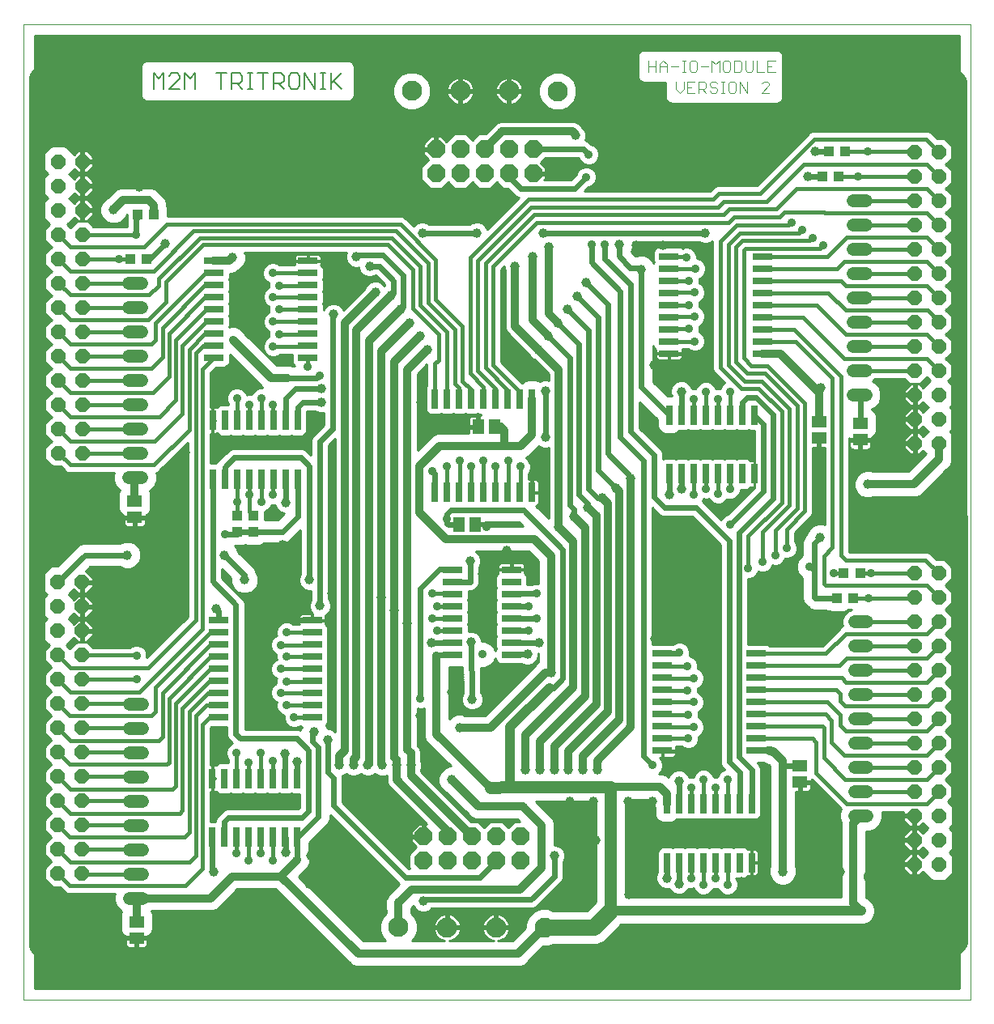
<source format=gtl>
G75*
%MOIN*%
%OFA0B0*%
%FSLAX24Y24*%
%IPPOS*%
%LPD*%
%AMOC8*
5,1,8,0,0,1.08239X$1,22.5*
%
%ADD10C,0.0000*%
%ADD11C,0.0060*%
%ADD12C,0.0040*%
%ADD13R,0.0260X0.0800*%
%ADD14C,0.0520*%
%ADD15R,0.0800X0.0260*%
%ADD16OC8,0.0600*%
%ADD17R,0.0591X0.0512*%
%ADD18R,0.0512X0.0591*%
%ADD19R,0.0394X0.0433*%
%ADD20R,0.0433X0.0394*%
%ADD21OC8,0.0740*%
%ADD22C,0.0827*%
%ADD23C,0.0357*%
%ADD24C,0.0160*%
%ADD25C,0.0396*%
%ADD26C,0.0240*%
%ADD27C,0.1660*%
%ADD28C,0.0436*%
%ADD29C,0.0650*%
%ADD30C,0.0660*%
%ADD31C,0.0100*%
%ADD32C,0.0320*%
%ADD33C,0.0500*%
%ADD34C,0.0400*%
D10*
X004674Y049850D02*
X043650Y049850D01*
X043650Y090008D01*
X004674Y090008D01*
X004674Y049850D01*
D11*
X010019Y087360D02*
X010019Y088001D01*
X010232Y087787D01*
X010446Y088001D01*
X010446Y087360D01*
X010663Y087360D02*
X011090Y087787D01*
X011090Y087894D01*
X010984Y088001D01*
X010770Y088001D01*
X010663Y087894D01*
X010663Y087360D02*
X011090Y087360D01*
X011308Y087360D02*
X011308Y088001D01*
X011521Y087787D01*
X011735Y088001D01*
X011735Y087360D01*
X012597Y088001D02*
X013024Y088001D01*
X012811Y088001D02*
X012811Y087360D01*
X013242Y087360D02*
X013242Y088001D01*
X013562Y088001D01*
X013669Y087894D01*
X013669Y087681D01*
X013562Y087574D01*
X013242Y087574D01*
X013455Y087574D02*
X013669Y087360D01*
X013886Y087360D02*
X014100Y087360D01*
X013993Y087360D02*
X013993Y088001D01*
X013886Y088001D02*
X014100Y088001D01*
X014316Y088001D02*
X014743Y088001D01*
X014529Y088001D02*
X014529Y087360D01*
X014960Y087360D02*
X014960Y088001D01*
X015281Y088001D01*
X015387Y087894D01*
X015387Y087681D01*
X015281Y087574D01*
X014960Y087574D01*
X015174Y087574D02*
X015387Y087360D01*
X015605Y087467D02*
X015605Y087894D01*
X015712Y088001D01*
X015925Y088001D01*
X016032Y087894D01*
X016032Y087467D01*
X015925Y087360D01*
X015712Y087360D01*
X015605Y087467D01*
X016249Y087360D02*
X016249Y088001D01*
X016676Y087360D01*
X016676Y088001D01*
X016894Y088001D02*
X017108Y088001D01*
X017001Y088001D02*
X017001Y087360D01*
X016894Y087360D02*
X017108Y087360D01*
X017324Y087360D02*
X017324Y088001D01*
X017430Y087681D02*
X017751Y087360D01*
X017324Y087574D02*
X017751Y088001D01*
D12*
X030403Y088059D02*
X030403Y088519D01*
X030403Y088289D02*
X030709Y088289D01*
X030863Y088289D02*
X031170Y088289D01*
X031170Y088366D02*
X031170Y088059D01*
X031323Y088289D02*
X031630Y088289D01*
X031784Y088059D02*
X031937Y088059D01*
X031860Y088059D02*
X031860Y088519D01*
X031784Y088519D02*
X031937Y088519D01*
X032091Y088443D02*
X032091Y088136D01*
X032167Y088059D01*
X032321Y088059D01*
X032398Y088136D01*
X032398Y088443D01*
X032321Y088519D01*
X032167Y088519D01*
X032091Y088443D01*
X032551Y088289D02*
X032858Y088289D01*
X033011Y088059D02*
X033011Y088519D01*
X033165Y088366D01*
X033318Y088519D01*
X033318Y088059D01*
X033472Y088136D02*
X033549Y088059D01*
X033702Y088059D01*
X033779Y088136D01*
X033779Y088443D01*
X033702Y088519D01*
X033549Y088519D01*
X033472Y088443D01*
X033472Y088136D01*
X033932Y088059D02*
X034162Y088059D01*
X034239Y088136D01*
X034239Y088443D01*
X034162Y088519D01*
X033932Y088519D01*
X033932Y088059D01*
X033923Y087653D02*
X034000Y087577D01*
X034000Y087270D01*
X033923Y087193D01*
X033769Y087193D01*
X033693Y087270D01*
X033693Y087577D01*
X033769Y087653D01*
X033923Y087653D01*
X034153Y087653D02*
X034460Y087193D01*
X034460Y087653D01*
X034153Y087653D02*
X034153Y087193D01*
X035074Y087193D02*
X035381Y087500D01*
X035381Y087577D01*
X035304Y087653D01*
X035151Y087653D01*
X035074Y087577D01*
X035074Y087193D02*
X035381Y087193D01*
X035313Y088059D02*
X035620Y088059D01*
X035467Y088289D02*
X035313Y088289D01*
X035313Y088519D02*
X035313Y088059D01*
X035160Y088059D02*
X034853Y088059D01*
X034853Y088519D01*
X034700Y088519D02*
X034700Y088136D01*
X034623Y088059D01*
X034469Y088059D01*
X034393Y088136D01*
X034393Y088519D01*
X035313Y088519D02*
X035620Y088519D01*
X033539Y087653D02*
X033386Y087653D01*
X033463Y087653D02*
X033463Y087193D01*
X033539Y087193D02*
X033386Y087193D01*
X033232Y087270D02*
X033156Y087193D01*
X033002Y087193D01*
X032925Y087270D01*
X032772Y087193D02*
X032618Y087346D01*
X032695Y087346D02*
X032465Y087346D01*
X032465Y087193D02*
X032465Y087653D01*
X032695Y087653D01*
X032772Y087577D01*
X032772Y087423D01*
X032695Y087346D01*
X032925Y087500D02*
X033002Y087423D01*
X033156Y087423D01*
X033232Y087346D01*
X033232Y087270D01*
X033232Y087577D02*
X033156Y087653D01*
X033002Y087653D01*
X032925Y087577D01*
X032925Y087500D01*
X032312Y087653D02*
X032005Y087653D01*
X032005Y087193D01*
X032312Y087193D01*
X032158Y087423D02*
X032005Y087423D01*
X031851Y087346D02*
X031851Y087653D01*
X031851Y087346D02*
X031698Y087193D01*
X031544Y087346D01*
X031544Y087653D01*
X030863Y088059D02*
X030863Y088366D01*
X031016Y088519D01*
X031170Y088366D01*
X030709Y088519D02*
X030709Y088059D01*
D13*
X025603Y074595D03*
X025103Y074595D03*
X024603Y074595D03*
X024103Y074595D03*
X023603Y074595D03*
X023103Y074595D03*
X022603Y074595D03*
X022103Y074595D03*
X021603Y074595D03*
X021603Y070735D03*
X022103Y070735D03*
X022603Y070735D03*
X023103Y070735D03*
X023603Y070735D03*
X024103Y070735D03*
X024603Y070735D03*
X025103Y070735D03*
X025603Y070735D03*
X031270Y071506D03*
X031770Y071506D03*
X032270Y071506D03*
X032770Y071506D03*
X033270Y071506D03*
X033770Y071506D03*
X034270Y071506D03*
X034770Y071506D03*
X034770Y073926D03*
X034270Y073926D03*
X033770Y073926D03*
X033270Y073926D03*
X032770Y073926D03*
X032270Y073926D03*
X031770Y073926D03*
X031270Y073926D03*
X031160Y057914D03*
X031660Y057914D03*
X032160Y057914D03*
X032660Y057914D03*
X033160Y057914D03*
X033660Y057914D03*
X034160Y057914D03*
X034660Y057914D03*
X034660Y055494D03*
X034160Y055494D03*
X033660Y055494D03*
X033160Y055494D03*
X032660Y055494D03*
X032160Y055494D03*
X031660Y055494D03*
X031160Y055494D03*
X015936Y056538D03*
X015436Y056538D03*
X014936Y056538D03*
X014436Y056538D03*
X013936Y056538D03*
X013436Y056538D03*
X012936Y056538D03*
X012436Y056538D03*
X012436Y058958D03*
X012936Y058958D03*
X013436Y058958D03*
X013936Y058958D03*
X014436Y058958D03*
X014936Y058958D03*
X015436Y058958D03*
X015936Y058958D03*
X015955Y071290D03*
X015455Y071290D03*
X014955Y071290D03*
X014455Y071290D03*
X013955Y071290D03*
X013455Y071290D03*
X012955Y071290D03*
X012455Y071290D03*
X012455Y073710D03*
X012955Y073710D03*
X013455Y073710D03*
X013955Y073710D03*
X014455Y073710D03*
X014955Y073710D03*
X015455Y073710D03*
X015955Y073710D03*
D14*
X009524Y073350D02*
X009004Y073350D01*
X009004Y072350D02*
X009524Y072350D01*
X009524Y071350D02*
X009004Y071350D01*
X009004Y074350D02*
X009524Y074350D01*
X009524Y075350D02*
X009004Y075350D01*
X009004Y076350D02*
X009524Y076350D01*
X009524Y077350D02*
X009004Y077350D01*
X009004Y078350D02*
X009524Y078350D01*
X009524Y079350D02*
X009004Y079350D01*
X009040Y062027D02*
X009560Y062027D01*
X009560Y061027D02*
X009040Y061027D01*
X009040Y060027D02*
X009560Y060027D01*
X009560Y059027D02*
X009040Y059027D01*
X009040Y058027D02*
X009560Y058027D01*
X009560Y057027D02*
X009040Y057027D01*
X009040Y056027D02*
X009560Y056027D01*
X009560Y055027D02*
X009040Y055027D01*
X009040Y054027D02*
X009560Y054027D01*
X038890Y057421D02*
X039410Y057421D01*
X039410Y058421D02*
X038890Y058421D01*
X038890Y059421D02*
X039410Y059421D01*
X039410Y060421D02*
X038890Y060421D01*
X038890Y061421D02*
X039410Y061421D01*
X039410Y062421D02*
X038890Y062421D01*
X038890Y063421D02*
X039410Y063421D01*
X039410Y064421D02*
X038890Y064421D01*
X038890Y065421D02*
X039410Y065421D01*
X039351Y074744D02*
X038831Y074744D01*
X038831Y075744D02*
X039351Y075744D01*
X039351Y076744D02*
X038831Y076744D01*
X038831Y077744D02*
X039351Y077744D01*
X039351Y078744D02*
X038831Y078744D01*
X038831Y079744D02*
X039351Y079744D01*
X039351Y080744D02*
X038831Y080744D01*
X038831Y081744D02*
X039351Y081744D01*
X039351Y082744D02*
X038831Y082744D01*
D15*
X035104Y080456D03*
X035104Y079956D03*
X035104Y079456D03*
X035104Y078956D03*
X035104Y078456D03*
X035104Y077956D03*
X035104Y077456D03*
X035104Y076956D03*
X035104Y076456D03*
X031244Y076456D03*
X031244Y076956D03*
X031244Y077456D03*
X031244Y077956D03*
X031244Y078456D03*
X031244Y078956D03*
X031244Y079456D03*
X031244Y079956D03*
X031244Y080456D03*
X024758Y067561D03*
X024758Y067061D03*
X024758Y066561D03*
X024758Y066061D03*
X024758Y065561D03*
X024758Y065061D03*
X024758Y064561D03*
X024758Y064061D03*
X022338Y064061D03*
X022338Y064561D03*
X022338Y065061D03*
X022338Y065561D03*
X022338Y066061D03*
X022338Y066561D03*
X022338Y067061D03*
X022338Y067561D03*
X016564Y065472D03*
X016564Y064972D03*
X016564Y064472D03*
X016564Y063972D03*
X016564Y063472D03*
X016564Y062972D03*
X016564Y062472D03*
X016564Y061972D03*
X016564Y061472D03*
X012704Y061472D03*
X012704Y061972D03*
X012704Y062472D03*
X012704Y062972D03*
X012704Y063472D03*
X012704Y063972D03*
X012704Y064472D03*
X012704Y064972D03*
X012704Y065472D03*
X012508Y076275D03*
X012508Y076775D03*
X012508Y077275D03*
X012508Y077775D03*
X012508Y078275D03*
X012508Y078775D03*
X012508Y079275D03*
X012508Y079775D03*
X012508Y080275D03*
X016368Y080275D03*
X016368Y079775D03*
X016368Y079275D03*
X016368Y078775D03*
X016368Y078275D03*
X016368Y077775D03*
X016368Y077275D03*
X016368Y076775D03*
X016368Y076275D03*
X030980Y064098D03*
X030980Y063598D03*
X030980Y063098D03*
X030980Y062598D03*
X030980Y062098D03*
X030980Y061598D03*
X030980Y061098D03*
X030980Y060598D03*
X030980Y060098D03*
X034840Y060098D03*
X034840Y060598D03*
X034840Y061098D03*
X034840Y061598D03*
X034840Y062098D03*
X034840Y062598D03*
X034840Y063098D03*
X034840Y063598D03*
X034840Y064098D03*
D16*
X041363Y064413D03*
X041363Y063413D03*
X041363Y062413D03*
X041363Y061413D03*
X041363Y060413D03*
X041363Y059413D03*
X042363Y059413D03*
X042363Y060413D03*
X042363Y061413D03*
X042363Y062413D03*
X042363Y063413D03*
X042363Y064413D03*
X042363Y065413D03*
X042363Y066413D03*
X042363Y067413D03*
X041363Y067413D03*
X041363Y066413D03*
X041363Y065413D03*
X041363Y058413D03*
X041363Y057413D03*
X041363Y056413D03*
X041363Y055413D03*
X042363Y055413D03*
X042363Y056413D03*
X042363Y057413D03*
X042363Y058413D03*
X042371Y072748D03*
X042371Y073748D03*
X042371Y074748D03*
X042371Y075748D03*
X042371Y076748D03*
X042371Y077748D03*
X042371Y078748D03*
X042371Y079748D03*
X042371Y080748D03*
X042371Y081748D03*
X042371Y082748D03*
X042371Y083748D03*
X042371Y084748D03*
X041371Y084748D03*
X041371Y083748D03*
X041371Y082748D03*
X041371Y081748D03*
X041371Y080748D03*
X041371Y079748D03*
X041371Y078748D03*
X041371Y077748D03*
X041371Y076748D03*
X041371Y075748D03*
X041371Y074748D03*
X041371Y073748D03*
X041371Y072748D03*
X007099Y072354D03*
X007099Y073354D03*
X007099Y074354D03*
X007099Y075354D03*
X006099Y075354D03*
X006099Y074354D03*
X006099Y073354D03*
X006099Y072354D03*
X006099Y076354D03*
X006099Y077354D03*
X006099Y078354D03*
X006099Y079354D03*
X006099Y080354D03*
X006099Y081354D03*
X006099Y082354D03*
X006099Y083354D03*
X006099Y084354D03*
X007099Y084354D03*
X007099Y083354D03*
X007099Y082354D03*
X007099Y081354D03*
X007099Y080354D03*
X007099Y079354D03*
X007099Y078354D03*
X007099Y077354D03*
X007099Y076354D03*
X007079Y067031D03*
X007079Y066031D03*
X007079Y065031D03*
X006079Y065031D03*
X006079Y066031D03*
X006079Y067031D03*
X006079Y064031D03*
X006079Y063031D03*
X006079Y062031D03*
X006079Y061031D03*
X006079Y060031D03*
X006079Y059031D03*
X006079Y058031D03*
X006079Y057031D03*
X006079Y056031D03*
X006079Y055031D03*
X007079Y055031D03*
X007079Y056031D03*
X007079Y057031D03*
X007079Y058031D03*
X007079Y059031D03*
X007079Y060031D03*
X007079Y061031D03*
X007079Y062031D03*
X007079Y063031D03*
X007079Y064031D03*
D17*
X009241Y069712D03*
X009241Y070382D03*
X009320Y053059D03*
X009320Y052389D03*
X036642Y058807D03*
X036642Y059476D03*
X037430Y072980D03*
X037430Y073649D03*
X039123Y073571D03*
X039123Y072901D03*
D18*
X024064Y073433D03*
X023394Y073433D03*
X023276Y069417D03*
X022607Y069417D03*
D19*
X009733Y080362D03*
X009064Y080362D03*
X009379Y082173D03*
X010048Y082173D03*
X037568Y083748D03*
X038237Y083748D03*
X038512Y084771D03*
X037843Y084771D03*
X038449Y067409D03*
X038158Y066385D03*
X038827Y066385D03*
X039119Y067409D03*
D20*
X014123Y069122D03*
X014123Y069791D03*
X013453Y069791D03*
X013453Y069122D03*
D21*
X021138Y056571D03*
X021138Y055571D03*
X022138Y055571D03*
X022138Y056571D03*
X023138Y056571D03*
X024138Y056571D03*
X025138Y056571D03*
X025138Y055571D03*
X024138Y055571D03*
X023138Y055571D03*
X022650Y083878D03*
X022650Y084878D03*
X021650Y084878D03*
X021650Y083878D03*
X023650Y083878D03*
X023650Y084878D03*
X024650Y084878D03*
X024650Y083878D03*
X025650Y083878D03*
X025650Y084878D03*
D22*
X026662Y087260D03*
X024666Y087271D03*
X022658Y087271D03*
X020658Y087271D03*
X020115Y052834D03*
X022111Y052823D03*
X024119Y052823D03*
X026119Y052823D03*
D23*
X030579Y059496D03*
X032044Y060602D03*
X032280Y061074D03*
X032044Y061586D03*
X032280Y062098D03*
X032005Y062571D03*
X032280Y063082D03*
X032005Y063594D03*
X031682Y064141D03*
X032280Y060090D03*
X032666Y058905D03*
X032178Y058594D03*
X033158Y058590D03*
X033650Y058905D03*
X033162Y054830D03*
X033660Y054584D03*
X032660Y054580D03*
X032154Y054850D03*
X025816Y065559D03*
X025457Y065055D03*
X025451Y066061D03*
X025796Y066567D03*
X023571Y064063D03*
X021682Y064023D03*
X021695Y065061D03*
X021487Y065561D03*
X021692Y066061D03*
X021485Y066582D03*
X022115Y069653D03*
X021516Y071602D03*
X022107Y071799D03*
X022619Y072035D03*
X023091Y071799D03*
X023603Y072035D03*
X024115Y071799D03*
X024627Y072035D03*
X025138Y071799D03*
X025611Y072035D03*
X023737Y069326D03*
X021012Y062252D03*
X015816Y061464D03*
X015501Y061976D03*
X015264Y062488D03*
X015501Y062960D03*
X015264Y063472D03*
X015501Y063984D03*
X015264Y064456D03*
X015501Y064968D03*
X015272Y065472D03*
X012981Y069023D03*
X013453Y070362D03*
X013965Y070637D03*
X014461Y070362D03*
X014949Y070637D03*
X014949Y074338D03*
X014461Y074618D03*
X013965Y074338D03*
X013453Y074614D03*
X013296Y077015D03*
X014949Y076740D03*
X015186Y077252D03*
X014949Y077763D03*
X015186Y078275D03*
X014949Y078787D03*
X015186Y079260D03*
X014938Y079767D03*
X016367Y075913D03*
X016879Y075559D03*
X009308Y081354D03*
X008611Y080362D03*
X009320Y064023D03*
X009320Y063039D03*
X013436Y060006D03*
X013936Y059624D03*
X014436Y060006D03*
X014936Y059679D03*
X014438Y055874D03*
X014936Y055584D03*
X013936Y055588D03*
X013436Y055884D03*
X027839Y083720D03*
X027942Y084653D03*
X028060Y080952D03*
X028611Y080952D03*
X031957Y080401D03*
X032347Y079952D03*
X032071Y079441D03*
X032308Y078968D03*
X032071Y078456D03*
X032308Y077984D03*
X032071Y077472D03*
X032308Y076960D03*
X032764Y074885D03*
X032272Y074574D03*
X033280Y074582D03*
X033768Y074889D03*
X033768Y070874D03*
X033272Y070677D03*
X032770Y070887D03*
X032272Y070637D03*
X033768Y069417D03*
X034516Y067606D03*
X035107Y067882D03*
X035619Y068157D03*
X036091Y068433D03*
X037036Y067685D03*
X038020Y067409D03*
X039556Y067409D03*
X039477Y066385D03*
X037587Y080913D03*
X037154Y081228D03*
X036721Y081543D03*
X036288Y081858D03*
X039044Y083748D03*
X039438Y084771D03*
X041347Y084771D03*
D24*
X039438Y084771D01*
X038512Y084771D01*
X038237Y083748D02*
X039044Y083748D01*
X041371Y083748D01*
X041867Y083252D02*
X042371Y082748D01*
X041867Y082252D02*
X042371Y081748D01*
X041871Y081248D02*
X042371Y080748D01*
X041871Y081248D02*
X038552Y081248D01*
X037760Y080456D01*
X035104Y080456D01*
X035104Y079956D02*
X038166Y079956D01*
X038453Y080244D01*
X041875Y080244D01*
X042371Y079748D01*
X041871Y079248D02*
X042371Y078748D01*
X041871Y079248D02*
X038544Y079248D01*
X038335Y079456D01*
X035104Y079456D01*
X035104Y078956D02*
X037812Y078956D01*
X038532Y078236D01*
X041883Y078236D01*
X042371Y077748D01*
X041867Y077252D02*
X042371Y076748D01*
X041871Y076248D02*
X042371Y075748D01*
X041871Y076248D02*
X038477Y076248D01*
X036764Y077956D01*
X035104Y077956D01*
X035104Y077456D02*
X036398Y077456D01*
X038335Y075519D01*
X038335Y068157D01*
X038532Y067960D01*
X041816Y067960D01*
X042363Y067413D01*
X041867Y066909D02*
X042363Y066413D01*
X041867Y066909D02*
X037690Y066909D01*
X037627Y066976D01*
X037627Y068118D01*
X037981Y068472D01*
X037981Y075441D01*
X036465Y076956D01*
X035104Y076956D01*
X035304Y075952D02*
X034634Y075952D01*
X034320Y076267D01*
X034320Y080716D01*
X034398Y080795D01*
X037469Y080795D01*
X037587Y080913D01*
X037154Y081228D02*
X037036Y081110D01*
X034280Y081110D01*
X034005Y080834D01*
X034005Y076110D01*
X034477Y075637D01*
X035186Y075637D01*
X036524Y074299D01*
X036524Y070086D01*
X035619Y069181D01*
X035619Y068157D01*
X036091Y068433D02*
X036091Y069220D01*
X036839Y069968D01*
X036839Y074417D01*
X035304Y075952D01*
X035068Y075323D02*
X034359Y075323D01*
X033690Y075992D01*
X033690Y080952D01*
X034162Y081425D01*
X036603Y081425D01*
X036721Y081543D01*
X036288Y081858D02*
X036170Y081740D01*
X034044Y081740D01*
X033375Y081071D01*
X033375Y075874D01*
X034241Y075008D01*
X034949Y075008D01*
X035894Y074063D01*
X035894Y070323D01*
X034516Y068945D01*
X034516Y067606D01*
X035107Y067882D02*
X035107Y069102D01*
X036209Y070204D01*
X036209Y074181D01*
X035068Y075323D01*
X033768Y074889D02*
X033770Y074651D01*
X033770Y073926D01*
X033280Y073936D02*
X033280Y074582D01*
X032764Y074885D02*
X032764Y073932D01*
X032770Y073926D01*
X032270Y073926D02*
X032270Y074651D01*
X032272Y074574D01*
X033270Y073926D02*
X033280Y073936D01*
X033270Y071506D02*
X033272Y071504D01*
X033272Y070677D01*
X033768Y070874D02*
X033768Y071504D01*
X033770Y071506D01*
X032770Y071506D02*
X032770Y070887D01*
X032272Y070637D02*
X032272Y071504D01*
X032270Y071506D01*
X032071Y076448D02*
X031015Y076448D01*
X031244Y076456D01*
X031244Y076956D02*
X031012Y076960D01*
X032308Y076960D01*
X032071Y077472D02*
X031023Y077472D01*
X031244Y077456D01*
X031244Y077956D02*
X031271Y077984D01*
X032308Y077984D01*
X032071Y078456D02*
X031244Y078456D01*
X031244Y078956D02*
X031019Y078968D01*
X032308Y078968D01*
X032071Y079441D02*
X031023Y079441D01*
X031244Y079456D01*
X031244Y079956D02*
X031012Y079952D01*
X032347Y079952D01*
X031957Y080401D02*
X031942Y080456D01*
X031244Y080456D01*
X033060Y082803D02*
X033296Y083039D01*
X034989Y083039D01*
X037233Y085283D01*
X041835Y085283D01*
X042371Y084748D01*
X041859Y084260D02*
X042371Y083748D01*
X041867Y083252D02*
X036501Y083252D01*
X035658Y082409D01*
X033729Y082409D01*
X033493Y082173D01*
X025697Y082173D01*
X023690Y080165D01*
X023690Y075874D01*
X024603Y074960D01*
X024603Y074595D01*
X025103Y074595D02*
X025103Y074893D01*
X024005Y075992D01*
X024005Y080047D01*
X025816Y081858D01*
X033690Y081858D01*
X033926Y082094D01*
X035816Y082094D01*
X036012Y082291D01*
X037627Y082291D01*
X037666Y082252D01*
X041867Y082252D01*
X041367Y082744D02*
X041371Y082748D01*
X041367Y082744D02*
X039091Y082744D01*
X039091Y081744D02*
X041367Y081744D01*
X041371Y081748D01*
X041371Y080748D02*
X041367Y080744D01*
X039091Y080744D01*
X039091Y079744D02*
X041367Y079744D01*
X041371Y079748D01*
X041371Y078748D02*
X041367Y078744D01*
X039091Y078744D01*
X039091Y077744D02*
X041367Y077744D01*
X041371Y077748D01*
X041867Y077252D02*
X038532Y077252D01*
X037327Y078456D01*
X035104Y078456D01*
X035264Y082724D02*
X033493Y082724D01*
X033257Y082488D01*
X025579Y082488D01*
X023375Y080283D01*
X023375Y075756D01*
X024103Y075027D01*
X024103Y074595D01*
X023603Y074595D02*
X023603Y075094D01*
X023060Y075637D01*
X023060Y080401D01*
X025461Y082803D01*
X033060Y082803D01*
X035264Y082724D02*
X036800Y084260D01*
X041859Y084260D01*
X041371Y076748D02*
X041367Y076744D01*
X039091Y076744D01*
X039091Y075744D02*
X041367Y075744D01*
X041371Y075748D01*
X041363Y067413D02*
X041359Y067409D01*
X039556Y067409D01*
X039119Y067409D01*
X038827Y066385D02*
X039477Y066385D01*
X041335Y066385D01*
X041363Y066413D01*
X041363Y065413D02*
X041351Y065401D01*
X039320Y065401D01*
X039300Y065421D01*
X039150Y065421D01*
X038532Y064929D02*
X041879Y064929D01*
X042363Y065413D01*
X042363Y064413D02*
X041855Y063905D01*
X038571Y063905D01*
X038264Y063598D01*
X034840Y063598D01*
X034840Y063098D02*
X038355Y063098D01*
X038532Y062921D01*
X041871Y062921D01*
X042363Y063413D01*
X042363Y062413D02*
X041886Y061937D01*
X038493Y061937D01*
X038296Y062134D01*
X038296Y062448D01*
X038146Y062598D01*
X034840Y062598D01*
X034840Y062098D02*
X037780Y062098D01*
X038296Y061582D01*
X038296Y061149D01*
X038532Y060913D01*
X041863Y060913D01*
X042363Y061413D01*
X042363Y060413D02*
X041879Y059929D01*
X038453Y059929D01*
X037942Y060441D01*
X037942Y061346D01*
X037690Y061598D01*
X034840Y061598D01*
X034840Y061098D02*
X037560Y061098D01*
X037627Y061031D01*
X037627Y059811D01*
X038516Y058921D01*
X041871Y058921D01*
X042363Y059413D01*
X042363Y058413D02*
X041871Y057921D01*
X038571Y057921D01*
X037312Y059181D01*
X037312Y060441D01*
X037154Y060598D01*
X034840Y060598D01*
X033650Y058905D02*
X033650Y057924D01*
X033660Y057914D01*
X033160Y057914D02*
X033158Y057916D01*
X033158Y058590D01*
X032666Y058905D02*
X032666Y057920D01*
X032660Y057914D01*
X032178Y057932D02*
X032178Y058594D01*
X032178Y057932D02*
X032160Y057914D01*
X032280Y060090D02*
X030988Y060090D01*
X030980Y060098D01*
X030980Y060598D02*
X030984Y060602D01*
X032044Y060602D01*
X032280Y061074D02*
X031004Y061074D01*
X030980Y061098D01*
X030992Y061586D02*
X030980Y061598D01*
X030992Y061586D02*
X032044Y061586D01*
X032280Y062098D02*
X030980Y062098D01*
X031008Y062571D02*
X030980Y062598D01*
X031008Y062571D02*
X032005Y062571D01*
X032280Y063082D02*
X030996Y063082D01*
X030980Y063098D01*
X030984Y063594D02*
X030980Y063598D01*
X030984Y063594D02*
X032005Y063594D01*
X034840Y064098D02*
X037701Y064098D01*
X038532Y064929D01*
X039150Y064421D02*
X041355Y064421D01*
X041363Y064413D01*
X041355Y063421D02*
X041363Y063413D01*
X041355Y063421D02*
X039150Y063421D01*
X039150Y062421D02*
X041355Y062421D01*
X041363Y062413D01*
X041355Y061421D02*
X041363Y061413D01*
X041355Y061421D02*
X039150Y061421D01*
X039150Y060421D02*
X041355Y060421D01*
X041363Y060413D01*
X041355Y059421D02*
X041363Y059413D01*
X041355Y059421D02*
X039150Y059421D01*
X039150Y058421D02*
X041355Y058421D01*
X041363Y058413D01*
X038449Y067409D02*
X038020Y067409D01*
X037233Y067488D02*
X037233Y067330D01*
X037233Y067488D02*
X037036Y067685D01*
X033660Y055494D02*
X033660Y054584D01*
X033162Y054830D02*
X033162Y055492D01*
X033160Y055494D01*
X032660Y055494D02*
X032660Y054580D01*
X032154Y054850D02*
X032154Y055488D01*
X032160Y055494D01*
X024758Y067561D02*
X024758Y068152D01*
X024556Y068354D01*
X023737Y069326D02*
X023607Y069417D01*
X023276Y069417D01*
X023103Y070735D02*
X023091Y070747D01*
X023091Y071799D01*
X022619Y072035D02*
X022619Y070751D01*
X022603Y070735D01*
X022107Y070739D02*
X022103Y070735D01*
X022107Y070739D02*
X022107Y071799D01*
X022103Y074595D02*
X022103Y077342D01*
X021012Y078433D01*
X021012Y080047D01*
X019831Y081228D01*
X011918Y081228D01*
X010225Y079535D01*
X010225Y079260D01*
X009831Y078866D01*
X006587Y078866D01*
X006099Y079354D01*
X006603Y079850D02*
X006099Y080354D01*
X006607Y080846D02*
X006099Y081354D01*
X006607Y080846D02*
X009646Y080846D01*
X010579Y081779D01*
X020186Y081779D01*
X021642Y080323D01*
X021642Y078669D01*
X022745Y077567D01*
X022745Y075323D01*
X023103Y074964D01*
X023103Y074595D01*
X022603Y074595D02*
X022603Y075031D01*
X022430Y075204D01*
X022430Y077448D01*
X021327Y078551D01*
X021327Y080165D01*
X019989Y081504D01*
X011682Y081504D01*
X010028Y079850D01*
X006603Y079850D01*
X007099Y079354D02*
X009264Y079354D01*
X009264Y079350D01*
X009264Y078354D02*
X009264Y078350D01*
X009264Y078354D02*
X007099Y078354D01*
X006611Y077842D02*
X006099Y078354D01*
X006611Y077842D02*
X009792Y077842D01*
X010540Y078590D01*
X010540Y079417D01*
X012075Y080952D01*
X019674Y080952D01*
X020697Y079929D01*
X020697Y078315D01*
X021760Y077252D01*
X021760Y076189D01*
X021603Y076031D01*
X021603Y074595D01*
X023603Y072035D02*
X023603Y070735D01*
X024103Y070735D02*
X024115Y070747D01*
X024115Y071799D01*
X024627Y072035D02*
X024627Y070759D01*
X024603Y070735D01*
X025103Y070735D02*
X025138Y070770D01*
X025138Y071799D01*
X025611Y072035D02*
X025611Y070743D01*
X025603Y070735D01*
X022338Y066561D02*
X022255Y066561D01*
X022233Y066582D01*
X021485Y066582D01*
X021692Y066061D02*
X022338Y066061D01*
X022338Y065561D02*
X021487Y065561D01*
X021695Y065061D02*
X022338Y065061D01*
X016564Y064972D02*
X016561Y064968D01*
X015501Y064968D01*
X015264Y064456D02*
X016549Y064456D01*
X016564Y064472D01*
X016553Y063984D02*
X016564Y063972D01*
X016553Y063984D02*
X015501Y063984D01*
X015264Y063472D02*
X016564Y063472D01*
X016564Y062972D02*
X016553Y062960D01*
X015501Y062960D01*
X015264Y062488D02*
X016549Y062488D01*
X016564Y062472D01*
X016561Y061976D02*
X016564Y061972D01*
X016561Y061976D02*
X015501Y061976D01*
X015816Y061464D02*
X016557Y061464D01*
X016564Y061472D01*
X014936Y059679D02*
X014936Y058958D01*
X014436Y058958D02*
X014436Y060006D01*
X013936Y059624D02*
X013936Y058958D01*
X013436Y058958D02*
X013436Y060006D01*
X012704Y061472D02*
X012320Y061472D01*
X012036Y061189D01*
X012036Y055244D01*
X011327Y054535D01*
X006575Y054535D01*
X006079Y055031D01*
X006591Y055519D02*
X006079Y056031D01*
X006568Y056543D02*
X006079Y057031D01*
X006568Y056543D02*
X011288Y056543D01*
X011485Y056740D01*
X011485Y061700D01*
X012257Y062472D01*
X012704Y062472D01*
X012704Y061972D02*
X012190Y061972D01*
X011760Y061543D01*
X011760Y055795D01*
X011485Y055519D01*
X006591Y055519D01*
X007079Y055031D02*
X007170Y055031D01*
X007194Y055008D01*
X009280Y055008D01*
X009300Y055027D01*
X009300Y056027D02*
X009296Y056031D01*
X007079Y056031D01*
X007079Y057031D02*
X009296Y057031D01*
X009300Y057027D01*
X009300Y058027D02*
X009296Y058031D01*
X007079Y058031D01*
X006599Y058511D02*
X006079Y059031D01*
X006571Y059531D02*
X006079Y060031D01*
X006571Y059531D02*
X010579Y059535D01*
X010658Y059614D01*
X010658Y062252D01*
X012379Y063972D01*
X012704Y063972D01*
X012704Y063472D02*
X012351Y063472D01*
X010934Y062055D01*
X010934Y058630D01*
X010816Y058511D01*
X006599Y058511D01*
X006079Y058031D02*
X006583Y057527D01*
X011091Y057527D01*
X011209Y057645D01*
X011209Y061858D01*
X012323Y062972D01*
X012704Y062972D01*
X012704Y064472D02*
X012367Y064472D01*
X010383Y062488D01*
X010383Y060677D01*
X010225Y060519D01*
X006591Y060519D01*
X006079Y061031D01*
X006568Y061543D02*
X006079Y062031D01*
X006568Y061543D02*
X009949Y061543D01*
X010107Y061700D01*
X010107Y062724D01*
X012355Y064972D01*
X012704Y064972D01*
X012036Y065126D02*
X009438Y062527D01*
X006583Y062527D01*
X006079Y063031D01*
X006587Y063523D02*
X006079Y064031D01*
X006587Y063523D02*
X009804Y063523D01*
X011760Y065480D01*
X011760Y076464D01*
X012071Y076775D01*
X012508Y076775D01*
X012508Y076275D02*
X012036Y075804D01*
X012036Y065126D01*
X013453Y069791D02*
X013453Y070362D01*
X013453Y071290D01*
X013455Y071290D01*
X013453Y071288D01*
X013955Y071290D02*
X013965Y071290D01*
X013965Y070637D01*
X013965Y069948D01*
X014123Y069791D01*
X014461Y070362D02*
X014461Y071284D01*
X014455Y071290D01*
X014949Y071284D02*
X014949Y070637D01*
X014949Y071284D02*
X014955Y071290D01*
X014955Y073710D02*
X014949Y073716D01*
X014949Y074338D01*
X014461Y074618D02*
X014461Y073716D01*
X014455Y073710D01*
X013965Y073720D02*
X013965Y074338D01*
X013965Y073720D02*
X013955Y073710D01*
X013455Y073710D02*
X013453Y073712D01*
X013453Y074614D01*
X011485Y076622D02*
X012138Y077275D01*
X012508Y077275D01*
X012508Y077775D02*
X012205Y077775D01*
X011209Y076779D01*
X011209Y073984D01*
X010068Y072842D01*
X006599Y072846D01*
X006099Y073354D01*
X006583Y073858D02*
X006099Y074354D01*
X006095Y074358D01*
X006583Y073858D02*
X010257Y073858D01*
X010934Y074535D01*
X010934Y077015D01*
X012194Y078275D01*
X012508Y078275D01*
X012508Y078775D02*
X012142Y078775D01*
X010658Y077291D01*
X010658Y075519D01*
X009989Y074850D01*
X006603Y074850D01*
X006099Y075354D01*
X006603Y075850D02*
X006099Y076354D01*
X006595Y076858D02*
X006099Y077354D01*
X006595Y076858D02*
X009949Y076858D01*
X010107Y077015D01*
X010107Y077724D01*
X012158Y079775D01*
X012508Y079775D01*
X012508Y079275D02*
X012131Y079275D01*
X010383Y077527D01*
X010383Y076307D01*
X009926Y075850D01*
X006603Y075850D01*
X007099Y075354D02*
X009264Y075354D01*
X009264Y075350D01*
X009264Y074354D02*
X009264Y074350D01*
X009264Y074354D02*
X007099Y074354D01*
X007099Y073354D02*
X009264Y073354D01*
X009264Y073350D01*
X009264Y072354D02*
X009264Y072350D01*
X009264Y072354D02*
X007099Y072354D01*
X006591Y071866D02*
X006099Y072354D01*
X006591Y071866D02*
X010032Y071866D01*
X011485Y073315D01*
X011485Y076622D01*
X009264Y076354D02*
X009264Y076350D01*
X009264Y076354D02*
X007099Y076354D01*
X007099Y077354D02*
X009264Y077354D01*
X009264Y077350D01*
X009064Y080362D02*
X008611Y080362D01*
X007107Y080362D01*
X007099Y080354D01*
X007099Y081354D02*
X009308Y081354D01*
X014938Y079767D02*
X016375Y079767D01*
X016368Y079775D01*
X016368Y079275D02*
X016352Y079260D01*
X015186Y079260D01*
X014949Y078787D02*
X016356Y078787D01*
X016368Y078775D01*
X016368Y078275D02*
X015186Y078275D01*
X014949Y077763D02*
X016356Y077763D01*
X016368Y077775D01*
X016368Y077275D02*
X016344Y077252D01*
X015186Y077252D01*
X014949Y076740D02*
X016332Y076740D01*
X016368Y076775D01*
X016368Y076275D02*
X016367Y076274D01*
X016367Y075913D01*
X009320Y064023D02*
X009170Y064031D01*
X007079Y064031D01*
X007079Y063031D02*
X009312Y063031D01*
X009320Y063039D01*
X009296Y062031D02*
X009300Y062027D01*
X009296Y062031D02*
X007079Y062031D01*
X007079Y061031D02*
X009296Y061031D01*
X009300Y061027D01*
X009296Y060031D02*
X009300Y060027D01*
X009296Y060031D02*
X007079Y060031D01*
X007079Y059031D02*
X009296Y059031D01*
X009300Y059027D01*
X013436Y056538D02*
X013436Y055884D01*
X013936Y055588D02*
X013936Y056538D01*
X014436Y056538D02*
X014438Y056540D01*
X014438Y055874D01*
X014936Y055584D02*
X014936Y056538D01*
D25*
X015461Y055913D03*
X016512Y055767D03*
X017103Y056752D03*
X017497Y055767D03*
X018481Y055767D03*
X018953Y057106D03*
X018323Y057697D03*
X018257Y059496D03*
X017666Y059496D03*
X017194Y060559D03*
X016642Y060874D03*
X015934Y059653D03*
X015434Y059976D03*
X015701Y057952D03*
X016434Y054626D03*
X017182Y053996D03*
X017654Y054626D03*
X018481Y053799D03*
X021131Y053905D03*
X022312Y058905D03*
X021512Y059547D03*
X020619Y059496D03*
X020028Y059496D03*
X019438Y059496D03*
X018847Y059496D03*
X021012Y061543D03*
X022312Y062527D03*
X023138Y062212D03*
X022627Y061031D03*
X023099Y064574D03*
X023571Y065401D03*
X023571Y067370D03*
X023052Y067913D03*
X024556Y068354D03*
X025737Y067173D03*
X026707Y069324D03*
X027322Y069742D03*
X027897Y070124D03*
X028491Y070518D03*
X029078Y070908D03*
X029681Y071314D03*
X030725Y068889D03*
X030721Y067968D03*
X031658Y068901D03*
X031268Y070637D03*
X031776Y070878D03*
X033020Y072488D03*
X034201Y073078D03*
X031760Y074889D03*
X032071Y076448D03*
X030619Y075992D03*
X030461Y073669D03*
X027473Y078819D03*
X027831Y079382D03*
X027075Y078275D03*
X026662Y077724D03*
X026272Y077177D03*
X025867Y076618D03*
X025654Y075878D03*
X026170Y074929D03*
X026170Y073000D03*
X024658Y076063D03*
X022784Y073669D03*
X021308Y076614D03*
X021005Y077173D03*
X020575Y077724D03*
X020194Y078275D03*
X019796Y078830D03*
X019162Y078984D03*
X018926Y080047D03*
X018375Y080441D03*
X018650Y082330D03*
X017666Y082330D03*
X016682Y082330D03*
X015697Y082330D03*
X014713Y082330D03*
X013926Y082921D03*
X013926Y083708D03*
X013926Y084496D03*
X014910Y084496D03*
X015894Y084496D03*
X015894Y084496D03*
X016879Y084496D03*
X016879Y084496D03*
X017863Y084496D03*
X017863Y084496D03*
X018847Y084496D03*
X019871Y084496D03*
X020697Y084023D03*
X020697Y082921D03*
X021091Y081425D03*
X019634Y082330D03*
X017430Y078078D03*
X016918Y075008D03*
X016918Y074456D03*
X015501Y072685D03*
X015461Y070323D03*
X014938Y069744D03*
X015331Y068563D03*
X014544Y067972D03*
X013768Y067134D03*
X014150Y066200D03*
X015725Y066200D03*
X015922Y067775D03*
X016445Y067134D03*
X016879Y066071D03*
X017351Y066582D03*
X019404Y066423D03*
X019940Y065884D03*
X020475Y065348D03*
X021481Y064555D03*
X025422Y064063D03*
X025902Y064559D03*
X026406Y063315D03*
X026327Y062685D03*
X026524Y059299D03*
X027115Y059299D03*
X027705Y059299D03*
X028296Y059299D03*
X028138Y058000D03*
X027575Y057027D03*
X028245Y056397D03*
X028087Y054980D03*
X028087Y053996D03*
X027339Y053681D03*
X026434Y054074D03*
X027103Y055334D03*
X026524Y055779D03*
X027154Y058000D03*
X025934Y059299D03*
X025343Y059299D03*
X028205Y051948D03*
X029583Y054193D03*
X029898Y054783D03*
X030646Y056397D03*
X031162Y054854D03*
X031662Y054618D03*
X032457Y056279D03*
X031670Y056948D03*
X030579Y058000D03*
X031131Y059260D03*
X031662Y058862D03*
X032154Y059417D03*
X033138Y059417D03*
X035213Y059429D03*
X035461Y060086D03*
X035213Y057145D03*
X035134Y055019D03*
X035095Y054271D03*
X034229Y054704D03*
X035934Y055126D03*
X036788Y055019D03*
X037575Y054271D03*
X038284Y055098D03*
X039162Y053511D03*
X035938Y064700D03*
X034757Y064700D03*
X034757Y065882D03*
X034757Y067063D03*
X036134Y067653D03*
X036331Y066669D03*
X036922Y065882D03*
X037316Y065094D03*
X037906Y065685D03*
X037469Y068866D03*
X037434Y069622D03*
X037473Y070685D03*
X038890Y070409D03*
X039438Y071071D03*
X038847Y071622D03*
X038847Y072330D03*
X039481Y069425D03*
X041119Y069350D03*
X041111Y068492D03*
X042276Y068366D03*
X042280Y069378D03*
X042276Y070728D03*
X041095Y070334D03*
X037508Y075047D03*
X036957Y083748D03*
X037272Y084771D03*
X035776Y084693D03*
X035776Y085283D03*
X035186Y084102D03*
X034792Y085283D03*
X033808Y085283D03*
X032823Y085283D03*
X031839Y085283D03*
X030855Y085283D03*
X029871Y085283D03*
X029871Y084496D03*
X029871Y083708D03*
X030658Y083511D03*
X031642Y083511D03*
X032627Y083511D03*
X033611Y083511D03*
X034595Y083511D03*
X032745Y081425D03*
X031012Y080913D03*
X029910Y080913D03*
X030107Y079929D03*
X029201Y080952D03*
X027390Y085441D03*
X026052Y081425D03*
X026288Y080834D03*
X025619Y080441D03*
X024910Y080047D03*
X023335Y081425D03*
X021087Y075535D03*
X021036Y074445D03*
X015501Y080362D03*
X013257Y080401D03*
X013335Y078197D03*
X012591Y074921D03*
X012745Y072488D03*
X012745Y072488D03*
X011327Y072370D03*
X010383Y071110D03*
X010973Y070519D03*
X010579Y068945D03*
X010973Y067370D03*
X010776Y066385D03*
X009989Y065598D03*
X009201Y064811D03*
X009005Y066189D03*
X009005Y067370D03*
X008938Y068157D03*
X009005Y068945D03*
X009989Y067370D03*
X007276Y068819D03*
X007276Y070000D03*
X007627Y071110D03*
X010501Y080992D03*
X010973Y082330D03*
X010776Y084496D03*
X009398Y084496D03*
X009438Y083315D03*
X008375Y082370D03*
X008020Y083315D03*
X008020Y084496D03*
X012154Y084496D03*
X012154Y083118D03*
X012942Y068157D03*
X012587Y065952D03*
X014150Y061279D03*
X012575Y060689D03*
X012788Y057992D03*
X012508Y055126D03*
X013560Y054193D03*
X014741Y054193D03*
X029741Y056948D03*
X029556Y058000D03*
X030674Y064728D03*
X031501Y065397D03*
X032288Y066185D03*
X033142Y065409D03*
X033182Y067063D03*
D26*
X033729Y068748D02*
X032351Y070126D01*
X031052Y070126D01*
X030619Y070559D01*
X030619Y072291D01*
X029674Y073236D01*
X029674Y079299D01*
X028611Y080362D01*
X028611Y080952D01*
X028060Y080952D02*
X028060Y080204D01*
X029241Y079023D01*
X029241Y073000D01*
X030186Y072055D01*
X030186Y059889D01*
X030579Y059496D01*
X031662Y058862D02*
X031662Y057916D01*
X031660Y057914D01*
X031660Y055494D02*
X031662Y055492D01*
X031662Y054618D01*
X031162Y054854D02*
X031162Y055492D01*
X031160Y055494D01*
X034160Y059222D02*
X033729Y059653D01*
X033729Y068748D01*
X034123Y069063D02*
X035540Y070480D01*
X035540Y073945D01*
X034831Y074653D01*
X034477Y074653D01*
X034270Y074447D01*
X034270Y073926D01*
X034770Y073926D02*
X035146Y073550D01*
X035146Y070795D01*
X033768Y069417D01*
X034123Y069063D02*
X034123Y059850D01*
X034660Y059313D01*
X034660Y057914D01*
X034160Y057914D02*
X034160Y059222D01*
X035934Y059496D02*
X035953Y059476D01*
X036642Y059476D01*
X037272Y066385D02*
X037233Y066425D01*
X037233Y067330D01*
X037233Y068630D01*
X037469Y068866D01*
X037272Y066385D02*
X038158Y066385D01*
X039123Y073571D02*
X039123Y074712D01*
X039091Y074744D01*
X037568Y083748D02*
X036957Y083748D01*
X037272Y084771D02*
X037843Y084771D01*
X032745Y081425D02*
X026052Y081425D01*
X025146Y083236D02*
X024650Y083732D01*
X024650Y083878D01*
X025146Y083236D02*
X027355Y083236D01*
X027839Y083720D01*
X027942Y084653D02*
X027717Y084878D01*
X025650Y084878D01*
X023335Y081425D02*
X021091Y081425D01*
X019477Y080519D02*
X020304Y079693D01*
X020304Y078385D01*
X020194Y078275D01*
X019796Y078830D02*
X019910Y078945D01*
X019910Y079456D01*
X019320Y080047D01*
X018926Y080047D01*
X018453Y080519D02*
X019477Y080519D01*
X018453Y080519D02*
X018375Y080441D01*
X017430Y078078D02*
X017390Y078039D01*
X017390Y073354D01*
X016879Y072842D01*
X016879Y066071D01*
X016564Y065472D02*
X015272Y065472D01*
X016445Y067134D02*
X016445Y071819D01*
X016091Y072173D01*
X013335Y072173D01*
X012955Y071793D01*
X012955Y071290D01*
X012455Y071290D02*
X012455Y067069D01*
X013414Y066110D01*
X013414Y060795D01*
X013611Y060598D01*
X015934Y060598D01*
X016406Y060126D01*
X016406Y057606D01*
X016131Y057330D01*
X013099Y057330D01*
X012936Y057167D01*
X012936Y056538D01*
X012436Y056538D02*
X012436Y055198D01*
X012508Y055126D01*
X015461Y055913D02*
X015461Y056512D01*
X015436Y056538D01*
X015934Y056536D02*
X015934Y055598D01*
X015934Y056536D02*
X015936Y056538D01*
X015968Y056538D01*
X016800Y057370D01*
X016800Y060244D01*
X016564Y060480D01*
X016564Y060795D01*
X016642Y060874D01*
X017194Y060559D02*
X017194Y059220D01*
X017430Y058984D01*
X017430Y057842D01*
X020383Y054889D01*
X023457Y054889D01*
X024138Y055571D01*
X025579Y053984D02*
X021209Y053984D01*
X021131Y053905D01*
X021012Y062252D02*
X021012Y066779D01*
X021800Y067567D01*
X022332Y067567D01*
X022338Y067561D01*
X022338Y067061D02*
X023050Y067057D01*
X023052Y067913D01*
X022607Y069417D02*
X022154Y069417D01*
X022115Y069456D01*
X022115Y069653D01*
X022113Y069655D01*
X022113Y069850D01*
X022270Y070008D01*
X025264Y070008D01*
X026879Y068393D01*
X026879Y063078D01*
X026485Y062685D01*
X026327Y062685D01*
X025422Y064063D02*
X024760Y064063D01*
X024758Y064061D01*
X024760Y064559D02*
X025902Y064559D01*
X025457Y065055D02*
X024764Y065055D01*
X024758Y065061D01*
X024760Y065559D02*
X025816Y065559D01*
X025451Y066061D02*
X024758Y066061D01*
X024758Y066561D02*
X024764Y066567D01*
X025796Y066567D01*
X024758Y065561D02*
X024760Y065559D01*
X024758Y064561D02*
X024760Y064559D01*
X023099Y064574D02*
X023138Y062212D01*
X022338Y064061D02*
X021719Y064061D01*
X021682Y064023D01*
X021481Y064555D02*
X022332Y064555D01*
X022338Y064561D01*
X021603Y070735D02*
X021603Y071515D01*
X021516Y071602D01*
X016918Y074456D02*
X016170Y074456D01*
X015955Y074242D01*
X015955Y073710D01*
X015455Y073710D02*
X015455Y074608D01*
X015855Y075008D01*
X016918Y075008D01*
X016721Y075441D02*
X015540Y075441D01*
X016721Y075441D02*
X016879Y075559D01*
X015955Y071290D02*
X015955Y069754D01*
X015323Y069122D01*
X014123Y069122D01*
X013453Y069122D01*
X013453Y069023D01*
X012981Y069023D01*
X013453Y069102D02*
X013453Y069122D01*
X012942Y068157D02*
X013768Y067330D01*
X013768Y067134D01*
X012587Y065952D02*
X012704Y065835D01*
X012704Y065472D01*
X015461Y070323D02*
X015461Y071284D01*
X015455Y071290D01*
X009871Y080362D02*
X010501Y080992D01*
X009871Y080362D02*
X009733Y080362D01*
X009308Y081354D02*
X009308Y081929D01*
X009379Y082173D01*
X008938Y068157D02*
X007205Y068157D01*
X006079Y067031D01*
X015434Y059976D02*
X015434Y058960D01*
X015436Y058958D01*
X015934Y058960D02*
X015934Y059653D01*
X015934Y058960D02*
X015936Y058958D01*
X025579Y053984D02*
X026524Y054929D01*
X026524Y055779D01*
X030980Y064098D02*
X031638Y064098D01*
X031682Y064141D01*
X031268Y070637D02*
X031268Y071504D01*
X031270Y071506D01*
X031770Y071506D02*
X031776Y071461D01*
X031776Y070878D01*
X031770Y073926D02*
X031760Y073936D01*
X031760Y074889D01*
X031270Y073926D02*
X030107Y075090D01*
X030107Y079929D01*
X030062Y079974D01*
X029629Y079974D01*
X029201Y080480D01*
X029201Y080952D01*
X027831Y079382D02*
X028729Y078484D01*
X028729Y072330D01*
X029681Y071379D01*
X029681Y071314D01*
X029078Y070918D02*
X028335Y071661D01*
X028335Y077956D01*
X027473Y078819D01*
X027075Y078275D02*
X027942Y077409D01*
X027942Y070874D01*
X028297Y070518D01*
X028491Y070518D01*
X027897Y070289D02*
X027548Y070637D01*
X027548Y076838D01*
X026662Y077724D01*
X026272Y077177D02*
X027154Y076295D01*
X027154Y070204D01*
X027322Y070037D01*
X027322Y069742D01*
X027897Y070124D02*
X027897Y070289D01*
X029078Y070908D02*
X029078Y070918D01*
X026170Y073000D02*
X026170Y074929D01*
D27*
X042233Y088630D03*
X042272Y051228D03*
X006052Y051228D03*
X006052Y088630D03*
D28*
X039465Y054901D03*
D29*
X016839Y052015D03*
D30*
X026119Y052823D02*
X028168Y052823D01*
X028864Y053528D01*
X028847Y053511D01*
X042272Y051228D02*
X043217Y052173D01*
X043209Y087653D01*
X042233Y088630D01*
X040288Y088630D01*
X039477Y087803D01*
X038138Y086464D01*
X036957Y086464D01*
X035776Y085283D01*
X009398Y084496D02*
X007627Y086267D01*
X007627Y088630D01*
X006052Y088630D01*
X005225Y087803D01*
X005225Y052055D01*
X006052Y051228D01*
D31*
X005124Y051229D02*
X018306Y051229D01*
X018352Y051210D02*
X018354Y051210D01*
X018356Y051209D01*
X018459Y051210D01*
X024918Y051206D01*
X025024Y051206D01*
X025129Y051206D01*
X025227Y051246D01*
X025323Y051286D01*
X025324Y051287D01*
X025398Y051361D01*
X025473Y051435D01*
X025473Y051436D01*
X026076Y052039D01*
X026275Y052039D01*
X026476Y052123D01*
X028031Y052123D01*
X028033Y052122D01*
X028170Y052123D01*
X028307Y052123D01*
X028309Y052123D01*
X028312Y052123D01*
X028438Y052177D01*
X028564Y052229D01*
X028566Y052231D01*
X028568Y052232D01*
X028664Y052329D01*
X028761Y052426D01*
X028762Y052428D01*
X029268Y052941D01*
X039275Y052941D01*
X039485Y053028D01*
X039645Y053189D01*
X039732Y053398D01*
X039732Y053625D01*
X039645Y053834D01*
X039485Y053995D01*
X039388Y054035D01*
X039377Y054046D01*
X039377Y056791D01*
X039536Y056791D01*
X039767Y056887D01*
X039944Y057064D01*
X040040Y057296D01*
X040040Y057546D01*
X040022Y057591D01*
X040913Y057591D01*
X040913Y057463D01*
X041313Y057463D01*
X041313Y057363D01*
X041413Y057363D01*
X041413Y056963D01*
X041549Y056963D01*
X041707Y057121D01*
X041915Y056913D01*
X041707Y056705D01*
X041549Y056863D01*
X041413Y056863D01*
X041413Y056463D01*
X041313Y056463D01*
X041313Y056863D01*
X041176Y056863D01*
X040913Y056599D01*
X040913Y056463D01*
X041313Y056463D01*
X041313Y056363D01*
X041413Y056363D01*
X041413Y055963D01*
X041549Y055963D01*
X041707Y056121D01*
X041915Y055913D01*
X041707Y055705D01*
X041549Y055863D01*
X041413Y055863D01*
X041413Y055463D01*
X041313Y055463D01*
X041313Y055863D01*
X041176Y055863D01*
X040913Y055599D01*
X040913Y055463D01*
X041313Y055463D01*
X041313Y055363D01*
X041413Y055363D01*
X041413Y054963D01*
X041549Y054963D01*
X041707Y055121D01*
X042085Y054743D01*
X042640Y054743D01*
X043033Y055136D01*
X043033Y055691D01*
X042810Y055913D01*
X043033Y056136D01*
X043033Y056691D01*
X042810Y056913D01*
X043033Y057136D01*
X043033Y057691D01*
X042725Y057998D01*
X042913Y058185D01*
X042913Y058641D01*
X042641Y058913D01*
X042913Y059185D01*
X042913Y059641D01*
X042641Y059913D01*
X042913Y060185D01*
X042913Y060641D01*
X042641Y060913D01*
X042913Y061185D01*
X042913Y061641D01*
X042641Y061913D01*
X042913Y062185D01*
X042913Y062641D01*
X042641Y062913D01*
X042913Y063185D01*
X042913Y063641D01*
X042641Y063913D01*
X042913Y064185D01*
X042913Y064641D01*
X042641Y064913D01*
X042913Y065185D01*
X042913Y065641D01*
X042641Y065913D01*
X042913Y066185D01*
X042913Y066641D01*
X042641Y066913D01*
X042913Y067185D01*
X042913Y067641D01*
X042591Y067963D01*
X042280Y067963D01*
X042003Y068240D01*
X041881Y068290D01*
X038669Y068290D01*
X038665Y068294D01*
X038665Y072981D01*
X038677Y072976D01*
X038677Y072951D01*
X038738Y072951D01*
X038754Y072945D01*
X039073Y072945D01*
X039073Y072851D01*
X039173Y072851D01*
X039173Y072945D01*
X039492Y072945D01*
X039507Y072951D01*
X039568Y072951D01*
X039568Y072976D01*
X039628Y073001D01*
X039732Y073105D01*
X039788Y073241D01*
X039788Y073900D01*
X039732Y074036D01*
X039628Y074140D01*
X039613Y074146D01*
X039613Y074170D01*
X039708Y074210D01*
X039885Y074387D01*
X039981Y074618D01*
X039981Y074869D01*
X039885Y075101D01*
X039708Y075278D01*
X039634Y075309D01*
X039640Y075311D01*
X039742Y075414D01*
X040927Y075414D01*
X041143Y075198D01*
X041599Y075198D01*
X041871Y075470D01*
X042008Y075333D01*
X041715Y075040D01*
X041557Y075198D01*
X041421Y075198D01*
X041421Y074798D01*
X041321Y074798D01*
X041321Y075198D01*
X041184Y075198D01*
X040921Y074934D01*
X040921Y074798D01*
X041321Y074798D01*
X041321Y074698D01*
X041421Y074698D01*
X041421Y074298D01*
X041557Y074298D01*
X041715Y074456D01*
X041923Y074248D01*
X041715Y074040D01*
X041557Y074198D01*
X041421Y074198D01*
X041421Y073798D01*
X041321Y073798D01*
X041321Y074198D01*
X041184Y074198D01*
X040921Y073934D01*
X040921Y073798D01*
X041321Y073798D01*
X041321Y073698D01*
X041421Y073698D01*
X041421Y073298D01*
X041557Y073298D01*
X041715Y073456D01*
X041923Y073248D01*
X041715Y073040D01*
X041557Y073198D01*
X041421Y073198D01*
X041421Y072798D01*
X041321Y072798D01*
X041321Y073198D01*
X041184Y073198D01*
X040921Y072934D01*
X040921Y072798D01*
X041321Y072798D01*
X041321Y072698D01*
X041421Y072698D01*
X041421Y072298D01*
X041557Y072298D01*
X041715Y072456D01*
X041839Y072332D01*
X041108Y071601D01*
X039643Y071601D01*
X039551Y071639D01*
X039325Y071639D01*
X039116Y071552D01*
X038956Y071392D01*
X038870Y071184D01*
X038870Y070958D01*
X038956Y070749D01*
X039116Y070589D01*
X039325Y070502D01*
X039551Y070502D01*
X039643Y070541D01*
X041433Y070541D01*
X041628Y070621D01*
X042671Y071665D01*
X042820Y071814D01*
X042901Y072008D01*
X042901Y072330D01*
X043041Y072470D01*
X043041Y073025D01*
X042818Y073248D01*
X043041Y073470D01*
X043041Y074025D01*
X042818Y074248D01*
X043041Y074470D01*
X043041Y075025D01*
X042733Y075333D01*
X042921Y075520D01*
X042921Y075976D01*
X042649Y076248D01*
X043200Y076248D01*
X043200Y076346D02*
X042747Y076346D01*
X042649Y076248D02*
X042921Y076520D01*
X042921Y076976D01*
X042649Y077248D01*
X042921Y077520D01*
X042921Y077976D01*
X042649Y078248D01*
X042921Y078520D01*
X042921Y078976D01*
X042649Y079248D01*
X042921Y079520D01*
X042921Y079976D01*
X042649Y080248D01*
X042921Y080520D01*
X042921Y080976D01*
X042649Y081248D01*
X042921Y081520D01*
X042921Y081976D01*
X042649Y082248D01*
X042921Y082520D01*
X042921Y082976D01*
X042649Y083248D01*
X042921Y083520D01*
X042921Y083976D01*
X042649Y084248D01*
X042921Y084520D01*
X042921Y084976D01*
X042599Y085298D01*
X042287Y085298D01*
X042022Y085563D01*
X041901Y085613D01*
X037167Y085613D01*
X037046Y085563D01*
X036953Y085470D01*
X034852Y083369D01*
X033230Y083369D01*
X033109Y083319D01*
X033016Y083226D01*
X032923Y083133D01*
X027775Y083133D01*
X027941Y083299D01*
X028082Y083357D01*
X028202Y083477D01*
X028268Y083635D01*
X028268Y083805D01*
X028202Y083963D01*
X028082Y084083D01*
X027924Y084149D01*
X027754Y084149D01*
X027597Y084083D01*
X027476Y083963D01*
X027418Y083822D01*
X027202Y083606D01*
X026114Y083606D01*
X026170Y083662D01*
X026170Y083828D01*
X025700Y083828D01*
X025700Y083928D01*
X026170Y083928D01*
X026170Y084093D01*
X025956Y084307D01*
X026157Y084508D01*
X027538Y084508D01*
X027578Y084411D01*
X027699Y084290D01*
X027856Y084225D01*
X028027Y084225D01*
X028184Y084290D01*
X028305Y084411D01*
X028370Y084568D01*
X028370Y084738D01*
X028305Y084896D01*
X028184Y085016D01*
X028043Y085075D01*
X028031Y085087D01*
X027927Y085191D01*
X027795Y085246D01*
X027838Y085351D01*
X027838Y085530D01*
X027770Y085694D01*
X027644Y085821D01*
X027619Y085831D01*
X027505Y085946D01*
X027354Y086008D01*
X024289Y086008D01*
X024138Y085946D01*
X024023Y085830D01*
X023690Y085498D01*
X023393Y085498D01*
X023150Y085254D01*
X022907Y085498D01*
X022393Y085498D01*
X022080Y085184D01*
X021866Y085398D01*
X021700Y085398D01*
X021700Y084928D01*
X021600Y084928D01*
X021600Y085398D01*
X021435Y085398D01*
X021130Y085093D01*
X021130Y084928D01*
X021600Y084928D01*
X021600Y084828D01*
X021130Y084828D01*
X021130Y084662D01*
X021344Y084448D01*
X021030Y084134D01*
X021030Y083621D01*
X021393Y083258D01*
X021907Y083258D01*
X022150Y083501D01*
X022393Y083258D01*
X022907Y083258D01*
X023150Y083501D01*
X023393Y083258D01*
X023907Y083258D01*
X024150Y083501D01*
X024393Y083258D01*
X024601Y083258D01*
X024937Y082922D01*
X025062Y082870D01*
X023761Y081569D01*
X023715Y081679D01*
X023589Y081805D01*
X023424Y081873D01*
X023246Y081873D01*
X023081Y081805D01*
X023072Y081795D01*
X021355Y081795D01*
X021345Y081805D01*
X021180Y081873D01*
X021002Y081873D01*
X020837Y081805D01*
X020732Y081699D01*
X020373Y082059D01*
X020251Y082109D01*
X010615Y082109D01*
X010615Y082463D01*
X010578Y082552D01*
X010578Y082652D01*
X010497Y082847D01*
X010281Y083064D01*
X010132Y083213D01*
X009937Y083293D01*
X008663Y083293D01*
X008468Y083213D01*
X008145Y082889D01*
X008053Y082851D01*
X007893Y082692D01*
X007807Y082483D01*
X007807Y082257D01*
X007893Y082048D01*
X008053Y081888D01*
X008262Y081802D01*
X008488Y081802D01*
X008696Y081888D01*
X008856Y082048D01*
X008894Y082140D01*
X008932Y082177D01*
X008932Y081907D01*
X008938Y081892D01*
X008938Y081684D01*
X007547Y081684D01*
X007327Y081904D01*
X006871Y081904D01*
X006599Y081632D01*
X006462Y081769D01*
X006755Y082062D01*
X006913Y081904D01*
X007049Y081904D01*
X007049Y082304D01*
X007149Y082304D01*
X007149Y081904D01*
X007285Y081904D01*
X007549Y082168D01*
X007549Y082304D01*
X007149Y082304D01*
X007149Y082404D01*
X007049Y082404D01*
X007049Y082804D01*
X006913Y082804D01*
X006755Y082646D01*
X006547Y082854D01*
X006755Y083062D01*
X006913Y082904D01*
X007049Y082904D01*
X007049Y083304D01*
X007149Y083304D01*
X007149Y082904D01*
X007285Y082904D01*
X007549Y083168D01*
X007549Y083304D01*
X007149Y083304D01*
X007149Y083404D01*
X007049Y083404D01*
X007049Y083804D01*
X006913Y083804D01*
X006755Y083646D01*
X006547Y083854D01*
X006755Y084062D01*
X006913Y083904D01*
X007049Y083904D01*
X007049Y084304D01*
X007149Y084304D01*
X007149Y083904D01*
X007285Y083904D01*
X007549Y084168D01*
X007549Y084304D01*
X007149Y084304D01*
X007149Y084404D01*
X007049Y084404D01*
X007049Y084804D01*
X006913Y084804D01*
X006755Y084646D01*
X006377Y085024D01*
X005822Y085024D01*
X005429Y084632D01*
X005429Y084076D01*
X005652Y083854D01*
X005429Y083632D01*
X005429Y083076D01*
X005652Y082854D01*
X005429Y082632D01*
X005429Y082076D01*
X005736Y081769D01*
X005549Y081582D01*
X005549Y081126D01*
X005821Y080854D01*
X005549Y080582D01*
X005124Y080582D01*
X005124Y080680D02*
X005648Y080680D01*
X005746Y080779D02*
X005124Y080779D01*
X005124Y080877D02*
X005798Y080877D01*
X005699Y080976D02*
X005124Y080976D01*
X005124Y081074D02*
X005601Y081074D01*
X005549Y081173D02*
X005124Y081173D01*
X005124Y081271D02*
X005549Y081271D01*
X005549Y081370D02*
X005124Y081370D01*
X005124Y081468D02*
X005549Y081468D01*
X005549Y081567D02*
X005124Y081567D01*
X005124Y081665D02*
X005633Y081665D01*
X005731Y081764D02*
X005124Y081764D01*
X005124Y081862D02*
X005643Y081862D01*
X005545Y081961D02*
X005124Y081961D01*
X005124Y082059D02*
X005446Y082059D01*
X005429Y082158D02*
X005124Y082158D01*
X005124Y082256D02*
X005429Y082256D01*
X005429Y082355D02*
X005124Y082355D01*
X005124Y082453D02*
X005429Y082453D01*
X005429Y082552D02*
X005124Y082552D01*
X005124Y082650D02*
X005448Y082650D01*
X005546Y082749D02*
X005124Y082749D01*
X005124Y082847D02*
X005645Y082847D01*
X005560Y082946D02*
X005124Y082946D01*
X005124Y083044D02*
X005461Y083044D01*
X005429Y083143D02*
X005124Y083143D01*
X005124Y083241D02*
X005429Y083241D01*
X005429Y083340D02*
X005124Y083340D01*
X005124Y083438D02*
X005429Y083438D01*
X005429Y083537D02*
X005124Y083537D01*
X005124Y083635D02*
X005433Y083635D01*
X005531Y083734D02*
X005124Y083734D01*
X005124Y083832D02*
X005630Y083832D01*
X005575Y083931D02*
X005124Y083931D01*
X005124Y084029D02*
X005476Y084029D01*
X005429Y084128D02*
X005124Y084128D01*
X005124Y084226D02*
X005429Y084226D01*
X005429Y084325D02*
X005124Y084325D01*
X005124Y084423D02*
X005429Y084423D01*
X005429Y084522D02*
X005124Y084522D01*
X005124Y084620D02*
X005429Y084620D01*
X005516Y084719D02*
X005124Y084719D01*
X005124Y084817D02*
X005615Y084817D01*
X005713Y084916D02*
X005124Y084916D01*
X005124Y085014D02*
X005812Y085014D01*
X006386Y085014D02*
X021130Y085014D01*
X021150Y085113D02*
X005124Y085113D01*
X005124Y085211D02*
X021249Y085211D01*
X021347Y085310D02*
X005124Y085310D01*
X005124Y085408D02*
X022304Y085408D01*
X022206Y085310D02*
X021953Y085310D01*
X022052Y085211D02*
X022107Y085211D01*
X021700Y085211D02*
X021600Y085211D01*
X021600Y085113D02*
X021700Y085113D01*
X021700Y085014D02*
X021600Y085014D01*
X021600Y084916D02*
X006485Y084916D01*
X006583Y084817D02*
X021130Y084817D01*
X021130Y084719D02*
X007371Y084719D01*
X007285Y084804D02*
X007549Y084540D01*
X007549Y084404D01*
X007149Y084404D01*
X007149Y084804D01*
X007285Y084804D01*
X007149Y084719D02*
X007049Y084719D01*
X007049Y084620D02*
X007149Y084620D01*
X007149Y084522D02*
X007049Y084522D01*
X007049Y084423D02*
X007149Y084423D01*
X007149Y084325D02*
X021221Y084325D01*
X021319Y084423D02*
X007549Y084423D01*
X007549Y084522D02*
X021271Y084522D01*
X021172Y084620D02*
X007469Y084620D01*
X007549Y084226D02*
X021122Y084226D01*
X021030Y084128D02*
X007509Y084128D01*
X007411Y084029D02*
X021030Y084029D01*
X021030Y083931D02*
X007312Y083931D01*
X007285Y083804D02*
X007149Y083804D01*
X007149Y083404D01*
X007549Y083404D01*
X007549Y083540D01*
X007285Y083804D01*
X007356Y083734D02*
X021030Y083734D01*
X021030Y083832D02*
X006568Y083832D01*
X006623Y083931D02*
X006886Y083931D01*
X006787Y084029D02*
X006722Y084029D01*
X006667Y083734D02*
X006842Y083734D01*
X007049Y083734D02*
X007149Y083734D01*
X007149Y083635D02*
X007049Y083635D01*
X007049Y083537D02*
X007149Y083537D01*
X007149Y083438D02*
X007049Y083438D01*
X007149Y083340D02*
X021311Y083340D01*
X021213Y083438D02*
X007549Y083438D01*
X007549Y083537D02*
X021114Y083537D01*
X021030Y083635D02*
X007454Y083635D01*
X007549Y083241D02*
X008537Y083241D01*
X008398Y083143D02*
X007524Y083143D01*
X007426Y083044D02*
X008300Y083044D01*
X008201Y082946D02*
X007327Y082946D01*
X007285Y082804D02*
X007149Y082804D01*
X007149Y082404D01*
X007549Y082404D01*
X007549Y082540D01*
X007285Y082804D01*
X007341Y082749D02*
X007950Y082749D01*
X007876Y082650D02*
X007439Y082650D01*
X007538Y082552D02*
X007835Y082552D01*
X007807Y082453D02*
X007549Y082453D01*
X007549Y082256D02*
X007807Y082256D01*
X007807Y082355D02*
X007149Y082355D01*
X007149Y082453D02*
X007049Y082453D01*
X007049Y082552D02*
X007149Y082552D01*
X007149Y082650D02*
X007049Y082650D01*
X007049Y082749D02*
X007149Y082749D01*
X007149Y082946D02*
X007049Y082946D01*
X007049Y083044D02*
X007149Y083044D01*
X007149Y083143D02*
X007049Y083143D01*
X007049Y083241D02*
X007149Y083241D01*
X006871Y082946D02*
X006638Y082946D01*
X006553Y082847D02*
X008049Y082847D01*
X007847Y082158D02*
X007539Y082158D01*
X007441Y082059D02*
X007888Y082059D01*
X007980Y081961D02*
X007342Y081961D01*
X007369Y081862D02*
X008115Y081862D01*
X008634Y081862D02*
X008938Y081862D01*
X008938Y081764D02*
X007467Y081764D01*
X007149Y081961D02*
X007049Y081961D01*
X007049Y082059D02*
X007149Y082059D01*
X007149Y082158D02*
X007049Y082158D01*
X007049Y082256D02*
X007149Y082256D01*
X006856Y081961D02*
X006653Y081961D01*
X006555Y081862D02*
X006830Y081862D01*
X006731Y081764D02*
X006467Y081764D01*
X006566Y081665D02*
X006633Y081665D01*
X006752Y082059D02*
X006757Y082059D01*
X006750Y082650D02*
X006759Y082650D01*
X006857Y082749D02*
X006652Y082749D01*
X006737Y083044D02*
X006772Y083044D01*
X007049Y083931D02*
X007149Y083931D01*
X007149Y084029D02*
X007049Y084029D01*
X007049Y084128D02*
X007149Y084128D01*
X007149Y084226D02*
X007049Y084226D01*
X006827Y084719D02*
X006682Y084719D01*
X005124Y085507D02*
X023700Y085507D01*
X023798Y085605D02*
X005124Y085605D01*
X005124Y085704D02*
X023897Y085704D01*
X023995Y085802D02*
X005124Y085802D01*
X005124Y085901D02*
X024094Y085901D01*
X024268Y085999D02*
X005124Y085999D01*
X005124Y086098D02*
X043200Y086098D01*
X043200Y086196D02*
X005124Y086196D01*
X005124Y086295D02*
X043200Y086295D01*
X043200Y086393D02*
X005124Y086393D01*
X005124Y086492D02*
X020493Y086492D01*
X020502Y086488D02*
X020814Y086488D01*
X021102Y086607D01*
X021322Y086828D01*
X021441Y087115D01*
X021441Y087427D01*
X021322Y087715D01*
X021102Y087935D01*
X020814Y088055D01*
X020502Y088055D01*
X020214Y087935D01*
X019994Y087715D01*
X019875Y087427D01*
X019875Y087115D01*
X019994Y086828D01*
X020214Y086607D01*
X020502Y086488D01*
X020255Y086590D02*
X005124Y086590D01*
X005124Y086689D02*
X020133Y086689D01*
X020034Y086787D02*
X005124Y086787D01*
X005124Y086886D02*
X009622Y086886D01*
X009627Y086882D02*
X009648Y086871D01*
X009671Y086861D01*
X009695Y086854D01*
X009719Y086849D01*
X009743Y086847D01*
X018046Y086847D01*
X018071Y086849D01*
X018095Y086854D01*
X018118Y086861D01*
X018141Y086871D01*
X018163Y086882D01*
X018183Y086896D01*
X018202Y086912D01*
X018219Y086929D01*
X018235Y086948D01*
X018249Y086968D01*
X018260Y086990D01*
X018270Y087013D01*
X018277Y087036D01*
X018282Y087060D01*
X018284Y087085D01*
X018284Y088276D01*
X018282Y088300D01*
X018277Y088325D01*
X018270Y088348D01*
X018260Y088371D01*
X018249Y088392D01*
X018235Y088413D01*
X018219Y088432D01*
X018202Y088449D01*
X018183Y088465D01*
X018163Y088478D01*
X018141Y088490D01*
X018118Y088499D01*
X018095Y088507D01*
X018071Y088511D01*
X018046Y088514D01*
X009743Y088514D01*
X009719Y088511D01*
X009695Y088507D01*
X009671Y088499D01*
X009648Y088490D01*
X009627Y088478D01*
X009606Y088465D01*
X009587Y088449D01*
X009570Y088432D01*
X009554Y088413D01*
X009541Y088392D01*
X009529Y088371D01*
X009520Y088348D01*
X009513Y088325D01*
X009508Y088300D01*
X009505Y088276D01*
X009505Y087085D01*
X009508Y087060D01*
X009513Y087036D01*
X009520Y087013D01*
X009529Y086990D01*
X009541Y086968D01*
X009554Y086948D01*
X009570Y086929D01*
X009587Y086912D01*
X009606Y086896D01*
X009627Y086882D01*
X009532Y086984D02*
X005124Y086984D01*
X005124Y087083D02*
X009506Y087083D01*
X009505Y087181D02*
X005124Y087181D01*
X005124Y087280D02*
X009505Y087280D01*
X009505Y087378D02*
X005124Y087378D01*
X005124Y087477D02*
X009505Y087477D01*
X009505Y087575D02*
X005124Y087575D01*
X005124Y087674D02*
X009505Y087674D01*
X009505Y087772D02*
X005124Y087772D01*
X005124Y087871D02*
X009505Y087871D01*
X009505Y087969D02*
X005124Y087969D01*
X005124Y088068D02*
X009505Y088068D01*
X009505Y088166D02*
X005124Y088166D01*
X005124Y088265D02*
X009505Y088265D01*
X009526Y088363D02*
X005124Y088363D01*
X005124Y088462D02*
X009603Y088462D01*
X010063Y083241D02*
X024618Y083241D01*
X024716Y083143D02*
X010201Y083143D01*
X010300Y083044D02*
X024815Y083044D01*
X024913Y082946D02*
X010398Y082946D01*
X010497Y082847D02*
X025039Y082847D01*
X024941Y082749D02*
X010538Y082749D01*
X010578Y082650D02*
X024842Y082650D01*
X024744Y082552D02*
X010578Y082552D01*
X010615Y082453D02*
X024645Y082453D01*
X024547Y082355D02*
X010615Y082355D01*
X010615Y082256D02*
X024448Y082256D01*
X024350Y082158D02*
X010615Y082158D01*
X008932Y082158D02*
X008912Y082158D01*
X008932Y082059D02*
X008861Y082059D01*
X008932Y081961D02*
X008769Y081961D01*
X005821Y079854D02*
X005549Y079582D01*
X005549Y079126D01*
X005821Y078854D01*
X005549Y078582D01*
X005549Y078126D01*
X005821Y077854D01*
X005549Y077582D01*
X005549Y077126D01*
X005821Y076854D01*
X005549Y076582D01*
X005549Y076126D01*
X005821Y075854D01*
X005124Y075854D01*
X005124Y075952D02*
X005723Y075952D01*
X005821Y075854D02*
X005549Y075582D01*
X005549Y075126D01*
X005821Y074854D01*
X005549Y074582D01*
X005549Y074126D01*
X005821Y073854D01*
X005549Y073582D01*
X005549Y073126D01*
X005821Y072854D01*
X005549Y072582D01*
X005549Y072126D01*
X005871Y071804D01*
X006185Y071804D01*
X006358Y071632D01*
X006404Y071586D01*
X006405Y071586D01*
X006405Y071585D01*
X006466Y071561D01*
X006526Y071536D01*
X006527Y071536D01*
X006592Y071536D01*
X008399Y071536D01*
X008374Y071475D01*
X008374Y071225D01*
X008470Y070993D01*
X008627Y070836D01*
X008575Y070711D01*
X008575Y070052D01*
X008632Y069916D01*
X008736Y069812D01*
X008795Y069787D01*
X008795Y069762D01*
X008856Y069762D01*
X008872Y069756D01*
X009191Y069756D01*
X009191Y069662D01*
X009291Y069662D01*
X009291Y069756D01*
X009610Y069756D01*
X009626Y069762D01*
X009686Y069762D01*
X009686Y069787D01*
X009746Y069812D01*
X009850Y069916D01*
X009906Y070052D01*
X009906Y070711D01*
X009865Y070809D01*
X009881Y070816D01*
X010058Y070993D01*
X010154Y071225D01*
X010154Y071475D01*
X010125Y071547D01*
X010158Y071561D01*
X010219Y071586D01*
X010265Y071632D01*
X011430Y072794D01*
X011430Y065617D01*
X009745Y063931D01*
X009748Y063938D01*
X009748Y064109D01*
X009683Y064266D01*
X009562Y064386D01*
X009405Y064452D01*
X009234Y064452D01*
X009077Y064386D01*
X009052Y064361D01*
X007527Y064361D01*
X007307Y064581D01*
X006852Y064581D01*
X006579Y064309D01*
X006442Y064446D01*
X006735Y064739D01*
X006893Y064581D01*
X007029Y064581D01*
X007029Y064981D01*
X007129Y064981D01*
X007129Y064581D01*
X007266Y064581D01*
X007529Y064845D01*
X007529Y064981D01*
X007129Y064981D01*
X007129Y065081D01*
X007029Y065081D01*
X007029Y065481D01*
X006893Y065481D01*
X006735Y065323D01*
X006527Y065531D01*
X006735Y065739D01*
X006893Y065581D01*
X007029Y065581D01*
X007029Y065981D01*
X007129Y065981D01*
X007129Y065581D01*
X007266Y065581D01*
X007529Y065845D01*
X007529Y065981D01*
X007129Y065981D01*
X007129Y066081D01*
X007029Y066081D01*
X007029Y066481D01*
X006893Y066481D01*
X006735Y066323D01*
X006527Y066531D01*
X006735Y066739D01*
X006893Y066581D01*
X007029Y066581D01*
X007029Y066981D01*
X007129Y066981D01*
X007129Y066581D01*
X007266Y066581D01*
X007529Y066845D01*
X007529Y066981D01*
X007129Y066981D01*
X007129Y067081D01*
X007529Y067081D01*
X007529Y067218D01*
X007266Y067481D01*
X007222Y067481D01*
X007408Y067667D01*
X008636Y067667D01*
X008825Y067589D01*
X009051Y067589D01*
X009259Y067676D01*
X009419Y067835D01*
X009506Y068044D01*
X009506Y068270D01*
X009419Y068479D01*
X009259Y068639D01*
X009051Y068725D01*
X008825Y068725D01*
X008636Y068647D01*
X007108Y068647D01*
X006928Y068573D01*
X006056Y067701D01*
X005802Y067701D01*
X005409Y067309D01*
X005409Y066754D01*
X005632Y066531D01*
X005409Y066309D01*
X005409Y065754D01*
X005632Y065531D01*
X005409Y065309D01*
X005409Y064754D01*
X005717Y064446D01*
X005529Y064259D01*
X005529Y063803D01*
X005802Y063531D01*
X005529Y063259D01*
X005529Y062803D01*
X005802Y062531D01*
X005529Y062259D01*
X005529Y061803D01*
X005802Y061531D01*
X005529Y061259D01*
X005529Y060803D01*
X005802Y060531D01*
X005529Y060259D01*
X005529Y059803D01*
X005802Y059531D01*
X005529Y059259D01*
X005529Y058803D01*
X005802Y058531D01*
X005529Y058259D01*
X005529Y057803D01*
X005802Y057531D01*
X005529Y057259D01*
X005529Y056803D01*
X005802Y056531D01*
X005529Y056259D01*
X005529Y055803D01*
X005802Y055531D01*
X005529Y055259D01*
X005529Y054803D01*
X005852Y054481D01*
X006163Y054481D01*
X006388Y054255D01*
X006510Y054205D01*
X008432Y054205D01*
X008410Y054153D01*
X008410Y053902D01*
X008506Y053670D01*
X008683Y053493D01*
X008696Y053488D01*
X008654Y053388D01*
X008654Y052729D01*
X008711Y052593D01*
X008815Y052489D01*
X008874Y052464D01*
X008874Y052439D01*
X008935Y052439D01*
X008951Y052433D01*
X009270Y052433D01*
X009270Y052339D01*
X009370Y052339D01*
X009370Y052433D01*
X009688Y052433D01*
X009704Y052439D01*
X009765Y052439D01*
X009765Y052464D01*
X009824Y052489D01*
X009928Y052593D01*
X009985Y052729D01*
X009985Y053388D01*
X009940Y053497D01*
X012460Y053497D01*
X012655Y053578D01*
X013476Y054399D01*
X015045Y054399D01*
X017769Y051674D01*
X017770Y051672D01*
X017844Y051600D01*
X017917Y051527D01*
X017919Y051526D01*
X018084Y051364D01*
X018157Y051291D01*
X018159Y051290D01*
X018161Y051288D01*
X018256Y051249D01*
X018352Y051210D01*
X018120Y051327D02*
X005124Y051327D01*
X005124Y051426D02*
X018021Y051426D01*
X017921Y051524D02*
X005124Y051524D01*
X005124Y051623D02*
X017821Y051623D01*
X017722Y051721D02*
X005124Y051721D01*
X005124Y051820D02*
X017624Y051820D01*
X017525Y051918D02*
X005124Y051918D01*
X005124Y052017D02*
X008929Y052017D01*
X008932Y052014D02*
X008966Y051994D01*
X009004Y051984D01*
X009270Y051984D01*
X009270Y052339D01*
X008874Y052339D01*
X008874Y052114D01*
X008884Y052076D01*
X008904Y052041D01*
X008932Y052014D01*
X008874Y052115D02*
X005124Y052115D01*
X005124Y052214D02*
X008874Y052214D01*
X008874Y052312D02*
X005124Y052312D01*
X005124Y052411D02*
X009270Y052411D01*
X009270Y052312D02*
X009370Y052312D01*
X009370Y052339D02*
X009370Y051984D01*
X009635Y051984D01*
X009673Y051994D01*
X009707Y052014D01*
X009735Y052041D01*
X009755Y052076D01*
X009765Y052114D01*
X009765Y052339D01*
X009370Y052339D01*
X009370Y052411D02*
X017033Y052411D01*
X016934Y052509D02*
X009845Y052509D01*
X009934Y052608D02*
X016836Y052608D01*
X016737Y052706D02*
X009975Y052706D01*
X009985Y052805D02*
X016639Y052805D01*
X016540Y052903D02*
X009985Y052903D01*
X009985Y053002D02*
X016442Y053002D01*
X016343Y053100D02*
X009985Y053100D01*
X009985Y053199D02*
X016245Y053199D01*
X016146Y053297D02*
X009985Y053297D01*
X009982Y053396D02*
X016048Y053396D01*
X015949Y053494D02*
X009941Y053494D01*
X009765Y052312D02*
X017131Y052312D01*
X017230Y052214D02*
X009765Y052214D01*
X009765Y052115D02*
X017328Y052115D01*
X017427Y052017D02*
X009710Y052017D01*
X009370Y052017D02*
X009270Y052017D01*
X009270Y052115D02*
X009370Y052115D01*
X009370Y052214D02*
X009270Y052214D01*
X008795Y052509D02*
X005124Y052509D01*
X005124Y052608D02*
X008705Y052608D01*
X008664Y052706D02*
X005124Y052706D01*
X005124Y052805D02*
X008654Y052805D01*
X008654Y052903D02*
X005124Y052903D01*
X005124Y053002D02*
X008654Y053002D01*
X008654Y053100D02*
X005124Y053100D01*
X005124Y053199D02*
X008654Y053199D01*
X008654Y053297D02*
X005124Y053297D01*
X005124Y053396D02*
X008657Y053396D01*
X008682Y053494D02*
X005124Y053494D01*
X005124Y053593D02*
X008583Y053593D01*
X008497Y053691D02*
X005124Y053691D01*
X005124Y053790D02*
X008456Y053790D01*
X008415Y053888D02*
X005124Y053888D01*
X005124Y053987D02*
X008410Y053987D01*
X008410Y054085D02*
X005124Y054085D01*
X005124Y054184D02*
X008423Y054184D01*
X006362Y054282D02*
X005124Y054282D01*
X005124Y054381D02*
X006263Y054381D01*
X006165Y054479D02*
X005124Y054479D01*
X005124Y054578D02*
X005755Y054578D01*
X005656Y054676D02*
X005124Y054676D01*
X005124Y054775D02*
X005558Y054775D01*
X005529Y054873D02*
X005124Y054873D01*
X005124Y054972D02*
X005529Y054972D01*
X005529Y055070D02*
X005124Y055070D01*
X005124Y055169D02*
X005529Y055169D01*
X005538Y055267D02*
X005124Y055267D01*
X005124Y055366D02*
X005636Y055366D01*
X005735Y055464D02*
X005124Y055464D01*
X005124Y055563D02*
X005770Y055563D01*
X005671Y055661D02*
X005124Y055661D01*
X005124Y055760D02*
X005573Y055760D01*
X005529Y055858D02*
X005124Y055858D01*
X005124Y055957D02*
X005529Y055957D01*
X005529Y056055D02*
X005124Y056055D01*
X005124Y056154D02*
X005529Y056154D01*
X005529Y056252D02*
X005124Y056252D01*
X005124Y056351D02*
X005621Y056351D01*
X005720Y056449D02*
X005124Y056449D01*
X005124Y056548D02*
X005785Y056548D01*
X005686Y056646D02*
X005124Y056646D01*
X005124Y056745D02*
X005588Y056745D01*
X005529Y056843D02*
X005124Y056843D01*
X005124Y056942D02*
X005529Y056942D01*
X005529Y057040D02*
X005124Y057040D01*
X005124Y057139D02*
X005529Y057139D01*
X005529Y057237D02*
X005124Y057237D01*
X005124Y057336D02*
X005606Y057336D01*
X005705Y057434D02*
X005124Y057434D01*
X005124Y057533D02*
X005800Y057533D01*
X005701Y057631D02*
X005124Y057631D01*
X005124Y057730D02*
X005603Y057730D01*
X005529Y057828D02*
X005124Y057828D01*
X005124Y057927D02*
X005529Y057927D01*
X005529Y058025D02*
X005124Y058025D01*
X005124Y058124D02*
X005529Y058124D01*
X005529Y058222D02*
X005124Y058222D01*
X005124Y058321D02*
X005591Y058321D01*
X005690Y058419D02*
X005124Y058419D01*
X005124Y058518D02*
X005788Y058518D01*
X005716Y058616D02*
X005124Y058616D01*
X005124Y058715D02*
X005618Y058715D01*
X005529Y058813D02*
X005124Y058813D01*
X005124Y058912D02*
X005529Y058912D01*
X005529Y059010D02*
X005124Y059010D01*
X005124Y059109D02*
X005529Y059109D01*
X005529Y059207D02*
X005124Y059207D01*
X005124Y059306D02*
X005576Y059306D01*
X005675Y059404D02*
X005124Y059404D01*
X005124Y059503D02*
X005773Y059503D01*
X005731Y059601D02*
X005124Y059601D01*
X005124Y059700D02*
X005633Y059700D01*
X005534Y059798D02*
X005124Y059798D01*
X005124Y059897D02*
X005529Y059897D01*
X005529Y059995D02*
X005124Y059995D01*
X005124Y060094D02*
X005529Y060094D01*
X005529Y060192D02*
X005124Y060192D01*
X005124Y060291D02*
X005561Y060291D01*
X005660Y060389D02*
X005124Y060389D01*
X005124Y060488D02*
X005758Y060488D01*
X005746Y060586D02*
X005124Y060586D01*
X005124Y060685D02*
X005648Y060685D01*
X005549Y060783D02*
X005124Y060783D01*
X005124Y060882D02*
X005529Y060882D01*
X005529Y060980D02*
X005124Y060980D01*
X005124Y061079D02*
X005529Y061079D01*
X005529Y061177D02*
X005124Y061177D01*
X005124Y061276D02*
X005546Y061276D01*
X005645Y061374D02*
X005124Y061374D01*
X005124Y061473D02*
X005743Y061473D01*
X005761Y061571D02*
X005124Y061571D01*
X005124Y061670D02*
X005663Y061670D01*
X005564Y061768D02*
X005124Y061768D01*
X005124Y061867D02*
X005529Y061867D01*
X005529Y061965D02*
X005124Y061965D01*
X005124Y062064D02*
X005529Y062064D01*
X005529Y062162D02*
X005124Y062162D01*
X005124Y062261D02*
X005531Y062261D01*
X005630Y062359D02*
X005124Y062359D01*
X005124Y062458D02*
X005728Y062458D01*
X005776Y062556D02*
X005124Y062556D01*
X005124Y062655D02*
X005678Y062655D01*
X005579Y062753D02*
X005124Y062753D01*
X005124Y062852D02*
X005529Y062852D01*
X005529Y062950D02*
X005124Y062950D01*
X005124Y063049D02*
X005529Y063049D01*
X005529Y063147D02*
X005124Y063147D01*
X005124Y063246D02*
X005529Y063246D01*
X005615Y063344D02*
X005124Y063344D01*
X005124Y063443D02*
X005713Y063443D01*
X005791Y063541D02*
X005124Y063541D01*
X005124Y063640D02*
X005693Y063640D01*
X005594Y063738D02*
X005124Y063738D01*
X005124Y063837D02*
X005529Y063837D01*
X005529Y063935D02*
X005124Y063935D01*
X005124Y064034D02*
X005529Y064034D01*
X005529Y064132D02*
X005124Y064132D01*
X005124Y064231D02*
X005529Y064231D01*
X005600Y064329D02*
X005124Y064329D01*
X005124Y064428D02*
X005698Y064428D01*
X005637Y064526D02*
X005124Y064526D01*
X005124Y064625D02*
X005538Y064625D01*
X005440Y064723D02*
X005124Y064723D01*
X005124Y064822D02*
X005409Y064822D01*
X005409Y064920D02*
X005124Y064920D01*
X005124Y065019D02*
X005409Y065019D01*
X005409Y065117D02*
X005124Y065117D01*
X005124Y065216D02*
X005409Y065216D01*
X005415Y065314D02*
X005124Y065314D01*
X005124Y065413D02*
X005513Y065413D01*
X005612Y065511D02*
X005124Y065511D01*
X005124Y065610D02*
X005553Y065610D01*
X005455Y065708D02*
X005124Y065708D01*
X005124Y065807D02*
X005409Y065807D01*
X005409Y065905D02*
X005124Y065905D01*
X005124Y066004D02*
X005409Y066004D01*
X005409Y066102D02*
X005124Y066102D01*
X005124Y066201D02*
X005409Y066201D01*
X005409Y066299D02*
X005124Y066299D01*
X005124Y066398D02*
X005498Y066398D01*
X005597Y066496D02*
X005124Y066496D01*
X005124Y066595D02*
X005568Y066595D01*
X005470Y066693D02*
X005124Y066693D01*
X005124Y066792D02*
X005409Y066792D01*
X005409Y066890D02*
X005124Y066890D01*
X005124Y066989D02*
X005409Y066989D01*
X005409Y067087D02*
X005124Y067087D01*
X005124Y067186D02*
X005409Y067186D01*
X005409Y067284D02*
X005124Y067284D01*
X005124Y067383D02*
X005483Y067383D01*
X005582Y067481D02*
X005124Y067481D01*
X005124Y067580D02*
X005680Y067580D01*
X005779Y067678D02*
X005124Y067678D01*
X005124Y067777D02*
X006132Y067777D01*
X006231Y067875D02*
X005124Y067875D01*
X005124Y067974D02*
X006329Y067974D01*
X006428Y068072D02*
X005124Y068072D01*
X005124Y068171D02*
X006526Y068171D01*
X006625Y068269D02*
X005124Y068269D01*
X005124Y068368D02*
X006723Y068368D01*
X006822Y068466D02*
X005124Y068466D01*
X005124Y068565D02*
X006920Y068565D01*
X007321Y067580D02*
X011430Y067580D01*
X011430Y067678D02*
X009262Y067678D01*
X009361Y067777D02*
X011430Y067777D01*
X011430Y067875D02*
X009436Y067875D01*
X009477Y067974D02*
X011430Y067974D01*
X011430Y068072D02*
X009506Y068072D01*
X009506Y068171D02*
X011430Y068171D01*
X011430Y068269D02*
X009506Y068269D01*
X009465Y068368D02*
X011430Y068368D01*
X011430Y068466D02*
X009424Y068466D01*
X009333Y068565D02*
X011430Y068565D01*
X011430Y068663D02*
X009200Y068663D01*
X008675Y068663D02*
X005124Y068663D01*
X005124Y068762D02*
X011430Y068762D01*
X011430Y068860D02*
X005124Y068860D01*
X005124Y068959D02*
X011430Y068959D01*
X011430Y069057D02*
X005124Y069057D01*
X005124Y069156D02*
X011430Y069156D01*
X011430Y069254D02*
X005124Y069254D01*
X005124Y069353D02*
X008837Y069353D01*
X008825Y069364D02*
X008853Y069336D01*
X008888Y069317D01*
X008926Y069306D01*
X009191Y069306D01*
X009191Y069662D01*
X008795Y069662D01*
X008795Y069437D01*
X008806Y069398D01*
X008825Y069364D01*
X008795Y069451D02*
X005124Y069451D01*
X005124Y069550D02*
X008795Y069550D01*
X008795Y069648D02*
X005124Y069648D01*
X005124Y069747D02*
X009191Y069747D01*
X009191Y069648D02*
X009291Y069648D01*
X009291Y069662D02*
X009291Y069306D01*
X009556Y069306D01*
X009594Y069317D01*
X009628Y069336D01*
X009656Y069364D01*
X009676Y069398D01*
X009686Y069437D01*
X009686Y069662D01*
X009291Y069662D01*
X009291Y069747D02*
X011430Y069747D01*
X011430Y069845D02*
X009779Y069845D01*
X009861Y069944D02*
X011430Y069944D01*
X011430Y070042D02*
X009902Y070042D01*
X009906Y070141D02*
X011430Y070141D01*
X011430Y070239D02*
X009906Y070239D01*
X009906Y070338D02*
X011430Y070338D01*
X011430Y070436D02*
X009906Y070436D01*
X009906Y070535D02*
X011430Y070535D01*
X011430Y070633D02*
X009906Y070633D01*
X009897Y070732D02*
X011430Y070732D01*
X011430Y070830D02*
X009896Y070830D01*
X009994Y070929D02*
X011430Y070929D01*
X011430Y071027D02*
X010073Y071027D01*
X010113Y071126D02*
X011430Y071126D01*
X011430Y071224D02*
X010154Y071224D01*
X010154Y071323D02*
X011430Y071323D01*
X011430Y071421D02*
X010154Y071421D01*
X010136Y071520D02*
X011430Y071520D01*
X011430Y071618D02*
X010251Y071618D01*
X010219Y071586D02*
X010219Y071586D01*
X010219Y071586D01*
X010350Y071717D02*
X011430Y071717D01*
X011430Y071815D02*
X010449Y071815D01*
X010548Y071914D02*
X011430Y071914D01*
X011430Y072012D02*
X010646Y072012D01*
X010745Y072111D02*
X011430Y072111D01*
X011430Y072209D02*
X010844Y072209D01*
X010943Y072308D02*
X011430Y072308D01*
X011430Y072406D02*
X011041Y072406D01*
X011140Y072505D02*
X011430Y072505D01*
X011430Y072603D02*
X011239Y072603D01*
X011338Y072702D02*
X011430Y072702D01*
X012366Y072702D02*
X016509Y072702D01*
X016509Y072800D02*
X012366Y072800D01*
X012366Y072899D02*
X016509Y072899D01*
X016509Y072916D02*
X016509Y072279D01*
X016301Y072487D01*
X016165Y072543D01*
X013262Y072543D01*
X013126Y072487D01*
X013022Y072382D01*
X012642Y072003D01*
X012616Y071940D01*
X012366Y071940D01*
X012366Y073160D01*
X012440Y073160D01*
X012440Y073695D01*
X012366Y073695D01*
X012366Y073725D01*
X012440Y073725D01*
X012440Y074260D01*
X012366Y074260D01*
X012366Y075667D01*
X012594Y075895D01*
X012957Y075895D01*
X013049Y075933D01*
X013120Y076004D01*
X013158Y076096D01*
X013158Y076404D01*
X014421Y075140D01*
X014516Y075046D01*
X014376Y075046D01*
X014219Y074981D01*
X014098Y074860D01*
X014058Y074764D01*
X014050Y074767D01*
X013880Y074767D01*
X013858Y074757D01*
X013817Y074857D01*
X013696Y074977D01*
X013539Y075042D01*
X013368Y075042D01*
X013211Y074977D01*
X013090Y074857D01*
X013025Y074699D01*
X013025Y074529D01*
X013090Y074371D01*
X013102Y074360D01*
X012776Y074360D01*
X012684Y074322D01*
X012618Y074256D01*
X012605Y074260D01*
X012470Y074260D01*
X012470Y073725D01*
X012440Y073725D01*
X012440Y073695D01*
X012470Y073695D01*
X012470Y073160D01*
X012605Y073160D01*
X012618Y073163D01*
X012684Y073098D01*
X012776Y073060D01*
X013135Y073060D01*
X013205Y073089D01*
X013276Y073060D01*
X013635Y073060D01*
X013705Y073089D01*
X013776Y073060D01*
X014135Y073060D01*
X014205Y073089D01*
X014276Y073060D01*
X014635Y073060D01*
X014705Y073089D01*
X014776Y073060D01*
X015135Y073060D01*
X015205Y073089D01*
X015276Y073060D01*
X015635Y073060D01*
X015705Y073089D01*
X015776Y073060D01*
X016135Y073060D01*
X016227Y073098D01*
X016297Y073168D01*
X016335Y073260D01*
X016335Y074086D01*
X016654Y074086D01*
X016664Y074076D01*
X016829Y074008D01*
X017007Y074008D01*
X017020Y074014D01*
X017020Y073507D01*
X016565Y073052D01*
X016509Y072916D01*
X016542Y072997D02*
X012366Y072997D01*
X012366Y073096D02*
X012688Y073096D01*
X012470Y073194D02*
X012440Y073194D01*
X012440Y073293D02*
X012470Y073293D01*
X012470Y073391D02*
X012440Y073391D01*
X012440Y073490D02*
X012470Y073490D01*
X012470Y073588D02*
X012440Y073588D01*
X012440Y073687D02*
X012470Y073687D01*
X012470Y073695D02*
X012470Y073725D01*
X012575Y073725D01*
X012575Y073695D01*
X012470Y073695D01*
X012470Y073785D02*
X012440Y073785D01*
X012440Y073884D02*
X012470Y073884D01*
X012470Y073982D02*
X012440Y073982D01*
X012440Y074081D02*
X012470Y074081D01*
X012470Y074179D02*
X012440Y074179D01*
X012366Y074278D02*
X012640Y074278D01*
X012366Y074376D02*
X013088Y074376D01*
X013047Y074475D02*
X012366Y074475D01*
X012366Y074573D02*
X013025Y074573D01*
X013025Y074672D02*
X012366Y074672D01*
X012366Y074770D02*
X013054Y074770D01*
X013102Y074869D02*
X012366Y074869D01*
X012366Y074967D02*
X013201Y074967D01*
X013706Y074967D02*
X014205Y074967D01*
X014106Y074869D02*
X013804Y074869D01*
X013852Y074770D02*
X014061Y074770D01*
X014397Y075164D02*
X012366Y075164D01*
X012366Y075066D02*
X014496Y075066D01*
X014299Y075263D02*
X012366Y075263D01*
X012366Y075361D02*
X014200Y075361D01*
X014102Y075460D02*
X012366Y075460D01*
X012366Y075558D02*
X014003Y075558D01*
X013905Y075657D02*
X012366Y075657D01*
X012454Y075755D02*
X013806Y075755D01*
X013708Y075854D02*
X012553Y075854D01*
X013068Y075952D02*
X013609Y075952D01*
X013511Y076051D02*
X013139Y076051D01*
X013158Y076149D02*
X013412Y076149D01*
X013314Y076248D02*
X013158Y076248D01*
X013158Y076346D02*
X013215Y076346D01*
X013927Y077134D02*
X014771Y077134D01*
X014772Y077130D02*
X014707Y077103D01*
X014586Y076983D01*
X014521Y076825D01*
X014521Y076655D01*
X014586Y076497D01*
X014707Y076377D01*
X014864Y076311D01*
X015035Y076311D01*
X015192Y076377D01*
X015225Y076410D01*
X015718Y076410D01*
X015718Y076096D01*
X015756Y076004D01*
X015826Y075933D01*
X015833Y075931D01*
X015742Y075931D01*
X015645Y075971D01*
X015090Y075971D01*
X013779Y077282D01*
X013761Y077326D01*
X013607Y077480D01*
X013405Y077564D01*
X013187Y077564D01*
X013136Y077543D01*
X013158Y077596D01*
X013158Y077955D01*
X013129Y078025D01*
X013158Y078096D01*
X013158Y078455D01*
X013129Y078525D01*
X013158Y078596D01*
X013158Y078955D01*
X013129Y079025D01*
X013158Y079096D01*
X013158Y079455D01*
X013129Y079525D01*
X013158Y079596D01*
X013158Y079745D01*
X013236Y079745D01*
X013431Y079826D01*
X013486Y079882D01*
X013578Y079920D01*
X013738Y080079D01*
X013825Y080288D01*
X013825Y080514D01*
X013780Y080622D01*
X017965Y080622D01*
X017927Y080530D01*
X017927Y080351D01*
X017995Y080187D01*
X018121Y080061D01*
X018285Y079993D01*
X018464Y079993D01*
X018478Y079998D01*
X018478Y079958D01*
X018546Y079793D01*
X018672Y079667D01*
X018837Y079599D01*
X019015Y079599D01*
X019177Y079666D01*
X019540Y079303D01*
X019540Y079240D01*
X019416Y079364D01*
X019251Y079432D01*
X019073Y079432D01*
X018908Y079364D01*
X018782Y079238D01*
X018744Y079146D01*
X017845Y078247D01*
X017810Y078332D01*
X017684Y078458D01*
X017519Y078527D01*
X017341Y078527D01*
X017176Y078458D01*
X017050Y078332D01*
X017018Y078254D01*
X017018Y078455D01*
X016989Y078525D01*
X017018Y078596D01*
X017018Y078955D01*
X016989Y079025D01*
X017018Y079096D01*
X017018Y079455D01*
X016989Y079525D01*
X017018Y079596D01*
X017018Y079955D01*
X016980Y080047D01*
X016914Y080112D01*
X016918Y080126D01*
X016918Y080260D01*
X016383Y080260D01*
X016383Y080290D01*
X016918Y080290D01*
X016918Y080425D01*
X016907Y080463D01*
X016888Y080497D01*
X016860Y080525D01*
X016826Y080545D01*
X016787Y080555D01*
X016383Y080555D01*
X016383Y080290D01*
X016353Y080290D01*
X016353Y080260D01*
X015818Y080260D01*
X015818Y080126D01*
X015821Y080112D01*
X015806Y080097D01*
X015214Y080097D01*
X015180Y080131D01*
X015023Y080196D01*
X014852Y080196D01*
X014695Y080131D01*
X014574Y080010D01*
X014509Y079853D01*
X014509Y079682D01*
X014574Y079525D01*
X014695Y079404D01*
X014769Y079373D01*
X014757Y079345D01*
X014757Y079174D01*
X014758Y079172D01*
X014707Y079150D01*
X014586Y079030D01*
X014521Y078872D01*
X014521Y078702D01*
X014586Y078544D01*
X014707Y078424D01*
X014772Y078397D01*
X014757Y078360D01*
X014757Y078190D01*
X014772Y078154D01*
X014707Y078127D01*
X014586Y078006D01*
X014521Y077849D01*
X014521Y077678D01*
X014586Y077521D01*
X014707Y077400D01*
X014772Y077373D01*
X014757Y077337D01*
X014757Y077166D01*
X014772Y077130D01*
X014757Y077233D02*
X013828Y077233D01*
X013756Y077331D02*
X014757Y077331D01*
X014677Y077430D02*
X013657Y077430D01*
X013491Y077528D02*
X014583Y077528D01*
X014542Y077627D02*
X013158Y077627D01*
X013158Y077725D02*
X014521Y077725D01*
X014521Y077824D02*
X013158Y077824D01*
X013158Y077922D02*
X014552Y077922D01*
X014601Y078021D02*
X013130Y078021D01*
X013158Y078119D02*
X014699Y078119D01*
X014757Y078218D02*
X013158Y078218D01*
X013158Y078316D02*
X014757Y078316D01*
X014729Y078415D02*
X013158Y078415D01*
X013133Y078513D02*
X014617Y078513D01*
X014558Y078612D02*
X013158Y078612D01*
X013158Y078710D02*
X014521Y078710D01*
X014521Y078809D02*
X013158Y078809D01*
X013158Y078907D02*
X014536Y078907D01*
X014576Y079006D02*
X013137Y079006D01*
X013158Y079104D02*
X014661Y079104D01*
X014757Y079203D02*
X013158Y079203D01*
X013158Y079301D02*
X014757Y079301D01*
X014705Y079400D02*
X013158Y079400D01*
X013140Y079498D02*
X014601Y079498D01*
X014545Y079597D02*
X013158Y079597D01*
X013158Y079695D02*
X014509Y079695D01*
X014509Y079794D02*
X013353Y079794D01*
X013512Y079892D02*
X014526Y079892D01*
X014566Y079991D02*
X013650Y079991D01*
X013742Y080089D02*
X014654Y080089D01*
X014833Y080188D02*
X013783Y080188D01*
X013824Y080286D02*
X016353Y080286D01*
X016353Y080290D02*
X015818Y080290D01*
X015818Y080425D01*
X015828Y080463D01*
X015848Y080497D01*
X015876Y080525D01*
X015910Y080545D01*
X015948Y080555D01*
X016353Y080555D01*
X016353Y080290D01*
X016383Y080286D02*
X017954Y080286D01*
X017927Y080385D02*
X016918Y080385D01*
X016896Y080483D02*
X017927Y080483D01*
X017948Y080582D02*
X013797Y080582D01*
X013825Y080483D02*
X015840Y080483D01*
X015818Y080385D02*
X013825Y080385D01*
X015042Y080188D02*
X015818Y080188D01*
X016353Y080385D02*
X016383Y080385D01*
X016383Y080483D02*
X016353Y080483D01*
X016918Y080188D02*
X017994Y080188D01*
X018092Y080089D02*
X016937Y080089D01*
X017003Y079991D02*
X018478Y079991D01*
X018505Y079892D02*
X017018Y079892D01*
X017018Y079794D02*
X018546Y079794D01*
X018644Y079695D02*
X017018Y079695D01*
X017018Y079597D02*
X019246Y079597D01*
X019345Y079498D02*
X017000Y079498D01*
X017018Y079400D02*
X018995Y079400D01*
X018846Y079301D02*
X017018Y079301D01*
X017018Y079203D02*
X018768Y079203D01*
X018703Y079104D02*
X017018Y079104D01*
X016997Y079006D02*
X018604Y079006D01*
X018506Y078907D02*
X017018Y078907D01*
X017018Y078809D02*
X018407Y078809D01*
X018309Y078710D02*
X017018Y078710D01*
X017018Y078612D02*
X018210Y078612D01*
X018112Y078513D02*
X017551Y078513D01*
X017727Y078415D02*
X018013Y078415D01*
X017915Y078316D02*
X017816Y078316D01*
X017309Y078513D02*
X016993Y078513D01*
X017018Y078415D02*
X017132Y078415D01*
X017043Y078316D02*
X017018Y078316D01*
X015718Y076346D02*
X015119Y076346D01*
X014912Y076149D02*
X015718Y076149D01*
X015718Y076248D02*
X014813Y076248D01*
X014780Y076346D02*
X014715Y076346D01*
X014639Y076445D02*
X014616Y076445D01*
X014567Y076543D02*
X014518Y076543D01*
X014526Y076642D02*
X014419Y076642D01*
X014321Y076740D02*
X014521Y076740D01*
X014527Y076839D02*
X014222Y076839D01*
X014124Y076937D02*
X014568Y076937D01*
X014640Y077036D02*
X014025Y077036D01*
X015010Y076051D02*
X015736Y076051D01*
X015690Y075952D02*
X015807Y075952D01*
X016335Y074081D02*
X016660Y074081D01*
X016335Y073982D02*
X017020Y073982D01*
X017020Y073884D02*
X016335Y073884D01*
X016335Y073785D02*
X017020Y073785D01*
X017020Y073687D02*
X016335Y073687D01*
X016335Y073588D02*
X017020Y073588D01*
X017003Y073490D02*
X016335Y073490D01*
X016335Y073391D02*
X016904Y073391D01*
X016806Y073293D02*
X016335Y073293D01*
X016308Y073194D02*
X016707Y073194D01*
X016609Y073096D02*
X016222Y073096D01*
X016509Y072603D02*
X012366Y072603D01*
X012366Y072505D02*
X013170Y072505D01*
X013045Y072406D02*
X012366Y072406D01*
X012366Y072308D02*
X012947Y072308D01*
X012848Y072209D02*
X012366Y072209D01*
X012366Y072111D02*
X012750Y072111D01*
X012651Y072012D02*
X012366Y072012D01*
X011430Y069648D02*
X009686Y069648D01*
X009686Y069550D02*
X011430Y069550D01*
X011430Y069451D02*
X009686Y069451D01*
X009645Y069353D02*
X011430Y069353D01*
X011430Y067481D02*
X007222Y067481D01*
X007364Y067383D02*
X011430Y067383D01*
X011430Y067284D02*
X007463Y067284D01*
X007529Y067186D02*
X011430Y067186D01*
X011430Y067087D02*
X007529Y067087D01*
X007529Y066890D02*
X011430Y066890D01*
X011430Y066792D02*
X007476Y066792D01*
X007378Y066693D02*
X011430Y066693D01*
X011430Y066595D02*
X007279Y066595D01*
X007266Y066481D02*
X007129Y066481D01*
X007129Y066081D01*
X007529Y066081D01*
X007529Y066218D01*
X007266Y066481D01*
X007349Y066398D02*
X011430Y066398D01*
X011430Y066496D02*
X006562Y066496D01*
X006591Y066595D02*
X006879Y066595D01*
X006781Y066693D02*
X006689Y066693D01*
X006660Y066398D02*
X006810Y066398D01*
X007029Y066398D02*
X007129Y066398D01*
X007129Y066299D02*
X007029Y066299D01*
X007029Y066201D02*
X007129Y066201D01*
X007129Y066102D02*
X007029Y066102D01*
X007129Y066004D02*
X011430Y066004D01*
X011430Y066102D02*
X007529Y066102D01*
X007529Y066201D02*
X011430Y066201D01*
X011430Y066299D02*
X007448Y066299D01*
X007529Y065905D02*
X011430Y065905D01*
X011430Y065807D02*
X007491Y065807D01*
X007393Y065708D02*
X011430Y065708D01*
X011424Y065610D02*
X007294Y065610D01*
X007266Y065481D02*
X007129Y065481D01*
X007129Y065081D01*
X007529Y065081D01*
X007529Y065218D01*
X007266Y065481D01*
X007334Y065413D02*
X011227Y065413D01*
X011325Y065511D02*
X006547Y065511D01*
X006606Y065610D02*
X006864Y065610D01*
X006766Y065708D02*
X006704Y065708D01*
X006645Y065413D02*
X006825Y065413D01*
X007029Y065413D02*
X007129Y065413D01*
X007129Y065314D02*
X007029Y065314D01*
X007029Y065216D02*
X007129Y065216D01*
X007129Y065117D02*
X007029Y065117D01*
X007129Y065019D02*
X010833Y065019D01*
X010931Y065117D02*
X007529Y065117D01*
X007529Y065216D02*
X011030Y065216D01*
X011128Y065314D02*
X007433Y065314D01*
X007529Y064920D02*
X010734Y064920D01*
X010636Y064822D02*
X007506Y064822D01*
X007408Y064723D02*
X010537Y064723D01*
X010439Y064625D02*
X007309Y064625D01*
X007362Y064526D02*
X010340Y064526D01*
X010242Y064428D02*
X009462Y064428D01*
X009619Y064329D02*
X010143Y064329D01*
X010045Y064231D02*
X009697Y064231D01*
X009738Y064132D02*
X009946Y064132D01*
X009848Y064034D02*
X009748Y064034D01*
X009747Y063935D02*
X009749Y063935D01*
X009177Y064428D02*
X007461Y064428D01*
X007129Y064625D02*
X007029Y064625D01*
X007029Y064723D02*
X007129Y064723D01*
X007129Y064822D02*
X007029Y064822D01*
X007029Y064920D02*
X007129Y064920D01*
X006849Y064625D02*
X006621Y064625D01*
X006719Y064723D02*
X006751Y064723D01*
X006797Y064526D02*
X006522Y064526D01*
X006461Y064428D02*
X006698Y064428D01*
X006600Y064329D02*
X006559Y064329D01*
X007029Y065610D02*
X007129Y065610D01*
X007129Y065708D02*
X007029Y065708D01*
X007029Y065807D02*
X007129Y065807D01*
X007129Y065905D02*
X007029Y065905D01*
X007029Y066595D02*
X007129Y066595D01*
X007129Y066693D02*
X007029Y066693D01*
X007029Y066792D02*
X007129Y066792D01*
X007129Y066890D02*
X007029Y066890D01*
X007129Y066989D02*
X011430Y066989D01*
X012825Y067222D02*
X012825Y067580D01*
X012826Y067580D01*
X012825Y067580D02*
X013200Y067206D01*
X013200Y067021D01*
X013287Y066812D01*
X013447Y066652D01*
X013655Y066565D01*
X013881Y066565D01*
X014090Y066652D01*
X014250Y066812D01*
X014336Y067021D01*
X014336Y067247D01*
X014250Y067455D01*
X014245Y067460D01*
X014184Y067608D01*
X013501Y068290D01*
X013423Y068479D01*
X013369Y068533D01*
X013551Y068533D01*
X013603Y068555D01*
X013744Y068555D01*
X013788Y068573D01*
X013833Y068555D01*
X014413Y068555D01*
X014549Y068611D01*
X014569Y068632D01*
X015421Y068632D01*
X015601Y068706D01*
X015739Y068844D01*
X016075Y069181D01*
X016075Y067397D01*
X016066Y067387D01*
X015997Y067223D01*
X015997Y067044D01*
X016066Y066880D01*
X016192Y066754D01*
X016356Y066685D01*
X016509Y066685D01*
X016509Y066334D01*
X016499Y066324D01*
X016430Y066160D01*
X016430Y065981D01*
X016499Y065817D01*
X016579Y065736D01*
X016579Y065487D01*
X016549Y065487D01*
X016549Y065457D01*
X016014Y065457D01*
X016014Y065322D01*
X016018Y065309D01*
X016007Y065298D01*
X015777Y065298D01*
X015743Y065331D01*
X015586Y065397D01*
X015415Y065397D01*
X015258Y065331D01*
X015137Y065211D01*
X015072Y065053D01*
X015072Y064883D01*
X015087Y064847D01*
X015022Y064820D01*
X014901Y064699D01*
X014836Y064542D01*
X014836Y064371D01*
X014901Y064214D01*
X015022Y064093D01*
X015073Y064072D01*
X015072Y064069D01*
X015072Y063899D01*
X015087Y063862D01*
X015022Y063835D01*
X014901Y063715D01*
X014836Y063557D01*
X014836Y063387D01*
X014901Y063229D01*
X015022Y063109D01*
X015087Y063082D01*
X015072Y063046D01*
X015072Y062875D01*
X015073Y062872D01*
X015022Y062851D01*
X014901Y062731D01*
X014836Y062573D01*
X014836Y062403D01*
X014901Y062245D01*
X015022Y062125D01*
X015087Y062098D01*
X015072Y062061D01*
X015072Y061891D01*
X015137Y061733D01*
X015258Y061613D01*
X015391Y061558D01*
X015387Y061549D01*
X015387Y061379D01*
X015452Y061222D01*
X015573Y061101D01*
X015730Y061036D01*
X015901Y061036D01*
X016058Y061101D01*
X016068Y061111D01*
X016115Y061092D01*
X016118Y061092D01*
X016074Y060987D01*
X016074Y060940D01*
X016007Y060968D01*
X013784Y060968D01*
X013784Y066184D01*
X013728Y066319D01*
X012825Y067222D01*
X012861Y067186D02*
X013200Y067186D01*
X013200Y067087D02*
X012960Y067087D01*
X013058Y066989D02*
X013213Y066989D01*
X013254Y066890D02*
X013157Y066890D01*
X013255Y066792D02*
X013307Y066792D01*
X013354Y066693D02*
X013405Y066693D01*
X013452Y066595D02*
X013584Y066595D01*
X013551Y066496D02*
X016509Y066496D01*
X016509Y066398D02*
X013649Y066398D01*
X013736Y066299D02*
X016488Y066299D01*
X016447Y066201D02*
X013777Y066201D01*
X013784Y066102D02*
X016430Y066102D01*
X016430Y066004D02*
X013784Y066004D01*
X013784Y065905D02*
X016462Y065905D01*
X016509Y065807D02*
X013784Y065807D01*
X013784Y065708D02*
X016059Y065708D01*
X016072Y065722D02*
X016044Y065694D01*
X016025Y065660D01*
X016014Y065622D01*
X016014Y065487D01*
X016549Y065487D01*
X016549Y065752D01*
X016145Y065752D01*
X016107Y065742D01*
X016072Y065722D01*
X016014Y065610D02*
X013784Y065610D01*
X013784Y065511D02*
X016014Y065511D01*
X016014Y065413D02*
X013784Y065413D01*
X013784Y065314D02*
X015241Y065314D01*
X015142Y065216D02*
X013784Y065216D01*
X013784Y065117D02*
X015099Y065117D01*
X015072Y065019D02*
X013784Y065019D01*
X013784Y064920D02*
X015072Y064920D01*
X015027Y064822D02*
X013784Y064822D01*
X013784Y064723D02*
X014925Y064723D01*
X014870Y064625D02*
X013784Y064625D01*
X013784Y064526D02*
X014836Y064526D01*
X014836Y064428D02*
X013784Y064428D01*
X013784Y064329D02*
X014853Y064329D01*
X014894Y064231D02*
X013784Y064231D01*
X013784Y064132D02*
X014983Y064132D01*
X015072Y064034D02*
X013784Y064034D01*
X013784Y063935D02*
X015072Y063935D01*
X015025Y063837D02*
X013784Y063837D01*
X013784Y063738D02*
X014925Y063738D01*
X014870Y063640D02*
X013784Y063640D01*
X013784Y063541D02*
X014836Y063541D01*
X014836Y063443D02*
X013784Y063443D01*
X013784Y063344D02*
X014854Y063344D01*
X014894Y063246D02*
X013784Y063246D01*
X013784Y063147D02*
X014983Y063147D01*
X015074Y063049D02*
X013784Y063049D01*
X013784Y062950D02*
X015072Y062950D01*
X015023Y062852D02*
X013784Y062852D01*
X013784Y062753D02*
X014924Y062753D01*
X014870Y062655D02*
X013784Y062655D01*
X013784Y062556D02*
X014836Y062556D01*
X014836Y062458D02*
X013784Y062458D01*
X013784Y062359D02*
X014854Y062359D01*
X014895Y062261D02*
X013784Y062261D01*
X013784Y062162D02*
X014984Y062162D01*
X015073Y062064D02*
X013784Y062064D01*
X013784Y061965D02*
X015072Y061965D01*
X015082Y061867D02*
X013784Y061867D01*
X013784Y061768D02*
X015123Y061768D01*
X015201Y061670D02*
X013784Y061670D01*
X013784Y061571D02*
X015358Y061571D01*
X015387Y061473D02*
X013784Y061473D01*
X013784Y061374D02*
X015389Y061374D01*
X015430Y061276D02*
X013784Y061276D01*
X013784Y061177D02*
X015497Y061177D01*
X015627Y061079D02*
X013784Y061079D01*
X013784Y060980D02*
X016074Y060980D01*
X016112Y061079D02*
X016005Y061079D01*
X017138Y061162D02*
X017176Y061200D01*
X017214Y061292D01*
X017214Y061652D01*
X017185Y061722D01*
X017214Y061792D01*
X017214Y062152D01*
X017185Y062222D01*
X017214Y062292D01*
X017214Y062652D01*
X017185Y062722D01*
X017214Y062792D01*
X017214Y063152D01*
X017185Y063222D01*
X017214Y063292D01*
X017214Y063652D01*
X017185Y063722D01*
X017214Y063792D01*
X017214Y064152D01*
X017185Y064222D01*
X017214Y064292D01*
X017214Y064652D01*
X017185Y064722D01*
X017214Y064792D01*
X017214Y065152D01*
X017176Y065244D01*
X017111Y065309D01*
X017114Y065322D01*
X017114Y065457D01*
X016579Y065457D01*
X016579Y065487D01*
X017114Y065487D01*
X017114Y065622D01*
X017104Y065660D01*
X017095Y065675D01*
X017132Y065691D01*
X017258Y065817D01*
X017327Y065981D01*
X017327Y066160D01*
X017258Y066324D01*
X017249Y066334D01*
X017249Y072689D01*
X017492Y072933D01*
X017492Y060894D01*
X017447Y060939D01*
X017283Y061007D01*
X017202Y061007D01*
X017138Y061162D01*
X017153Y061177D02*
X017492Y061177D01*
X017492Y061079D02*
X017172Y061079D01*
X017208Y061276D02*
X017492Y061276D01*
X017492Y061374D02*
X017214Y061374D01*
X017214Y061473D02*
X017492Y061473D01*
X017492Y061571D02*
X017214Y061571D01*
X017207Y061670D02*
X017492Y061670D01*
X017492Y061768D02*
X017204Y061768D01*
X017214Y061867D02*
X017492Y061867D01*
X017492Y061965D02*
X017214Y061965D01*
X017214Y062064D02*
X017492Y062064D01*
X017492Y062162D02*
X017210Y062162D01*
X017201Y062261D02*
X017492Y062261D01*
X017492Y062359D02*
X017214Y062359D01*
X017214Y062458D02*
X017492Y062458D01*
X017492Y062556D02*
X017214Y062556D01*
X017213Y062655D02*
X017492Y062655D01*
X017492Y062753D02*
X017198Y062753D01*
X017214Y062852D02*
X017492Y062852D01*
X017492Y062950D02*
X017214Y062950D01*
X017214Y063049D02*
X017492Y063049D01*
X017492Y063147D02*
X017214Y063147D01*
X017195Y063246D02*
X017492Y063246D01*
X017492Y063344D02*
X017214Y063344D01*
X017214Y063443D02*
X017492Y063443D01*
X017492Y063541D02*
X017214Y063541D01*
X017214Y063640D02*
X017492Y063640D01*
X017492Y063738D02*
X017192Y063738D01*
X017214Y063837D02*
X017492Y063837D01*
X017492Y063935D02*
X017214Y063935D01*
X017214Y064034D02*
X017492Y064034D01*
X017492Y064132D02*
X017214Y064132D01*
X017189Y064231D02*
X017492Y064231D01*
X017492Y064329D02*
X017214Y064329D01*
X017214Y064428D02*
X017492Y064428D01*
X017492Y064526D02*
X017214Y064526D01*
X017214Y064625D02*
X017492Y064625D01*
X017492Y064723D02*
X017186Y064723D01*
X017214Y064822D02*
X017492Y064822D01*
X017492Y064920D02*
X017214Y064920D01*
X017214Y065019D02*
X017492Y065019D01*
X017492Y065117D02*
X017214Y065117D01*
X017188Y065216D02*
X017492Y065216D01*
X017492Y065314D02*
X017112Y065314D01*
X017114Y065413D02*
X017492Y065413D01*
X017492Y065511D02*
X017114Y065511D01*
X017114Y065610D02*
X017492Y065610D01*
X017492Y065708D02*
X017150Y065708D01*
X017249Y065807D02*
X017492Y065807D01*
X017492Y065905D02*
X017295Y065905D01*
X017327Y066004D02*
X017492Y066004D01*
X017492Y066102D02*
X017327Y066102D01*
X017310Y066201D02*
X017492Y066201D01*
X017492Y066299D02*
X017269Y066299D01*
X017249Y066398D02*
X017492Y066398D01*
X017492Y066496D02*
X017249Y066496D01*
X017249Y066595D02*
X017492Y066595D01*
X017492Y066693D02*
X017249Y066693D01*
X017249Y066792D02*
X017492Y066792D01*
X017492Y066890D02*
X017249Y066890D01*
X017249Y066989D02*
X017492Y066989D01*
X017492Y067087D02*
X017249Y067087D01*
X017249Y067186D02*
X017492Y067186D01*
X017492Y067284D02*
X017249Y067284D01*
X017249Y067383D02*
X017492Y067383D01*
X017492Y067481D02*
X017249Y067481D01*
X017249Y067580D02*
X017492Y067580D01*
X017492Y067678D02*
X017249Y067678D01*
X017249Y067777D02*
X017492Y067777D01*
X017492Y067875D02*
X017249Y067875D01*
X017249Y067974D02*
X017492Y067974D01*
X017492Y068072D02*
X017249Y068072D01*
X017249Y068171D02*
X017492Y068171D01*
X017492Y068269D02*
X017249Y068269D01*
X017249Y068368D02*
X017492Y068368D01*
X017492Y068466D02*
X017249Y068466D01*
X017249Y068565D02*
X017492Y068565D01*
X017492Y068663D02*
X017249Y068663D01*
X017249Y068762D02*
X017492Y068762D01*
X017492Y068860D02*
X017249Y068860D01*
X017249Y068959D02*
X017492Y068959D01*
X017492Y069057D02*
X017249Y069057D01*
X017249Y069156D02*
X017492Y069156D01*
X017492Y069254D02*
X017249Y069254D01*
X017249Y069353D02*
X017492Y069353D01*
X017492Y069451D02*
X017249Y069451D01*
X017249Y069550D02*
X017492Y069550D01*
X017492Y069648D02*
X017249Y069648D01*
X017249Y069747D02*
X017492Y069747D01*
X017492Y069845D02*
X017249Y069845D01*
X017249Y069944D02*
X017492Y069944D01*
X017492Y070042D02*
X017249Y070042D01*
X017249Y070141D02*
X017492Y070141D01*
X017492Y070239D02*
X017249Y070239D01*
X017249Y070338D02*
X017492Y070338D01*
X017492Y070436D02*
X017249Y070436D01*
X017249Y070535D02*
X017492Y070535D01*
X017492Y070633D02*
X017249Y070633D01*
X017249Y070732D02*
X017492Y070732D01*
X017492Y070830D02*
X017249Y070830D01*
X017249Y070929D02*
X017492Y070929D01*
X017492Y071027D02*
X017249Y071027D01*
X017249Y071126D02*
X017492Y071126D01*
X017492Y071224D02*
X017249Y071224D01*
X017249Y071323D02*
X017492Y071323D01*
X017492Y071421D02*
X017249Y071421D01*
X017249Y071520D02*
X017492Y071520D01*
X017492Y071618D02*
X017249Y071618D01*
X017249Y071717D02*
X017492Y071717D01*
X017492Y071815D02*
X017249Y071815D01*
X017249Y071914D02*
X017492Y071914D01*
X017492Y072012D02*
X017249Y072012D01*
X017249Y072111D02*
X017492Y072111D01*
X017492Y072209D02*
X017249Y072209D01*
X017249Y072308D02*
X017492Y072308D01*
X017492Y072406D02*
X017249Y072406D01*
X017249Y072505D02*
X017492Y072505D01*
X017492Y072603D02*
X017249Y072603D01*
X017261Y072702D02*
X017492Y072702D01*
X017492Y072800D02*
X017360Y072800D01*
X017458Y072899D02*
X017492Y072899D01*
X016509Y072505D02*
X016257Y072505D01*
X016381Y072406D02*
X016509Y072406D01*
X016509Y072308D02*
X016480Y072308D01*
X015023Y070209D02*
X015081Y070069D01*
X015207Y069943D01*
X015372Y069874D01*
X015383Y069874D01*
X015120Y069612D01*
X014589Y069612D01*
X014589Y069951D01*
X014704Y069999D01*
X014824Y070119D01*
X014862Y070210D01*
X014864Y070209D01*
X015023Y070209D01*
X015051Y070141D02*
X014833Y070141D01*
X014748Y070042D02*
X015108Y070042D01*
X015206Y069944D02*
X014589Y069944D01*
X014589Y069845D02*
X015354Y069845D01*
X015256Y069747D02*
X014589Y069747D01*
X014589Y069648D02*
X015157Y069648D01*
X015854Y068959D02*
X016075Y068959D01*
X016075Y069057D02*
X015952Y069057D01*
X016051Y069156D02*
X016075Y069156D01*
X016075Y068860D02*
X015755Y068860D01*
X015657Y068762D02*
X016075Y068762D01*
X016075Y068663D02*
X015497Y068663D01*
X016075Y068565D02*
X014437Y068565D01*
X014015Y067777D02*
X016075Y067777D01*
X016075Y067875D02*
X013916Y067875D01*
X013818Y067974D02*
X016075Y067974D01*
X016075Y068072D02*
X013719Y068072D01*
X013621Y068171D02*
X016075Y068171D01*
X016075Y068269D02*
X013522Y068269D01*
X013469Y068368D02*
X016075Y068368D01*
X016075Y068466D02*
X013428Y068466D01*
X013768Y068565D02*
X013809Y068565D01*
X014113Y067678D02*
X016075Y067678D01*
X016075Y067580D02*
X014195Y067580D01*
X014236Y067481D02*
X016075Y067481D01*
X016064Y067383D02*
X014280Y067383D01*
X014321Y067284D02*
X016023Y067284D01*
X015997Y067186D02*
X014336Y067186D01*
X014336Y067087D02*
X015997Y067087D01*
X016020Y066989D02*
X014323Y066989D01*
X014283Y066890D02*
X016061Y066890D01*
X016153Y066792D02*
X014230Y066792D01*
X014132Y066693D02*
X016337Y066693D01*
X016509Y066595D02*
X013952Y066595D01*
X013121Y067284D02*
X012825Y067284D01*
X012825Y067383D02*
X013023Y067383D01*
X012924Y067481D02*
X012825Y067481D01*
X015760Y065314D02*
X016017Y065314D01*
X016549Y065511D02*
X016579Y065511D01*
X016579Y065610D02*
X016549Y065610D01*
X016549Y065708D02*
X016579Y065708D01*
X017347Y060980D02*
X017492Y060980D01*
X017961Y059157D02*
X018003Y059116D01*
X018167Y059048D01*
X018346Y059048D01*
X018510Y059116D01*
X018552Y059157D01*
X018593Y059116D01*
X018758Y059048D01*
X018936Y059048D01*
X019101Y059116D01*
X019142Y059157D01*
X019184Y059116D01*
X019348Y059048D01*
X019527Y059048D01*
X019618Y059085D01*
X019618Y058824D01*
X019681Y058673D01*
X021263Y057091D01*
X021188Y057091D01*
X021188Y056621D01*
X021088Y056621D01*
X021088Y057091D01*
X020923Y057091D01*
X020618Y056786D01*
X020618Y056621D01*
X021088Y056621D01*
X021088Y056521D01*
X020618Y056521D01*
X020618Y056355D01*
X020832Y056141D01*
X020518Y055827D01*
X020518Y055314D01*
X020573Y055259D01*
X020536Y055259D01*
X017800Y057995D01*
X017800Y059058D01*
X017797Y059065D01*
X017920Y059116D01*
X017961Y059157D01*
X017903Y059109D02*
X018020Y059109D01*
X017800Y059010D02*
X019618Y059010D01*
X019618Y058912D02*
X017800Y058912D01*
X017800Y058813D02*
X019622Y058813D01*
X019663Y058715D02*
X017800Y058715D01*
X017800Y058616D02*
X019737Y058616D01*
X019836Y058518D02*
X017800Y058518D01*
X017800Y058419D02*
X019934Y058419D01*
X020033Y058321D02*
X017800Y058321D01*
X017800Y058222D02*
X020131Y058222D01*
X020230Y058124D02*
X017800Y058124D01*
X017800Y058025D02*
X020328Y058025D01*
X020427Y057927D02*
X017868Y057927D01*
X017967Y057828D02*
X020525Y057828D01*
X020624Y057730D02*
X018065Y057730D01*
X018164Y057631D02*
X020722Y057631D01*
X020821Y057533D02*
X018262Y057533D01*
X018361Y057434D02*
X020919Y057434D01*
X021018Y057336D02*
X018459Y057336D01*
X018558Y057237D02*
X021116Y057237D01*
X021215Y057139D02*
X018656Y057139D01*
X018755Y057040D02*
X020873Y057040D01*
X020774Y056942D02*
X018853Y056942D01*
X018952Y056843D02*
X020676Y056843D01*
X020618Y056745D02*
X019050Y056745D01*
X019149Y056646D02*
X020618Y056646D01*
X020618Y056449D02*
X019346Y056449D01*
X019444Y056351D02*
X020623Y056351D01*
X020721Y056252D02*
X019543Y056252D01*
X019641Y056154D02*
X020820Y056154D01*
X020746Y056055D02*
X019740Y056055D01*
X019838Y055957D02*
X020648Y055957D01*
X020549Y055858D02*
X019937Y055858D01*
X020035Y055760D02*
X020518Y055760D01*
X020518Y055661D02*
X020134Y055661D01*
X020232Y055563D02*
X020518Y055563D01*
X020518Y055464D02*
X020331Y055464D01*
X020429Y055366D02*
X020518Y055366D01*
X020528Y055267D02*
X020565Y055267D01*
X020069Y054680D02*
X020140Y054609D01*
X019810Y054279D01*
X019809Y054279D01*
X019735Y054204D01*
X019662Y054131D01*
X019661Y054130D01*
X019660Y054129D01*
X019621Y054032D01*
X019581Y053936D01*
X019581Y053935D01*
X019580Y053934D01*
X019581Y053829D01*
X019581Y053725D01*
X019581Y053724D01*
X019583Y053410D01*
X019451Y053278D01*
X019331Y052990D01*
X019331Y052678D01*
X019451Y052391D01*
X019572Y052269D01*
X018674Y052270D01*
X018590Y052352D01*
X016014Y054929D01*
X016383Y055298D01*
X016464Y055493D01*
X016464Y055704D01*
X016424Y055800D01*
X016424Y056035D01*
X016436Y056064D01*
X016436Y056313D01*
X017077Y056954D01*
X017215Y057092D01*
X017290Y057272D01*
X017290Y057459D01*
X020069Y054680D01*
X020072Y054676D02*
X016266Y054676D01*
X016168Y054775D02*
X019974Y054775D01*
X019875Y054873D02*
X016069Y054873D01*
X016057Y054972D02*
X019777Y054972D01*
X019678Y055070D02*
X016155Y055070D01*
X016254Y055169D02*
X019580Y055169D01*
X019481Y055267D02*
X016352Y055267D01*
X016411Y055366D02*
X019383Y055366D01*
X019284Y055464D02*
X016452Y055464D01*
X016464Y055563D02*
X019186Y055563D01*
X019087Y055661D02*
X016464Y055661D01*
X016440Y055760D02*
X018989Y055760D01*
X018890Y055858D02*
X016424Y055858D01*
X016424Y055957D02*
X018792Y055957D01*
X018693Y056055D02*
X016432Y056055D01*
X016436Y056154D02*
X018595Y056154D01*
X018496Y056252D02*
X016436Y056252D01*
X016474Y056351D02*
X018398Y056351D01*
X018299Y056449D02*
X016572Y056449D01*
X016671Y056548D02*
X018201Y056548D01*
X018102Y056646D02*
X016769Y056646D01*
X016868Y056745D02*
X018004Y056745D01*
X017905Y056843D02*
X016966Y056843D01*
X017065Y056942D02*
X017807Y056942D01*
X017708Y057040D02*
X017163Y057040D01*
X017235Y057139D02*
X017610Y057139D01*
X017511Y057237D02*
X017275Y057237D01*
X017290Y057336D02*
X017413Y057336D01*
X017314Y057434D02*
X017290Y057434D01*
X016036Y057759D02*
X015977Y057700D01*
X013025Y057700D01*
X012889Y057644D01*
X012785Y057540D01*
X012622Y057377D01*
X012566Y057241D01*
X012566Y057188D01*
X012366Y057188D01*
X012366Y058408D01*
X012421Y058408D01*
X012421Y058943D01*
X012451Y058943D01*
X012451Y058973D01*
X012556Y058973D01*
X012556Y058943D01*
X012451Y058943D01*
X012451Y058408D01*
X012585Y058408D01*
X012599Y058411D01*
X012664Y058346D01*
X012756Y058308D01*
X013115Y058308D01*
X013186Y058337D01*
X013256Y058308D01*
X013615Y058308D01*
X013686Y058337D01*
X013756Y058308D01*
X014115Y058308D01*
X014186Y058337D01*
X014256Y058308D01*
X014615Y058308D01*
X014686Y058337D01*
X014756Y058308D01*
X015115Y058308D01*
X015186Y058337D01*
X015256Y058308D01*
X015615Y058308D01*
X015686Y058337D01*
X015756Y058308D01*
X016036Y058308D01*
X016036Y057759D01*
X016007Y057730D02*
X012366Y057730D01*
X012366Y057828D02*
X016036Y057828D01*
X016036Y057927D02*
X012366Y057927D01*
X012366Y058025D02*
X016036Y058025D01*
X016036Y058124D02*
X012366Y058124D01*
X012366Y058222D02*
X016036Y058222D01*
X015724Y058321D02*
X015647Y058321D01*
X015224Y058321D02*
X015147Y058321D01*
X014724Y058321D02*
X014647Y058321D01*
X014224Y058321D02*
X014147Y058321D01*
X013724Y058321D02*
X013647Y058321D01*
X013224Y058321D02*
X013147Y058321D01*
X012724Y058321D02*
X012366Y058321D01*
X012421Y058419D02*
X012451Y058419D01*
X012451Y058518D02*
X012421Y058518D01*
X012421Y058616D02*
X012451Y058616D01*
X012451Y058715D02*
X012421Y058715D01*
X012421Y058813D02*
X012451Y058813D01*
X012451Y058912D02*
X012421Y058912D01*
X012421Y058943D02*
X012366Y058943D01*
X012366Y058973D01*
X012421Y058973D01*
X012421Y059508D01*
X012366Y059508D01*
X012366Y061052D01*
X012406Y061092D01*
X013044Y061092D01*
X013044Y060721D01*
X013100Y060585D01*
X013204Y060481D01*
X013204Y060481D01*
X013281Y060405D01*
X013193Y060369D01*
X013072Y060248D01*
X013007Y060091D01*
X013007Y059920D01*
X013072Y059763D01*
X013106Y059730D01*
X013106Y059608D01*
X012756Y059608D01*
X012664Y059570D01*
X012599Y059504D01*
X012585Y059508D01*
X012451Y059508D01*
X012451Y058973D01*
X012421Y058973D01*
X012421Y058943D01*
X012421Y059010D02*
X012451Y059010D01*
X012451Y059109D02*
X012421Y059109D01*
X012421Y059207D02*
X012451Y059207D01*
X012451Y059306D02*
X012421Y059306D01*
X012421Y059404D02*
X012451Y059404D01*
X012451Y059503D02*
X012421Y059503D01*
X012366Y059601D02*
X012740Y059601D01*
X013058Y059798D02*
X012366Y059798D01*
X012366Y059700D02*
X013106Y059700D01*
X013017Y059897D02*
X012366Y059897D01*
X012366Y059995D02*
X013007Y059995D01*
X013008Y060094D02*
X012366Y060094D01*
X012366Y060192D02*
X013049Y060192D01*
X013115Y060291D02*
X012366Y060291D01*
X012366Y060389D02*
X013243Y060389D01*
X013198Y060488D02*
X012366Y060488D01*
X012366Y060586D02*
X013100Y060586D01*
X013059Y060685D02*
X012366Y060685D01*
X012366Y060783D02*
X013044Y060783D01*
X013044Y060882D02*
X012366Y060882D01*
X012366Y060980D02*
X013044Y060980D01*
X013044Y061079D02*
X012393Y061079D01*
X012366Y057631D02*
X012877Y057631D01*
X012778Y057533D02*
X012366Y057533D01*
X012366Y057434D02*
X012680Y057434D01*
X012605Y057336D02*
X012366Y057336D01*
X012366Y057237D02*
X012566Y057237D01*
X013458Y054381D02*
X015063Y054381D01*
X015161Y054282D02*
X013360Y054282D01*
X013261Y054184D02*
X015260Y054184D01*
X015358Y054085D02*
X013163Y054085D01*
X013064Y053987D02*
X015457Y053987D01*
X015555Y053888D02*
X012966Y053888D01*
X012867Y053790D02*
X015654Y053790D01*
X015752Y053691D02*
X012769Y053691D01*
X012670Y053593D02*
X015851Y053593D01*
X016562Y054381D02*
X019912Y054381D01*
X020010Y054479D02*
X016463Y054479D01*
X016365Y054578D02*
X020109Y054578D01*
X019813Y054282D02*
X016660Y054282D01*
X016759Y054184D02*
X019715Y054184D01*
X019643Y054085D02*
X016857Y054085D01*
X016956Y053987D02*
X019602Y053987D01*
X019581Y053888D02*
X017054Y053888D01*
X017153Y053790D02*
X019581Y053790D01*
X019581Y053691D02*
X017251Y053691D01*
X017350Y053593D02*
X019582Y053593D01*
X019582Y053494D02*
X017448Y053494D01*
X017547Y053396D02*
X019568Y053396D01*
X019470Y053297D02*
X017645Y053297D01*
X017744Y053199D02*
X019418Y053199D01*
X019377Y053100D02*
X017842Y053100D01*
X017941Y053002D02*
X019336Y053002D01*
X019331Y052903D02*
X018039Y052903D01*
X018138Y052805D02*
X019331Y052805D01*
X019331Y052706D02*
X018236Y052706D01*
X018335Y052608D02*
X019361Y052608D01*
X019401Y052509D02*
X018433Y052509D01*
X018532Y052411D02*
X019442Y052411D01*
X019529Y052312D02*
X018631Y052312D01*
X020657Y052269D02*
X020779Y052391D01*
X020898Y052678D01*
X020898Y052990D01*
X020779Y053278D01*
X020643Y053414D01*
X020642Y053612D01*
X020730Y053700D01*
X020751Y053651D01*
X020877Y053525D01*
X021041Y053457D01*
X021220Y053457D01*
X021384Y053525D01*
X021473Y053614D01*
X025653Y053614D01*
X025789Y053670D01*
X025893Y053774D01*
X026734Y054615D01*
X026838Y054719D01*
X026894Y054855D01*
X026894Y055515D01*
X026904Y055525D01*
X026972Y055690D01*
X026972Y055868D01*
X026904Y056033D01*
X026778Y056159D01*
X026613Y056227D01*
X026542Y056227D01*
X026542Y057121D01*
X026462Y057316D01*
X026313Y057465D01*
X025774Y058003D01*
X028227Y058003D01*
X028227Y053880D01*
X027875Y053523D01*
X026476Y053523D01*
X026275Y053606D01*
X025963Y053606D01*
X025675Y053487D01*
X025455Y053266D01*
X025335Y052978D01*
X025335Y052797D01*
X024804Y052266D01*
X024209Y052266D01*
X024251Y052273D01*
X024335Y052300D01*
X024414Y052341D01*
X024486Y052393D01*
X024548Y052455D01*
X024601Y052527D01*
X024641Y052606D01*
X024668Y052691D01*
X024681Y052773D01*
X024169Y052773D01*
X024169Y052873D01*
X024069Y052873D01*
X024069Y053385D01*
X023987Y053372D01*
X023902Y053345D01*
X023823Y053304D01*
X023752Y053252D01*
X023689Y053190D01*
X023637Y053118D01*
X023597Y053039D01*
X023569Y052954D01*
X023556Y052873D01*
X024069Y052873D01*
X024069Y052773D01*
X023556Y052773D01*
X023569Y052691D01*
X023597Y052606D01*
X023637Y052527D01*
X023689Y052455D01*
X023752Y052393D01*
X023823Y052341D01*
X023902Y052300D01*
X023987Y052273D01*
X024028Y052266D01*
X022209Y052268D01*
X022243Y052273D01*
X022327Y052300D01*
X022406Y052341D01*
X022478Y052393D01*
X022541Y052455D01*
X022593Y052527D01*
X022633Y052606D01*
X022660Y052691D01*
X022673Y052773D01*
X022161Y052773D01*
X022161Y052873D01*
X022061Y052873D01*
X022061Y053385D01*
X021979Y053372D01*
X021895Y053345D01*
X021816Y053304D01*
X021744Y053252D01*
X021681Y053190D01*
X021629Y053118D01*
X021589Y053039D01*
X021561Y052954D01*
X021548Y052873D01*
X022061Y052873D01*
X022061Y052773D01*
X021548Y052773D01*
X021561Y052691D01*
X021589Y052606D01*
X021629Y052527D01*
X021681Y052455D01*
X021744Y052393D01*
X021816Y052341D01*
X021895Y052300D01*
X021979Y052273D01*
X022012Y052268D01*
X020657Y052269D01*
X020701Y052312D02*
X021871Y052312D01*
X021726Y052411D02*
X020787Y052411D01*
X020828Y052509D02*
X021642Y052509D01*
X021588Y052608D02*
X020869Y052608D01*
X020898Y052706D02*
X021559Y052706D01*
X021553Y052903D02*
X020898Y052903D01*
X020898Y052805D02*
X022061Y052805D01*
X022061Y052903D02*
X022161Y052903D01*
X022161Y052873D02*
X022161Y053385D01*
X022243Y053372D01*
X022327Y053345D01*
X022406Y053304D01*
X022478Y053252D01*
X022541Y053190D01*
X022593Y053118D01*
X022633Y053039D01*
X022660Y052954D01*
X022673Y052873D01*
X022161Y052873D01*
X022161Y052805D02*
X024069Y052805D01*
X024069Y052903D02*
X024169Y052903D01*
X024169Y052873D02*
X024169Y053385D01*
X024251Y053372D01*
X024335Y053345D01*
X024414Y053304D01*
X024486Y053252D01*
X024548Y053190D01*
X024601Y053118D01*
X024641Y053039D01*
X024668Y052954D01*
X024681Y052873D01*
X024169Y052873D01*
X024169Y052805D02*
X025335Y052805D01*
X025335Y052903D02*
X024676Y052903D01*
X024653Y053002D02*
X025345Y053002D01*
X025386Y053100D02*
X024610Y053100D01*
X024539Y053199D02*
X025427Y053199D01*
X025486Y053297D02*
X024424Y053297D01*
X024169Y053297D02*
X024069Y053297D01*
X024069Y053199D02*
X024169Y053199D01*
X024169Y053100D02*
X024069Y053100D01*
X024069Y053002D02*
X024169Y053002D01*
X023814Y053297D02*
X022416Y053297D01*
X022531Y053199D02*
X023698Y053199D01*
X023628Y053100D02*
X022602Y053100D01*
X022645Y053002D02*
X023585Y053002D01*
X023561Y052903D02*
X022668Y052903D01*
X022663Y052706D02*
X023567Y052706D01*
X023596Y052608D02*
X022633Y052608D01*
X022580Y052509D02*
X023650Y052509D01*
X023734Y052411D02*
X022496Y052411D01*
X022350Y052312D02*
X023879Y052312D01*
X024358Y052312D02*
X024850Y052312D01*
X024949Y052411D02*
X024504Y052411D01*
X024588Y052509D02*
X025047Y052509D01*
X025146Y052608D02*
X024641Y052608D01*
X024671Y052706D02*
X025244Y052706D01*
X025584Y053396D02*
X020661Y053396D01*
X020642Y053494D02*
X020952Y053494D01*
X020809Y053593D02*
X020642Y053593D01*
X020721Y053691D02*
X020734Y053691D01*
X020760Y053297D02*
X021806Y053297D01*
X021690Y053199D02*
X020812Y053199D01*
X020853Y053100D02*
X021620Y053100D01*
X021577Y053002D02*
X020893Y053002D01*
X021309Y053494D02*
X025693Y053494D01*
X025810Y053691D02*
X028041Y053691D01*
X027944Y053593D02*
X026306Y053593D01*
X025931Y053593D02*
X021452Y053593D01*
X022061Y053297D02*
X022161Y053297D01*
X022161Y053199D02*
X022061Y053199D01*
X022061Y053100D02*
X022161Y053100D01*
X022161Y053002D02*
X022061Y053002D01*
X021088Y056548D02*
X019247Y056548D01*
X019201Y059109D02*
X019084Y059109D01*
X018610Y059109D02*
X018493Y059109D01*
X021029Y059260D02*
X021029Y059315D01*
X021067Y059407D01*
X021067Y059585D01*
X021029Y059677D01*
X021029Y060089D01*
X020966Y060240D01*
X020885Y060321D01*
X020885Y061841D01*
X020927Y061823D01*
X021098Y061823D01*
X021152Y061846D01*
X021152Y060690D01*
X021232Y060495D01*
X022254Y059473D01*
X022199Y059473D01*
X021990Y059387D01*
X021830Y059227D01*
X021744Y059018D01*
X021744Y058792D01*
X021830Y058583D01*
X021990Y058424D01*
X022082Y058385D01*
X022965Y057503D01*
X022965Y057503D01*
X023114Y057354D01*
X023309Y057273D01*
X025005Y057273D01*
X025088Y057191D01*
X024882Y057191D01*
X024638Y056947D01*
X024395Y057191D01*
X023882Y057191D01*
X023638Y056947D01*
X023395Y057191D01*
X023098Y057191D01*
X021029Y059260D01*
X021029Y059306D02*
X021909Y059306D01*
X021822Y059207D02*
X021081Y059207D01*
X021180Y059109D02*
X021781Y059109D01*
X021744Y059010D02*
X021278Y059010D01*
X021377Y058912D02*
X021744Y058912D01*
X021744Y058813D02*
X021475Y058813D01*
X021574Y058715D02*
X021776Y058715D01*
X021816Y058616D02*
X021672Y058616D01*
X021771Y058518D02*
X021896Y058518D01*
X021869Y058419D02*
X022000Y058419D01*
X021968Y058321D02*
X022147Y058321D01*
X022066Y058222D02*
X022245Y058222D01*
X022165Y058124D02*
X022344Y058124D01*
X022263Y058025D02*
X022442Y058025D01*
X022362Y057927D02*
X022541Y057927D01*
X022460Y057828D02*
X022639Y057828D01*
X022559Y057730D02*
X022738Y057730D01*
X022657Y057631D02*
X022836Y057631D01*
X022756Y057533D02*
X022935Y057533D01*
X022854Y057434D02*
X023033Y057434D01*
X022953Y057336D02*
X023157Y057336D01*
X023051Y057237D02*
X025041Y057237D01*
X024830Y057139D02*
X024447Y057139D01*
X024545Y057040D02*
X024731Y057040D01*
X023830Y057139D02*
X023447Y057139D01*
X023545Y057040D02*
X023731Y057040D01*
X022224Y059503D02*
X021067Y059503D01*
X021060Y059601D02*
X022126Y059601D01*
X022027Y059700D02*
X021029Y059700D01*
X021029Y059798D02*
X021929Y059798D01*
X021830Y059897D02*
X021029Y059897D01*
X021029Y059995D02*
X021732Y059995D01*
X021633Y060094D02*
X021027Y060094D01*
X020986Y060192D02*
X021535Y060192D01*
X021436Y060291D02*
X020915Y060291D01*
X020885Y060389D02*
X021338Y060389D01*
X021239Y060488D02*
X020885Y060488D01*
X020885Y060586D02*
X021194Y060586D01*
X021154Y060685D02*
X020885Y060685D01*
X020885Y060783D02*
X021152Y060783D01*
X021152Y060882D02*
X020885Y060882D01*
X020885Y060980D02*
X021152Y060980D01*
X021152Y061079D02*
X020885Y061079D01*
X020885Y061177D02*
X021152Y061177D01*
X021152Y061276D02*
X020885Y061276D01*
X020885Y061374D02*
X021152Y061374D01*
X021152Y061473D02*
X020885Y061473D01*
X020885Y061571D02*
X021152Y061571D01*
X021152Y061670D02*
X020885Y061670D01*
X020885Y061768D02*
X021152Y061768D01*
X021066Y059404D02*
X022032Y059404D01*
X022212Y061420D02*
X022212Y063561D01*
X022746Y063561D01*
X022764Y062472D01*
X022759Y062466D01*
X022690Y062301D01*
X022690Y062123D01*
X022759Y061958D01*
X022885Y061832D01*
X023049Y061764D01*
X023228Y061764D01*
X023392Y061832D01*
X023518Y061958D01*
X023587Y062123D01*
X023587Y062301D01*
X023518Y062466D01*
X023504Y062480D01*
X023487Y063514D01*
X023681Y063514D01*
X023882Y063598D01*
X024036Y063752D01*
X024108Y063924D01*
X024108Y063881D01*
X024146Y063789D01*
X024216Y063719D01*
X024308Y063681D01*
X025173Y063681D01*
X025333Y063615D01*
X025511Y063615D01*
X025676Y063683D01*
X025802Y063809D01*
X025870Y063974D01*
X025870Y064111D01*
X025876Y064111D01*
X025876Y063767D01*
X025870Y063764D01*
X025721Y063615D01*
X023667Y061561D01*
X022832Y061561D01*
X022740Y061599D01*
X022514Y061599D01*
X022305Y061513D01*
X022212Y061420D01*
X022212Y061473D02*
X022265Y061473D01*
X022212Y061571D02*
X022446Y061571D01*
X022212Y061670D02*
X023776Y061670D01*
X023874Y061768D02*
X023238Y061768D01*
X023039Y061768D02*
X022212Y061768D01*
X022212Y061867D02*
X022850Y061867D01*
X022756Y061965D02*
X022212Y061965D01*
X022212Y062064D02*
X022715Y062064D01*
X022690Y062162D02*
X022212Y062162D01*
X022212Y062261D02*
X022690Y062261D01*
X022714Y062359D02*
X022212Y062359D01*
X022212Y062458D02*
X022755Y062458D01*
X022763Y062556D02*
X022212Y062556D01*
X022212Y062655D02*
X022761Y062655D01*
X022759Y062753D02*
X022212Y062753D01*
X022212Y062852D02*
X022758Y062852D01*
X022756Y062950D02*
X022212Y062950D01*
X022212Y063049D02*
X022754Y063049D01*
X022753Y063147D02*
X022212Y063147D01*
X022212Y063246D02*
X022751Y063246D01*
X022749Y063344D02*
X022212Y063344D01*
X022212Y063443D02*
X022748Y063443D01*
X022746Y063541D02*
X022212Y063541D01*
X023488Y063443D02*
X025549Y063443D01*
X025647Y063541D02*
X023746Y063541D01*
X023924Y063640D02*
X025272Y063640D01*
X025572Y063640D02*
X025746Y063640D01*
X025731Y063738D02*
X025844Y063738D01*
X025813Y063837D02*
X025876Y063837D01*
X025876Y063935D02*
X025854Y063935D01*
X025870Y064034D02*
X025876Y064034D01*
X025450Y063344D02*
X023490Y063344D01*
X023491Y063246D02*
X025352Y063246D01*
X025253Y063147D02*
X023493Y063147D01*
X023495Y063049D02*
X025155Y063049D01*
X025056Y062950D02*
X023496Y062950D01*
X023498Y062852D02*
X024958Y062852D01*
X024859Y062753D02*
X023499Y062753D01*
X023501Y062655D02*
X024761Y062655D01*
X024662Y062556D02*
X023503Y062556D01*
X023522Y062458D02*
X024564Y062458D01*
X024465Y062359D02*
X023563Y062359D01*
X023587Y062261D02*
X024367Y062261D01*
X024268Y062162D02*
X023587Y062162D01*
X023562Y062064D02*
X024170Y062064D01*
X024071Y061965D02*
X023521Y061965D01*
X023427Y061867D02*
X023973Y061867D01*
X023677Y061571D02*
X022807Y061571D01*
X024023Y063738D02*
X024197Y063738D01*
X024126Y063837D02*
X024072Y063837D01*
X024108Y064201D02*
X024036Y064373D01*
X023882Y064528D01*
X023681Y064611D01*
X023547Y064611D01*
X023547Y064664D01*
X023479Y064828D01*
X023353Y064954D01*
X023188Y065023D01*
X023010Y065023D01*
X022988Y065013D01*
X022988Y065240D01*
X022959Y065311D01*
X022988Y065381D01*
X022988Y065740D01*
X022959Y065811D01*
X022988Y065881D01*
X022988Y066240D01*
X022959Y066311D01*
X022988Y066381D01*
X022988Y066687D01*
X023049Y066687D01*
X023121Y066686D01*
X023122Y066687D01*
X023123Y066687D01*
X023190Y066714D01*
X023258Y066742D01*
X023258Y066742D01*
X023259Y066743D01*
X023310Y066794D01*
X023362Y066845D01*
X023363Y066846D01*
X023363Y066846D01*
X023391Y066914D01*
X023419Y066981D01*
X023419Y066982D01*
X023420Y066982D01*
X023420Y067055D01*
X023420Y067128D01*
X023420Y067129D01*
X023421Y067649D01*
X023432Y067659D01*
X023500Y067824D01*
X023500Y068002D01*
X023432Y068167D01*
X023306Y068293D01*
X023297Y068296D01*
X025478Y068296D01*
X025876Y067898D01*
X025876Y066995D01*
X025711Y066995D01*
X025570Y066937D01*
X025408Y066937D01*
X025408Y067240D01*
X025370Y067332D01*
X025304Y067398D01*
X025308Y067411D01*
X025308Y067546D01*
X024773Y067546D01*
X024773Y067576D01*
X024743Y067576D01*
X024743Y067841D01*
X024338Y067841D01*
X024300Y067830D01*
X024266Y067811D01*
X024238Y067783D01*
X024218Y067749D01*
X024208Y067710D01*
X024208Y067576D01*
X024743Y067576D01*
X024743Y067546D01*
X024208Y067546D01*
X024208Y067411D01*
X024211Y067398D01*
X024146Y067332D01*
X024108Y067240D01*
X024108Y066881D01*
X024137Y066811D01*
X024108Y066740D01*
X024108Y066381D01*
X024137Y066311D01*
X024108Y066240D01*
X024108Y065881D01*
X024137Y065811D01*
X024108Y065740D01*
X024108Y065381D01*
X024137Y065311D01*
X024108Y065240D01*
X024108Y064881D01*
X024137Y064811D01*
X024108Y064740D01*
X024108Y064381D01*
X024137Y064311D01*
X024108Y064240D01*
X024108Y064201D01*
X024108Y064231D02*
X024095Y064231D01*
X024129Y064329D02*
X024055Y064329D01*
X024108Y064428D02*
X023982Y064428D01*
X023883Y064526D02*
X024108Y064526D01*
X024108Y064625D02*
X023547Y064625D01*
X023522Y064723D02*
X024108Y064723D01*
X024132Y064822D02*
X023482Y064822D01*
X023387Y064920D02*
X024108Y064920D01*
X024108Y065019D02*
X023197Y065019D01*
X023001Y065019D02*
X022988Y065019D01*
X022988Y065117D02*
X024108Y065117D01*
X024108Y065216D02*
X022988Y065216D01*
X022960Y065314D02*
X024135Y065314D01*
X024108Y065413D02*
X022988Y065413D01*
X022988Y065511D02*
X024108Y065511D01*
X024108Y065610D02*
X022988Y065610D01*
X022988Y065708D02*
X024108Y065708D01*
X024135Y065807D02*
X022960Y065807D01*
X022988Y065905D02*
X024108Y065905D01*
X024108Y066004D02*
X022988Y066004D01*
X022988Y066102D02*
X024108Y066102D01*
X024108Y066201D02*
X022988Y066201D01*
X022963Y066299D02*
X024132Y066299D01*
X024108Y066398D02*
X022988Y066398D01*
X022988Y066496D02*
X024108Y066496D01*
X024108Y066595D02*
X022988Y066595D01*
X023139Y066693D02*
X024108Y066693D01*
X024129Y066792D02*
X023308Y066792D01*
X023381Y066890D02*
X024108Y066890D01*
X024108Y066989D02*
X023420Y066989D01*
X023420Y067087D02*
X024108Y067087D01*
X024108Y067186D02*
X023420Y067186D01*
X023420Y067284D02*
X024126Y067284D01*
X024196Y067383D02*
X023421Y067383D01*
X023421Y067481D02*
X024208Y067481D01*
X024208Y067580D02*
X023421Y067580D01*
X023440Y067678D02*
X024208Y067678D01*
X024234Y067777D02*
X023480Y067777D01*
X023500Y067875D02*
X025876Y067875D01*
X025876Y067777D02*
X025281Y067777D01*
X025278Y067783D02*
X025250Y067811D01*
X025216Y067830D01*
X025178Y067841D01*
X024773Y067841D01*
X024773Y067576D01*
X025308Y067576D01*
X025308Y067710D01*
X025298Y067749D01*
X025278Y067783D01*
X025308Y067678D02*
X025876Y067678D01*
X025876Y067580D02*
X025308Y067580D01*
X025308Y067481D02*
X025876Y067481D01*
X025876Y067383D02*
X025319Y067383D01*
X025390Y067284D02*
X025876Y067284D01*
X025876Y067186D02*
X025408Y067186D01*
X025408Y067087D02*
X025876Y067087D01*
X025696Y066989D02*
X025408Y066989D01*
X024773Y067580D02*
X024743Y067580D01*
X024743Y067678D02*
X024773Y067678D01*
X024773Y067777D02*
X024743Y067777D01*
X025505Y068269D02*
X023329Y068269D01*
X023428Y068171D02*
X025604Y068171D01*
X025702Y068072D02*
X023471Y068072D01*
X023500Y067974D02*
X025801Y067974D01*
X025223Y069356D02*
X023682Y069356D01*
X023682Y069367D01*
X023326Y069367D01*
X023326Y069467D01*
X023682Y069467D01*
X023682Y069518D01*
X025061Y069518D01*
X025223Y069356D01*
X025128Y069451D02*
X023326Y069451D01*
X025468Y071285D02*
X025468Y071523D01*
X025502Y071556D01*
X025567Y071714D01*
X025567Y071884D01*
X025502Y072042D01*
X025381Y072162D01*
X025373Y072166D01*
X025447Y072196D01*
X025596Y072345D01*
X025893Y072643D01*
X025916Y072620D01*
X026081Y072552D01*
X026259Y072552D01*
X026297Y072567D01*
X026297Y069668D01*
X025774Y070191D01*
X025791Y070195D01*
X025825Y070215D01*
X025853Y070243D01*
X025873Y070277D01*
X025883Y070315D01*
X025883Y070720D01*
X025618Y070720D01*
X025618Y070750D01*
X025883Y070750D01*
X025883Y071155D01*
X025873Y071193D01*
X025853Y071227D01*
X025825Y071255D01*
X025791Y071275D01*
X025753Y071285D01*
X025618Y071285D01*
X025618Y070750D01*
X025588Y070750D01*
X025588Y071285D01*
X025468Y071285D01*
X025468Y071323D02*
X026297Y071323D01*
X026297Y071421D02*
X025468Y071421D01*
X025468Y071520D02*
X026297Y071520D01*
X026297Y071618D02*
X025527Y071618D01*
X025567Y071717D02*
X026297Y071717D01*
X026297Y071815D02*
X025567Y071815D01*
X025555Y071914D02*
X026297Y071914D01*
X026297Y072012D02*
X025514Y072012D01*
X025432Y072111D02*
X026297Y072111D01*
X026297Y072209D02*
X025460Y072209D01*
X025558Y072308D02*
X026297Y072308D01*
X026297Y072406D02*
X025657Y072406D01*
X025755Y072505D02*
X026297Y072505D01*
X025956Y072603D02*
X025854Y072603D01*
X025855Y071224D02*
X026297Y071224D01*
X026297Y071126D02*
X025883Y071126D01*
X025883Y071027D02*
X026297Y071027D01*
X026297Y070929D02*
X025883Y070929D01*
X025883Y070830D02*
X026297Y070830D01*
X026297Y070732D02*
X025618Y070732D01*
X025618Y070830D02*
X025588Y070830D01*
X025588Y070929D02*
X025618Y070929D01*
X025618Y071027D02*
X025588Y071027D01*
X025588Y071126D02*
X025618Y071126D01*
X025618Y071224D02*
X025588Y071224D01*
X025883Y070633D02*
X026297Y070633D01*
X026297Y070535D02*
X025883Y070535D01*
X025883Y070436D02*
X026297Y070436D01*
X026297Y070338D02*
X025883Y070338D01*
X025849Y070239D02*
X026297Y070239D01*
X026297Y070141D02*
X025824Y070141D01*
X025923Y070042D02*
X026297Y070042D01*
X026297Y069944D02*
X026021Y069944D01*
X026120Y069845D02*
X026297Y069845D01*
X026297Y069747D02*
X026218Y069747D01*
X025929Y075314D02*
X025807Y075365D01*
X025399Y075365D01*
X025263Y075309D01*
X025209Y075254D01*
X024335Y076128D01*
X024335Y079910D01*
X024462Y080038D01*
X024462Y079958D01*
X024500Y079866D01*
X024500Y077493D01*
X024562Y077342D01*
X025449Y076456D01*
X025487Y076364D01*
X025613Y076238D01*
X025705Y076200D01*
X026297Y075608D01*
X026297Y075361D01*
X026259Y075377D01*
X026081Y075377D01*
X025929Y075314D01*
X025816Y075361D02*
X026043Y075361D01*
X026297Y075361D02*
X026297Y075361D01*
X026297Y075460D02*
X025003Y075460D01*
X024905Y075558D02*
X026297Y075558D01*
X026248Y075657D02*
X024806Y075657D01*
X024708Y075755D02*
X026149Y075755D01*
X026051Y075854D02*
X024609Y075854D01*
X024511Y075952D02*
X025952Y075952D01*
X025854Y076051D02*
X024412Y076051D01*
X024335Y076149D02*
X025755Y076149D01*
X025603Y076248D02*
X024335Y076248D01*
X024335Y076346D02*
X025504Y076346D01*
X025453Y076445D02*
X024335Y076445D01*
X024335Y076543D02*
X025361Y076543D01*
X025263Y076642D02*
X024335Y076642D01*
X024335Y076740D02*
X025164Y076740D01*
X025066Y076839D02*
X024335Y076839D01*
X024335Y076937D02*
X024967Y076937D01*
X024869Y077036D02*
X024335Y077036D01*
X024335Y077134D02*
X024770Y077134D01*
X024672Y077233D02*
X024335Y077233D01*
X024335Y077331D02*
X024573Y077331D01*
X024526Y077430D02*
X024335Y077430D01*
X024335Y077528D02*
X024500Y077528D01*
X024500Y077627D02*
X024335Y077627D01*
X024335Y077725D02*
X024500Y077725D01*
X024500Y077824D02*
X024335Y077824D01*
X024335Y077922D02*
X024500Y077922D01*
X024500Y078021D02*
X024335Y078021D01*
X024335Y078119D02*
X024500Y078119D01*
X024500Y078218D02*
X024335Y078218D01*
X024335Y078316D02*
X024500Y078316D01*
X024500Y078415D02*
X024335Y078415D01*
X024335Y078513D02*
X024500Y078513D01*
X024500Y078612D02*
X024335Y078612D01*
X024335Y078710D02*
X024500Y078710D01*
X024500Y078809D02*
X024335Y078809D01*
X024335Y078907D02*
X024500Y078907D01*
X024500Y079006D02*
X024335Y079006D01*
X024335Y079104D02*
X024500Y079104D01*
X024500Y079203D02*
X024335Y079203D01*
X024335Y079301D02*
X024500Y079301D01*
X024500Y079400D02*
X024335Y079400D01*
X024335Y079498D02*
X024500Y079498D01*
X024500Y079597D02*
X024335Y079597D01*
X024335Y079695D02*
X024500Y079695D01*
X024500Y079794D02*
X024335Y079794D01*
X024335Y079892D02*
X024489Y079892D01*
X024462Y079991D02*
X024415Y079991D01*
X023857Y081665D02*
X023721Y081665D01*
X023630Y081764D02*
X023956Y081764D01*
X024054Y081862D02*
X023450Y081862D01*
X023220Y081862D02*
X021206Y081862D01*
X020976Y081862D02*
X020569Y081862D01*
X020668Y081764D02*
X020796Y081764D01*
X020471Y081961D02*
X024153Y081961D01*
X024251Y082059D02*
X020372Y082059D01*
X021989Y083340D02*
X022311Y083340D01*
X022213Y083438D02*
X022088Y083438D01*
X022989Y083340D02*
X023311Y083340D01*
X023213Y083438D02*
X023088Y083438D01*
X023989Y083340D02*
X024311Y083340D01*
X024213Y083438D02*
X024088Y083438D01*
X023206Y085310D02*
X023095Y085310D01*
X022996Y085408D02*
X023304Y085408D01*
X022874Y086749D02*
X022953Y086789D01*
X023025Y086842D01*
X023088Y086904D01*
X023140Y086976D01*
X023180Y087055D01*
X023208Y087139D01*
X023221Y087221D01*
X022708Y087221D01*
X022708Y086709D01*
X022790Y086722D01*
X022874Y086749D01*
X022949Y086787D02*
X024375Y086787D01*
X024371Y086789D02*
X024450Y086749D01*
X024534Y086722D01*
X024616Y086709D01*
X024616Y087221D01*
X024716Y087221D01*
X024716Y086709D01*
X024798Y086722D01*
X024882Y086749D01*
X024961Y086789D01*
X025033Y086842D01*
X025096Y086904D01*
X025148Y086976D01*
X025188Y087055D01*
X025215Y087139D01*
X025228Y087221D01*
X024716Y087221D01*
X024716Y087321D01*
X025228Y087321D01*
X025215Y087403D01*
X025188Y087488D01*
X025148Y087567D01*
X025096Y087638D01*
X025033Y087701D01*
X024961Y087753D01*
X024882Y087793D01*
X024798Y087821D01*
X024716Y087834D01*
X024716Y087321D01*
X024616Y087321D01*
X024616Y087221D01*
X024103Y087221D01*
X024116Y087139D01*
X024144Y087055D01*
X024184Y086976D01*
X024236Y086904D01*
X024299Y086842D01*
X024371Y086789D01*
X024255Y086886D02*
X023069Y086886D01*
X023144Y086984D02*
X024180Y086984D01*
X024135Y087083D02*
X023189Y087083D01*
X023214Y087181D02*
X024110Y087181D01*
X024103Y087321D02*
X024616Y087321D01*
X024616Y087834D01*
X024534Y087821D01*
X024450Y087793D01*
X024371Y087753D01*
X024299Y087701D01*
X024236Y087638D01*
X024184Y087567D01*
X024144Y087488D01*
X024116Y087403D01*
X024103Y087321D01*
X024113Y087378D02*
X023212Y087378D01*
X023208Y087403D02*
X023180Y087488D01*
X023140Y087567D01*
X023088Y087638D01*
X023025Y087701D01*
X022953Y087753D01*
X022874Y087793D01*
X022790Y087821D01*
X022708Y087834D01*
X022708Y087321D01*
X023221Y087321D01*
X023208Y087403D01*
X023184Y087477D02*
X024140Y087477D01*
X024190Y087575D02*
X023134Y087575D01*
X023052Y087674D02*
X024272Y087674D01*
X024408Y087772D02*
X022916Y087772D01*
X022708Y087772D02*
X022608Y087772D01*
X022608Y087834D02*
X022526Y087821D01*
X022442Y087793D01*
X022363Y087753D01*
X022291Y087701D01*
X022228Y087638D01*
X022176Y087567D01*
X022136Y087488D01*
X022109Y087403D01*
X022096Y087321D01*
X022608Y087321D01*
X022608Y087221D01*
X022708Y087221D01*
X022708Y087321D01*
X022608Y087321D01*
X022608Y087834D01*
X022608Y087674D02*
X022708Y087674D01*
X022708Y087575D02*
X022608Y087575D01*
X022608Y087477D02*
X022708Y087477D01*
X022708Y087378D02*
X022608Y087378D01*
X022608Y087280D02*
X021441Y087280D01*
X021441Y087378D02*
X022105Y087378D01*
X022133Y087477D02*
X021421Y087477D01*
X021380Y087575D02*
X022183Y087575D01*
X022264Y087674D02*
X021339Y087674D01*
X021265Y087772D02*
X022400Y087772D01*
X022708Y087280D02*
X024616Y087280D01*
X024616Y087378D02*
X024716Y087378D01*
X024716Y087280D02*
X025879Y087280D01*
X025879Y087378D02*
X025219Y087378D01*
X025192Y087477D02*
X025904Y087477D01*
X025879Y087415D02*
X025879Y087104D01*
X025998Y086816D01*
X026218Y086595D01*
X026506Y086476D01*
X026818Y086476D01*
X027106Y086595D01*
X027326Y086816D01*
X027445Y087104D01*
X027445Y087415D01*
X027326Y087703D01*
X027106Y087924D01*
X026818Y088043D01*
X026506Y088043D01*
X026218Y087924D01*
X025998Y087703D01*
X025879Y087415D01*
X025945Y087575D02*
X025141Y087575D01*
X025060Y087674D02*
X025986Y087674D01*
X026067Y087772D02*
X024924Y087772D01*
X024716Y087772D02*
X024616Y087772D01*
X024616Y087674D02*
X024716Y087674D01*
X024716Y087575D02*
X024616Y087575D01*
X024616Y087477D02*
X024716Y087477D01*
X024716Y087181D02*
X024616Y087181D01*
X024616Y087083D02*
X024716Y087083D01*
X024716Y086984D02*
X024616Y086984D01*
X024616Y086886D02*
X024716Y086886D01*
X024716Y086787D02*
X024616Y086787D01*
X024957Y086787D02*
X026026Y086787D01*
X025969Y086886D02*
X025077Y086886D01*
X025152Y086984D02*
X025928Y086984D01*
X025887Y087083D02*
X025197Y087083D01*
X025222Y087181D02*
X025879Y087181D01*
X026125Y086689D02*
X021184Y086689D01*
X021282Y086787D02*
X022367Y086787D01*
X022363Y086789D02*
X022442Y086749D01*
X022526Y086722D01*
X022608Y086709D01*
X022608Y087221D01*
X022096Y087221D01*
X022109Y087139D01*
X022136Y087055D01*
X022176Y086976D01*
X022228Y086904D01*
X022291Y086842D01*
X022363Y086789D01*
X022247Y086886D02*
X021346Y086886D01*
X021387Y086984D02*
X022172Y086984D01*
X022127Y087083D02*
X021428Y087083D01*
X021441Y087181D02*
X022102Y087181D01*
X021166Y087871D02*
X026166Y087871D01*
X026329Y087969D02*
X021020Y087969D01*
X020296Y087969D02*
X018284Y087969D01*
X018284Y087871D02*
X020150Y087871D01*
X020051Y087772D02*
X018284Y087772D01*
X018284Y087674D02*
X019977Y087674D01*
X019936Y087575D02*
X018284Y087575D01*
X018284Y087477D02*
X019895Y087477D01*
X019875Y087378D02*
X018284Y087378D01*
X018284Y087280D02*
X019875Y087280D01*
X019875Y087181D02*
X018284Y087181D01*
X018284Y087083D02*
X019888Y087083D01*
X019929Y086984D02*
X018257Y086984D01*
X018168Y086886D02*
X019970Y086886D01*
X020823Y086492D02*
X026468Y086492D01*
X026230Y086590D02*
X021061Y086590D01*
X021600Y085310D02*
X021700Y085310D01*
X022608Y086787D02*
X022708Y086787D01*
X022708Y086886D02*
X022608Y086886D01*
X022608Y086984D02*
X022708Y086984D01*
X022708Y087083D02*
X022608Y087083D01*
X022608Y087181D02*
X022708Y087181D01*
X025700Y083832D02*
X027422Y083832D01*
X027463Y083931D02*
X026170Y083931D01*
X026170Y084029D02*
X027543Y084029D01*
X027704Y084128D02*
X026135Y084128D01*
X026037Y084226D02*
X027853Y084226D01*
X027974Y084128D02*
X035611Y084128D01*
X035709Y084226D02*
X028031Y084226D01*
X028219Y084325D02*
X035808Y084325D01*
X035906Y084423D02*
X028310Y084423D01*
X028351Y084522D02*
X036005Y084522D01*
X036103Y084620D02*
X028370Y084620D01*
X028370Y084719D02*
X036202Y084719D01*
X036300Y084817D02*
X028337Y084817D01*
X028285Y084916D02*
X036399Y084916D01*
X036497Y085014D02*
X028186Y085014D01*
X028005Y085113D02*
X036596Y085113D01*
X036694Y085211D02*
X027878Y085211D01*
X027821Y085310D02*
X036793Y085310D01*
X036891Y085408D02*
X027838Y085408D01*
X027838Y085507D02*
X036990Y085507D01*
X037148Y085605D02*
X027807Y085605D01*
X027761Y085704D02*
X043200Y085704D01*
X043200Y085802D02*
X027662Y085802D01*
X027549Y085901D02*
X043200Y085901D01*
X043200Y085999D02*
X027375Y085999D01*
X027094Y086590D02*
X043200Y086590D01*
X043200Y086492D02*
X026856Y086492D01*
X027199Y086689D02*
X043200Y086689D01*
X043200Y086787D02*
X035807Y086787D01*
X035815Y086792D02*
X035836Y086805D01*
X035855Y086821D01*
X035872Y086838D01*
X035888Y086857D01*
X035901Y086878D01*
X035913Y086899D01*
X035922Y086922D01*
X035929Y086945D01*
X035934Y086970D01*
X035936Y086994D01*
X035936Y087811D01*
X035937Y087812D01*
X035941Y087836D01*
X035944Y087860D01*
X035944Y088718D01*
X035941Y088742D01*
X035937Y088767D01*
X035930Y088790D01*
X035920Y088813D01*
X035909Y088834D01*
X035895Y088855D01*
X035879Y088874D01*
X035862Y088891D01*
X035843Y088907D01*
X035823Y088920D01*
X035801Y088932D01*
X035778Y088941D01*
X035755Y088949D01*
X035731Y088953D01*
X035706Y088956D01*
X030204Y088956D01*
X030179Y088953D01*
X030155Y088949D01*
X030132Y088941D01*
X030109Y088932D01*
X030087Y088920D01*
X030067Y088907D01*
X030048Y088891D01*
X030030Y088874D01*
X030015Y088855D01*
X030001Y088834D01*
X029990Y088813D01*
X029980Y088790D01*
X029973Y088767D01*
X029968Y088742D01*
X029966Y088718D01*
X029966Y087860D01*
X029968Y087836D01*
X029973Y087812D01*
X029980Y087788D01*
X029990Y087765D01*
X030001Y087744D01*
X030015Y087723D01*
X030030Y087704D01*
X030048Y087687D01*
X030067Y087671D01*
X030087Y087658D01*
X030109Y087646D01*
X030132Y087637D01*
X030155Y087630D01*
X030179Y087625D01*
X030204Y087622D01*
X031108Y087622D01*
X031108Y086994D01*
X031110Y086970D01*
X031115Y086945D01*
X031122Y086922D01*
X031131Y086899D01*
X031143Y086878D01*
X031157Y086857D01*
X031172Y086838D01*
X031189Y086821D01*
X031208Y086805D01*
X031229Y086792D01*
X031251Y086780D01*
X031273Y086771D01*
X031297Y086763D01*
X031321Y086759D01*
X031345Y086756D01*
X035699Y086756D01*
X035723Y086759D01*
X035747Y086763D01*
X035771Y086771D01*
X035793Y086780D01*
X035815Y086792D01*
X035906Y086886D02*
X043200Y086886D01*
X043200Y086984D02*
X035936Y086984D01*
X035936Y087083D02*
X043200Y087083D01*
X043200Y087181D02*
X035936Y087181D01*
X035936Y087280D02*
X043200Y087280D01*
X043200Y087378D02*
X035936Y087378D01*
X035936Y087477D02*
X043200Y087477D01*
X043200Y087575D02*
X035936Y087575D01*
X035936Y087674D02*
X043200Y087674D01*
X043200Y087772D02*
X035936Y087772D01*
X035944Y087871D02*
X043200Y087871D01*
X043200Y087969D02*
X035944Y087969D01*
X035944Y088068D02*
X043200Y088068D01*
X043200Y088166D02*
X035944Y088166D01*
X035944Y088265D02*
X043200Y088265D01*
X043200Y088363D02*
X035944Y088363D01*
X035944Y088462D02*
X043200Y088462D01*
X043200Y088560D02*
X035944Y088560D01*
X035944Y088659D02*
X043200Y088659D01*
X043200Y088757D02*
X035938Y088757D01*
X035894Y088856D02*
X043200Y088856D01*
X043200Y088954D02*
X035720Y088954D01*
X035512Y084029D02*
X028136Y084029D01*
X028216Y083931D02*
X035414Y083931D01*
X035315Y083832D02*
X028256Y083832D01*
X028268Y083734D02*
X035217Y083734D01*
X035118Y083635D02*
X028268Y083635D01*
X028227Y083537D02*
X035020Y083537D01*
X034921Y083438D02*
X028163Y083438D01*
X028041Y083340D02*
X033160Y083340D01*
X033032Y083241D02*
X027884Y083241D01*
X027785Y083143D02*
X032933Y083143D01*
X033045Y081091D02*
X033045Y081005D01*
X033045Y075808D01*
X033095Y075687D01*
X033528Y075254D01*
X033526Y075253D01*
X033405Y075132D01*
X033355Y075011D01*
X033195Y075011D01*
X033179Y075004D01*
X033128Y075128D01*
X033007Y075249D01*
X032850Y075314D01*
X032679Y075314D01*
X032522Y075249D01*
X032401Y075128D01*
X032349Y075003D01*
X032198Y075003D01*
X032140Y075143D01*
X032014Y075269D01*
X031850Y075338D01*
X031671Y075338D01*
X031507Y075269D01*
X031381Y075143D01*
X031312Y074979D01*
X031312Y074800D01*
X031355Y074696D01*
X031193Y074696D01*
X030597Y075293D01*
X030597Y076769D01*
X030632Y076685D01*
X030697Y076619D01*
X030694Y076606D01*
X030694Y076471D01*
X031229Y076471D01*
X031229Y076441D01*
X031259Y076441D01*
X031259Y076176D01*
X031664Y076176D01*
X031702Y076187D01*
X031736Y076206D01*
X031764Y076234D01*
X031784Y076268D01*
X031794Y076307D01*
X031794Y076441D01*
X031259Y076441D01*
X031259Y076471D01*
X031794Y076471D01*
X031794Y076606D01*
X031790Y076619D01*
X031801Y076630D01*
X032032Y076630D01*
X032065Y076597D01*
X032222Y076532D01*
X032393Y076532D01*
X032550Y076597D01*
X032671Y076718D01*
X032736Y076875D01*
X032736Y077046D01*
X032671Y077203D01*
X032550Y077324D01*
X032485Y077351D01*
X032500Y077387D01*
X032500Y077557D01*
X032485Y077594D01*
X032550Y077621D01*
X032671Y077741D01*
X032736Y077899D01*
X032736Y078069D01*
X032671Y078227D01*
X032550Y078347D01*
X032499Y078368D01*
X032500Y078371D01*
X032500Y078542D01*
X032485Y078578D01*
X032550Y078605D01*
X032671Y078725D01*
X032736Y078883D01*
X032736Y079053D01*
X032671Y079211D01*
X032550Y079331D01*
X032499Y079353D01*
X032500Y079355D01*
X032500Y079526D01*
X032491Y079548D01*
X032590Y079589D01*
X032710Y079710D01*
X032775Y079867D01*
X032775Y080038D01*
X032710Y080195D01*
X032590Y080316D01*
X032432Y080381D01*
X032386Y080381D01*
X032386Y080486D01*
X032321Y080644D01*
X032200Y080764D01*
X032043Y080830D01*
X031872Y080830D01*
X031789Y080795D01*
X031785Y080798D01*
X031694Y080836D01*
X030794Y080836D01*
X030702Y080798D01*
X030632Y080728D01*
X030594Y080636D01*
X030594Y080277D01*
X030623Y080206D01*
X030615Y080187D01*
X030589Y080251D01*
X030429Y080410D01*
X030220Y080497D01*
X029994Y080497D01*
X029915Y080464D01*
X029856Y080464D01*
X029694Y080656D01*
X029770Y080839D01*
X029770Y081055D01*
X032481Y081055D01*
X032491Y081045D01*
X032656Y080977D01*
X032834Y080977D01*
X032999Y081045D01*
X033045Y081091D01*
X033045Y081074D02*
X033028Y081074D01*
X033045Y080976D02*
X029770Y080976D01*
X029770Y080877D02*
X033045Y080877D01*
X033045Y080779D02*
X032165Y080779D01*
X032284Y080680D02*
X033045Y080680D01*
X033045Y080582D02*
X032346Y080582D01*
X032386Y080483D02*
X033045Y080483D01*
X033045Y080385D02*
X032386Y080385D01*
X032619Y080286D02*
X033045Y080286D01*
X033045Y080188D02*
X032713Y080188D01*
X032754Y080089D02*
X033045Y080089D01*
X033045Y079991D02*
X032775Y079991D01*
X032775Y079892D02*
X033045Y079892D01*
X033045Y079794D02*
X032745Y079794D01*
X032696Y079695D02*
X033045Y079695D01*
X033045Y079597D02*
X032597Y079597D01*
X032500Y079498D02*
X033045Y079498D01*
X033045Y079400D02*
X032500Y079400D01*
X032580Y079301D02*
X033045Y079301D01*
X033045Y079203D02*
X032674Y079203D01*
X032715Y079104D02*
X033045Y079104D01*
X033045Y079006D02*
X032736Y079006D01*
X032736Y078907D02*
X033045Y078907D01*
X033045Y078809D02*
X032705Y078809D01*
X032656Y078710D02*
X033045Y078710D01*
X033045Y078612D02*
X032557Y078612D01*
X032500Y078513D02*
X033045Y078513D01*
X033045Y078415D02*
X032500Y078415D01*
X032581Y078316D02*
X033045Y078316D01*
X033045Y078218D02*
X032675Y078218D01*
X032715Y078119D02*
X033045Y078119D01*
X033045Y078021D02*
X032736Y078021D01*
X032736Y077922D02*
X033045Y077922D01*
X033045Y077824D02*
X032705Y077824D01*
X032655Y077725D02*
X033045Y077725D01*
X033045Y077627D02*
X032556Y077627D01*
X032500Y077528D02*
X033045Y077528D01*
X033045Y077430D02*
X032500Y077430D01*
X032531Y077331D02*
X033045Y077331D01*
X033045Y077233D02*
X032641Y077233D01*
X032699Y077134D02*
X033045Y077134D01*
X033045Y077036D02*
X032736Y077036D01*
X032736Y076937D02*
X033045Y076937D01*
X033045Y076839D02*
X032721Y076839D01*
X032680Y076740D02*
X033045Y076740D01*
X033045Y076642D02*
X032595Y076642D01*
X032421Y076543D02*
X033045Y076543D01*
X033045Y076445D02*
X031259Y076445D01*
X031229Y076445D02*
X030597Y076445D01*
X030694Y076441D02*
X030694Y076307D01*
X030704Y076268D01*
X030724Y076234D01*
X030752Y076206D01*
X030786Y076187D01*
X030824Y076176D01*
X031229Y076176D01*
X031229Y076441D01*
X030694Y076441D01*
X030694Y076346D02*
X030597Y076346D01*
X030597Y076248D02*
X030716Y076248D01*
X030597Y076149D02*
X033045Y076149D01*
X033045Y076051D02*
X030597Y076051D01*
X030597Y075952D02*
X033045Y075952D01*
X033045Y075854D02*
X030597Y075854D01*
X030597Y075755D02*
X033066Y075755D01*
X033125Y075657D02*
X030597Y075657D01*
X030597Y075558D02*
X033223Y075558D01*
X033322Y075460D02*
X030597Y075460D01*
X030597Y075361D02*
X033420Y075361D01*
X033519Y075263D02*
X032973Y075263D01*
X033091Y075164D02*
X033437Y075164D01*
X033378Y075066D02*
X033153Y075066D01*
X032556Y075263D02*
X032021Y075263D01*
X032119Y075164D02*
X032437Y075164D01*
X032375Y075066D02*
X032172Y075066D01*
X031500Y075263D02*
X030627Y075263D01*
X030725Y075164D02*
X031402Y075164D01*
X031348Y075066D02*
X030824Y075066D01*
X030922Y074967D02*
X031312Y074967D01*
X031312Y074869D02*
X031021Y074869D01*
X031119Y074770D02*
X031325Y074770D01*
X031259Y076248D02*
X031229Y076248D01*
X031229Y076346D02*
X031259Y076346D01*
X031772Y076248D02*
X033045Y076248D01*
X033045Y076346D02*
X031794Y076346D01*
X031794Y076543D02*
X032195Y076543D01*
X030694Y076543D02*
X030597Y076543D01*
X030597Y076642D02*
X030675Y076642D01*
X030609Y076740D02*
X030597Y076740D01*
X030044Y074460D02*
X030770Y073733D01*
X030770Y073453D01*
X030827Y073317D01*
X030931Y073213D01*
X031067Y073156D01*
X031474Y073156D01*
X031610Y073213D01*
X031674Y073276D01*
X031950Y073276D01*
X032020Y073305D01*
X032091Y073276D01*
X032450Y073276D01*
X032520Y073305D01*
X032591Y073276D01*
X032950Y073276D01*
X033020Y073305D01*
X033091Y073276D01*
X033450Y073276D01*
X033520Y073305D01*
X033591Y073276D01*
X033950Y073276D01*
X034020Y073305D01*
X034091Y073276D01*
X034450Y073276D01*
X034520Y073305D01*
X034591Y073276D01*
X034776Y073276D01*
X034776Y071521D01*
X034755Y071521D01*
X034755Y072056D01*
X034621Y072056D01*
X034607Y072053D01*
X034542Y072118D01*
X034450Y072156D01*
X034091Y072156D01*
X034020Y072127D01*
X033950Y072156D01*
X033591Y072156D01*
X033520Y072127D01*
X033450Y072156D01*
X033091Y072156D01*
X033020Y072127D01*
X032950Y072156D01*
X032591Y072156D01*
X032520Y072127D01*
X032450Y072156D01*
X032091Y072156D01*
X032020Y072127D01*
X031950Y072156D01*
X031591Y072156D01*
X031520Y072127D01*
X031450Y072156D01*
X031091Y072156D01*
X030999Y072118D01*
X030989Y072108D01*
X030989Y072365D01*
X030932Y072501D01*
X030044Y073389D01*
X030044Y074460D01*
X030044Y074376D02*
X030127Y074376D01*
X030044Y074278D02*
X030226Y074278D01*
X030324Y074179D02*
X030044Y074179D01*
X030044Y074081D02*
X030423Y074081D01*
X030521Y073982D02*
X030044Y073982D01*
X030044Y073884D02*
X030620Y073884D01*
X030718Y073785D02*
X030044Y073785D01*
X030044Y073687D02*
X030770Y073687D01*
X030770Y073588D02*
X030044Y073588D01*
X030044Y073490D02*
X030770Y073490D01*
X030796Y073391D02*
X030044Y073391D01*
X030140Y073293D02*
X030850Y073293D01*
X030975Y073194D02*
X030239Y073194D01*
X030337Y073096D02*
X034776Y073096D01*
X034776Y073194D02*
X031566Y073194D01*
X031990Y073293D02*
X032050Y073293D01*
X032490Y073293D02*
X032550Y073293D01*
X032990Y073293D02*
X033050Y073293D01*
X033490Y073293D02*
X033550Y073293D01*
X033990Y073293D02*
X034050Y073293D01*
X034490Y073293D02*
X034550Y073293D01*
X034776Y072997D02*
X030436Y072997D01*
X030534Y072899D02*
X034776Y072899D01*
X034776Y072800D02*
X030633Y072800D01*
X030731Y072702D02*
X034776Y072702D01*
X034776Y072603D02*
X030830Y072603D01*
X030928Y072505D02*
X034776Y072505D01*
X034776Y072406D02*
X030971Y072406D01*
X030989Y072308D02*
X034776Y072308D01*
X034776Y072209D02*
X030989Y072209D01*
X030989Y072111D02*
X030991Y072111D01*
X030556Y070099D02*
X030842Y069812D01*
X030978Y069756D01*
X032198Y069756D01*
X033359Y068594D01*
X033359Y059580D01*
X033415Y059444D01*
X033519Y059340D01*
X033537Y059322D01*
X033408Y059268D01*
X033287Y059148D01*
X033233Y059019D01*
X033083Y059019D01*
X033029Y059148D01*
X032909Y059268D01*
X032751Y059334D01*
X032581Y059334D01*
X032423Y059268D01*
X032303Y059148D01*
X032251Y059023D01*
X032093Y059023D01*
X032082Y059018D01*
X032042Y059116D01*
X031916Y059242D01*
X031751Y059310D01*
X031573Y059310D01*
X031408Y059242D01*
X031282Y059116D01*
X031234Y059000D01*
X031162Y059072D01*
X030967Y059153D01*
X030843Y059153D01*
X030943Y059253D01*
X031008Y059411D01*
X031008Y059581D01*
X030943Y059738D01*
X030863Y059818D01*
X030965Y059818D01*
X030965Y060083D01*
X030995Y060083D01*
X030995Y059818D01*
X031400Y059818D01*
X031438Y059828D01*
X031472Y059848D01*
X031500Y059876D01*
X031520Y059910D01*
X031530Y059948D01*
X031530Y060083D01*
X030995Y060083D01*
X030995Y060113D01*
X031530Y060113D01*
X031530Y060248D01*
X031527Y060261D01*
X031538Y060272D01*
X031768Y060272D01*
X031801Y060239D01*
X031959Y060174D01*
X032129Y060174D01*
X032287Y060239D01*
X032407Y060359D01*
X032472Y060517D01*
X032472Y060687D01*
X032471Y060690D01*
X032523Y060711D01*
X032643Y060832D01*
X032709Y060989D01*
X032709Y061160D01*
X032643Y061317D01*
X032523Y061438D01*
X032457Y061465D01*
X032472Y061501D01*
X032472Y061672D01*
X032457Y061708D01*
X032523Y061735D01*
X032643Y061855D01*
X032709Y062013D01*
X032709Y062183D01*
X032643Y062341D01*
X032523Y062461D01*
X032433Y062499D01*
X032433Y062656D01*
X032424Y062678D01*
X032523Y062719D01*
X032643Y062840D01*
X032709Y062997D01*
X032709Y063168D01*
X032643Y063325D01*
X032523Y063446D01*
X032424Y063487D01*
X032433Y063509D01*
X032433Y063679D01*
X032368Y063837D01*
X032247Y063957D01*
X032095Y064020D01*
X032110Y064056D01*
X032110Y064227D01*
X032045Y064384D01*
X031924Y064505D01*
X031767Y064570D01*
X031596Y064570D01*
X031439Y064505D01*
X031413Y064478D01*
X030556Y064478D01*
X030556Y070099D01*
X030556Y070042D02*
X030612Y070042D01*
X030556Y069944D02*
X030710Y069944D01*
X030809Y069845D02*
X030556Y069845D01*
X030556Y069747D02*
X032207Y069747D01*
X032305Y069648D02*
X030556Y069648D01*
X030556Y069550D02*
X032404Y069550D01*
X032502Y069451D02*
X030556Y069451D01*
X030556Y069353D02*
X032601Y069353D01*
X032699Y069254D02*
X030556Y069254D01*
X030556Y069156D02*
X032798Y069156D01*
X032896Y069057D02*
X030556Y069057D01*
X030556Y068959D02*
X032995Y068959D01*
X033093Y068860D02*
X030556Y068860D01*
X030556Y068762D02*
X033192Y068762D01*
X033290Y068663D02*
X030556Y068663D01*
X030556Y068565D02*
X033359Y068565D01*
X033359Y068466D02*
X030556Y068466D01*
X030556Y068368D02*
X033359Y068368D01*
X033359Y068269D02*
X030556Y068269D01*
X030556Y068171D02*
X033359Y068171D01*
X033359Y068072D02*
X030556Y068072D01*
X030556Y067974D02*
X033359Y067974D01*
X033359Y067875D02*
X030556Y067875D01*
X030556Y067777D02*
X033359Y067777D01*
X033359Y067678D02*
X030556Y067678D01*
X030556Y067580D02*
X033359Y067580D01*
X033359Y067481D02*
X030556Y067481D01*
X030556Y067383D02*
X033359Y067383D01*
X033359Y067284D02*
X030556Y067284D01*
X030556Y067186D02*
X033359Y067186D01*
X033359Y067087D02*
X030556Y067087D01*
X030556Y066989D02*
X033359Y066989D01*
X033359Y066890D02*
X030556Y066890D01*
X030556Y066792D02*
X033359Y066792D01*
X033359Y066693D02*
X030556Y066693D01*
X030556Y066595D02*
X033359Y066595D01*
X033359Y066496D02*
X030556Y066496D01*
X030556Y066398D02*
X033359Y066398D01*
X033359Y066299D02*
X030556Y066299D01*
X030556Y066201D02*
X033359Y066201D01*
X033359Y066102D02*
X030556Y066102D01*
X030556Y066004D02*
X033359Y066004D01*
X033359Y065905D02*
X030556Y065905D01*
X030556Y065807D02*
X033359Y065807D01*
X033359Y065708D02*
X030556Y065708D01*
X030556Y065610D02*
X033359Y065610D01*
X033359Y065511D02*
X030556Y065511D01*
X030556Y065413D02*
X033359Y065413D01*
X033359Y065314D02*
X030556Y065314D01*
X030556Y065216D02*
X033359Y065216D01*
X033359Y065117D02*
X030556Y065117D01*
X030556Y065019D02*
X033359Y065019D01*
X033359Y064920D02*
X030556Y064920D01*
X030556Y064822D02*
X033359Y064822D01*
X033359Y064723D02*
X030556Y064723D01*
X030556Y064625D02*
X033359Y064625D01*
X033359Y064526D02*
X031872Y064526D01*
X032001Y064428D02*
X033359Y064428D01*
X033359Y064329D02*
X032068Y064329D01*
X032108Y064231D02*
X033359Y064231D01*
X033359Y064132D02*
X032110Y064132D01*
X032101Y064034D02*
X033359Y064034D01*
X033359Y063935D02*
X032269Y063935D01*
X032368Y063837D02*
X033359Y063837D01*
X033359Y063738D02*
X032409Y063738D01*
X032433Y063640D02*
X033359Y063640D01*
X033359Y063541D02*
X032433Y063541D01*
X032526Y063443D02*
X033359Y063443D01*
X033359Y063344D02*
X032624Y063344D01*
X032676Y063246D02*
X033359Y063246D01*
X033359Y063147D02*
X032709Y063147D01*
X032709Y063049D02*
X033359Y063049D01*
X033359Y062950D02*
X032689Y062950D01*
X032648Y062852D02*
X033359Y062852D01*
X033359Y062753D02*
X032557Y062753D01*
X032433Y062655D02*
X033359Y062655D01*
X033359Y062556D02*
X032433Y062556D01*
X032526Y062458D02*
X033359Y062458D01*
X033359Y062359D02*
X032625Y062359D01*
X032676Y062261D02*
X033359Y062261D01*
X033359Y062162D02*
X032709Y062162D01*
X032709Y062064D02*
X033359Y062064D01*
X033359Y061965D02*
X032689Y061965D01*
X032648Y061867D02*
X033359Y061867D01*
X033359Y061768D02*
X032556Y061768D01*
X032472Y061670D02*
X033359Y061670D01*
X033359Y061571D02*
X032472Y061571D01*
X032461Y061473D02*
X033359Y061473D01*
X033359Y061374D02*
X032586Y061374D01*
X032660Y061276D02*
X033359Y061276D01*
X033359Y061177D02*
X032701Y061177D01*
X032709Y061079D02*
X033359Y061079D01*
X033359Y060980D02*
X032705Y060980D01*
X032664Y060882D02*
X033359Y060882D01*
X033359Y060783D02*
X032595Y060783D01*
X032472Y060685D02*
X033359Y060685D01*
X033359Y060586D02*
X032472Y060586D01*
X032460Y060488D02*
X033359Y060488D01*
X033359Y060389D02*
X032420Y060389D01*
X032339Y060291D02*
X033359Y060291D01*
X033359Y060192D02*
X032174Y060192D01*
X031914Y060192D02*
X031530Y060192D01*
X031530Y059995D02*
X033359Y059995D01*
X033359Y059897D02*
X031512Y059897D01*
X030995Y059897D02*
X030965Y059897D01*
X030965Y059995D02*
X030995Y059995D01*
X030995Y060094D02*
X033359Y060094D01*
X033359Y059798D02*
X030883Y059798D01*
X030959Y059700D02*
X033359Y059700D01*
X033359Y059601D02*
X030999Y059601D01*
X031008Y059503D02*
X033391Y059503D01*
X033455Y059404D02*
X031005Y059404D01*
X030964Y059306D02*
X031563Y059306D01*
X031761Y059306D02*
X032514Y059306D01*
X032362Y059207D02*
X031950Y059207D01*
X032045Y059109D02*
X032287Y059109D01*
X032818Y059306D02*
X033498Y059306D01*
X033346Y059207D02*
X032970Y059207D01*
X033045Y059109D02*
X033271Y059109D01*
X033410Y057294D02*
X033480Y057264D01*
X033840Y057264D01*
X033910Y057294D01*
X033980Y057264D01*
X034340Y057264D01*
X034410Y057294D01*
X034480Y057264D01*
X034840Y057264D01*
X034932Y057302D01*
X035002Y057373D01*
X035040Y057465D01*
X035040Y058364D01*
X035030Y058388D01*
X035030Y059386D01*
X034974Y059522D01*
X034898Y059598D01*
X035144Y059598D01*
X035178Y059580D01*
X035205Y059577D01*
X035348Y059518D01*
X035359Y059518D01*
X035404Y059473D01*
X035404Y055331D01*
X035366Y055239D01*
X035366Y055013D01*
X035452Y054804D01*
X035612Y054644D01*
X035821Y054558D01*
X036047Y054558D01*
X036255Y054644D01*
X036415Y054804D01*
X036502Y055013D01*
X036502Y055239D01*
X036464Y055331D01*
X036464Y058401D01*
X036592Y058401D01*
X036592Y058757D01*
X036692Y058757D01*
X036692Y058401D01*
X036957Y058401D01*
X036996Y058411D01*
X037030Y058431D01*
X037058Y058459D01*
X037077Y058493D01*
X037088Y058531D01*
X037088Y058757D01*
X036692Y058757D01*
X036692Y058850D01*
X037011Y058850D01*
X037027Y058857D01*
X037088Y058857D01*
X037088Y058882D01*
X037127Y058898D01*
X038292Y057734D01*
X038324Y057701D01*
X038260Y057546D01*
X038260Y057296D01*
X038317Y057158D01*
X038317Y054081D01*
X029467Y054081D01*
X029467Y058093D01*
X030630Y058093D01*
X030630Y057809D01*
X030660Y057737D01*
X030660Y057441D01*
X030716Y057305D01*
X030820Y057201D01*
X030956Y057144D01*
X031364Y057144D01*
X031500Y057201D01*
X031563Y057264D01*
X031840Y057264D01*
X031910Y057294D01*
X031980Y057264D01*
X032340Y057264D01*
X032410Y057294D01*
X032480Y057264D01*
X032840Y057264D01*
X032910Y057294D01*
X032980Y057264D01*
X033340Y057264D01*
X033410Y057294D01*
X033340Y056144D02*
X032980Y056144D01*
X032910Y056115D01*
X032840Y056144D01*
X032480Y056144D01*
X032410Y056115D01*
X032340Y056144D01*
X031980Y056144D01*
X031910Y056115D01*
X031840Y056144D01*
X031480Y056144D01*
X031410Y056115D01*
X031340Y056144D01*
X030980Y056144D01*
X030888Y056106D01*
X030818Y056036D01*
X030780Y055944D01*
X030780Y055103D01*
X030714Y054943D01*
X030714Y054765D01*
X030782Y054600D01*
X030908Y054474D01*
X031073Y054406D01*
X031251Y054406D01*
X031263Y054411D01*
X031282Y054364D01*
X031408Y054238D01*
X031573Y054170D01*
X031751Y054170D01*
X031916Y054238D01*
X032042Y054364D01*
X032066Y054423D01*
X032069Y054422D01*
X032239Y054422D01*
X032259Y054430D01*
X032297Y054338D01*
X032417Y054217D01*
X032575Y054152D01*
X032745Y054152D01*
X032903Y054217D01*
X033023Y054338D01*
X033054Y054411D01*
X033077Y054402D01*
X033247Y054402D01*
X033268Y054411D01*
X033297Y054342D01*
X033417Y054221D01*
X033575Y054156D01*
X033745Y054156D01*
X033903Y054221D01*
X034023Y054342D01*
X034088Y054499D01*
X034088Y054670D01*
X034023Y054827D01*
X034006Y054844D01*
X034340Y054844D01*
X034432Y054882D01*
X034497Y054948D01*
X034510Y054944D01*
X034645Y054944D01*
X034645Y055479D01*
X034675Y055479D01*
X034675Y054944D01*
X034810Y054944D01*
X034848Y054955D01*
X034882Y054974D01*
X034910Y055002D01*
X034930Y055036D01*
X034940Y055075D01*
X034940Y055479D01*
X034675Y055479D01*
X034675Y055509D01*
X034940Y055509D01*
X034940Y055914D01*
X034930Y055952D01*
X034910Y055986D01*
X034882Y056014D01*
X034848Y056034D01*
X034810Y056044D01*
X034675Y056044D01*
X034675Y055509D01*
X034645Y055509D01*
X034645Y056044D01*
X034510Y056044D01*
X034497Y056041D01*
X034432Y056106D01*
X034340Y056144D01*
X033980Y056144D01*
X033910Y056115D01*
X033840Y056144D01*
X033480Y056144D01*
X033410Y056115D01*
X033340Y056144D01*
X034045Y054775D02*
X035481Y054775D01*
X035423Y054873D02*
X034410Y054873D01*
X034645Y054972D02*
X034675Y054972D01*
X034675Y055070D02*
X034645Y055070D01*
X034645Y055169D02*
X034675Y055169D01*
X034675Y055267D02*
X034645Y055267D01*
X034645Y055366D02*
X034675Y055366D01*
X034675Y055464D02*
X034645Y055464D01*
X034645Y055563D02*
X034675Y055563D01*
X034675Y055661D02*
X034645Y055661D01*
X034645Y055760D02*
X034675Y055760D01*
X034675Y055858D02*
X034645Y055858D01*
X034645Y055957D02*
X034675Y055957D01*
X034483Y056055D02*
X035404Y056055D01*
X035404Y055957D02*
X034927Y055957D01*
X034940Y055858D02*
X035404Y055858D01*
X035404Y055760D02*
X034940Y055760D01*
X034940Y055661D02*
X035404Y055661D01*
X035404Y055563D02*
X034940Y055563D01*
X034940Y055464D02*
X035404Y055464D01*
X035404Y055366D02*
X034940Y055366D01*
X034940Y055267D02*
X035377Y055267D01*
X035366Y055169D02*
X034940Y055169D01*
X034939Y055070D02*
X035366Y055070D01*
X035383Y054972D02*
X034878Y054972D01*
X035580Y054676D02*
X034086Y054676D01*
X034088Y054578D02*
X035772Y054578D01*
X036096Y054578D02*
X038317Y054578D01*
X038317Y054676D02*
X036288Y054676D01*
X036386Y054775D02*
X038317Y054775D01*
X038317Y054873D02*
X036444Y054873D01*
X036485Y054972D02*
X038317Y054972D01*
X038317Y055070D02*
X036502Y055070D01*
X036502Y055169D02*
X038317Y055169D01*
X038317Y055267D02*
X036490Y055267D01*
X036464Y055366D02*
X038317Y055366D01*
X038317Y055464D02*
X036464Y055464D01*
X036464Y055563D02*
X038317Y055563D01*
X038317Y055661D02*
X036464Y055661D01*
X036464Y055760D02*
X038317Y055760D01*
X038317Y055858D02*
X036464Y055858D01*
X036464Y055957D02*
X038317Y055957D01*
X038317Y056055D02*
X036464Y056055D01*
X036464Y056154D02*
X038317Y056154D01*
X038317Y056252D02*
X036464Y056252D01*
X036464Y056351D02*
X038317Y056351D01*
X038317Y056449D02*
X036464Y056449D01*
X036464Y056548D02*
X038317Y056548D01*
X038317Y056646D02*
X036464Y056646D01*
X036464Y056745D02*
X038317Y056745D01*
X038317Y056843D02*
X036464Y056843D01*
X036464Y056942D02*
X038317Y056942D01*
X038317Y057040D02*
X036464Y057040D01*
X036464Y057139D02*
X038317Y057139D01*
X038284Y057237D02*
X036464Y057237D01*
X036464Y057336D02*
X038260Y057336D01*
X038260Y057434D02*
X036464Y057434D01*
X036464Y057533D02*
X038260Y057533D01*
X038295Y057631D02*
X036464Y057631D01*
X036464Y057730D02*
X038296Y057730D01*
X038197Y057828D02*
X036464Y057828D01*
X036464Y057927D02*
X038099Y057927D01*
X038000Y058025D02*
X036464Y058025D01*
X036464Y058124D02*
X037902Y058124D01*
X037803Y058222D02*
X036464Y058222D01*
X036464Y058321D02*
X037705Y058321D01*
X037606Y058419D02*
X037010Y058419D01*
X037084Y058518D02*
X037508Y058518D01*
X037409Y058616D02*
X037088Y058616D01*
X037088Y058715D02*
X037311Y058715D01*
X037212Y058813D02*
X036692Y058813D01*
X036692Y058715D02*
X036592Y058715D01*
X036592Y058616D02*
X036692Y058616D01*
X036692Y058518D02*
X036592Y058518D01*
X036592Y058419D02*
X036692Y058419D01*
X035404Y058419D02*
X035030Y058419D01*
X035040Y058321D02*
X035404Y058321D01*
X035404Y058222D02*
X035040Y058222D01*
X035040Y058124D02*
X035404Y058124D01*
X035404Y058025D02*
X035040Y058025D01*
X035040Y057927D02*
X035404Y057927D01*
X035404Y057828D02*
X035040Y057828D01*
X035040Y057730D02*
X035404Y057730D01*
X035404Y057631D02*
X035040Y057631D01*
X035040Y057533D02*
X035404Y057533D01*
X035404Y057434D02*
X035027Y057434D01*
X034965Y057336D02*
X035404Y057336D01*
X035404Y057237D02*
X031536Y057237D01*
X030784Y057237D02*
X029467Y057237D01*
X029467Y057139D02*
X035404Y057139D01*
X035404Y057040D02*
X029467Y057040D01*
X029467Y056942D02*
X035404Y056942D01*
X035404Y056843D02*
X029467Y056843D01*
X029467Y056745D02*
X035404Y056745D01*
X035404Y056646D02*
X029467Y056646D01*
X029467Y056548D02*
X035404Y056548D01*
X035404Y056449D02*
X029467Y056449D01*
X029467Y056351D02*
X035404Y056351D01*
X035404Y056252D02*
X029467Y056252D01*
X029467Y056154D02*
X035404Y056154D01*
X034080Y054479D02*
X038317Y054479D01*
X038317Y054381D02*
X034039Y054381D01*
X033964Y054282D02*
X038317Y054282D01*
X038317Y054184D02*
X033813Y054184D01*
X033508Y054184D02*
X032822Y054184D01*
X032968Y054282D02*
X033356Y054282D01*
X033281Y054381D02*
X033041Y054381D01*
X032498Y054184D02*
X031785Y054184D01*
X031960Y054282D02*
X032352Y054282D01*
X032279Y054381D02*
X032049Y054381D01*
X031539Y054184D02*
X029467Y054184D01*
X029467Y054282D02*
X031364Y054282D01*
X031275Y054381D02*
X029467Y054381D01*
X029467Y054479D02*
X030903Y054479D01*
X030805Y054578D02*
X029467Y054578D01*
X029467Y054676D02*
X030751Y054676D01*
X030714Y054775D02*
X029467Y054775D01*
X029467Y054873D02*
X030714Y054873D01*
X030726Y054972D02*
X029467Y054972D01*
X029467Y055070D02*
X030767Y055070D01*
X030780Y055169D02*
X029467Y055169D01*
X029467Y055267D02*
X030780Y055267D01*
X030780Y055366D02*
X029467Y055366D01*
X029467Y055464D02*
X030780Y055464D01*
X030780Y055563D02*
X029467Y055563D01*
X029467Y055661D02*
X030780Y055661D01*
X030780Y055760D02*
X029467Y055760D01*
X029467Y055858D02*
X030780Y055858D01*
X030785Y055957D02*
X029467Y055957D01*
X029467Y056055D02*
X030837Y056055D01*
X030704Y057336D02*
X029467Y057336D01*
X029467Y057434D02*
X030663Y057434D01*
X030660Y057533D02*
X029467Y057533D01*
X029467Y057631D02*
X030660Y057631D01*
X030660Y057730D02*
X029467Y057730D01*
X029467Y057828D02*
X030630Y057828D01*
X030630Y057927D02*
X029467Y057927D01*
X029467Y058025D02*
X030630Y058025D01*
X031224Y059010D02*
X031238Y059010D01*
X031279Y059109D02*
X031074Y059109D01*
X030897Y059207D02*
X031374Y059207D01*
X029467Y054085D02*
X038317Y054085D01*
X039377Y054085D02*
X043200Y054085D01*
X043200Y053987D02*
X039493Y053987D01*
X039591Y053888D02*
X043200Y053888D01*
X043200Y053790D02*
X039664Y053790D01*
X039705Y053691D02*
X043200Y053691D01*
X043200Y053593D02*
X039732Y053593D01*
X039732Y053494D02*
X043200Y053494D01*
X043200Y053396D02*
X039731Y053396D01*
X039690Y053297D02*
X043200Y053297D01*
X043200Y053199D02*
X039649Y053199D01*
X039557Y053100D02*
X043200Y053100D01*
X043200Y053002D02*
X039421Y053002D01*
X039377Y054184D02*
X043200Y054184D01*
X043200Y054282D02*
X039377Y054282D01*
X039377Y054381D02*
X043200Y054381D01*
X043200Y054479D02*
X039377Y054479D01*
X039377Y054578D02*
X043200Y054578D01*
X043200Y054676D02*
X039377Y054676D01*
X039377Y054775D02*
X042054Y054775D01*
X041955Y054873D02*
X039377Y054873D01*
X039377Y054972D02*
X041168Y054972D01*
X041176Y054963D02*
X041313Y054963D01*
X041313Y055363D01*
X040913Y055363D01*
X040913Y055227D01*
X041176Y054963D01*
X041313Y054972D02*
X041413Y054972D01*
X041413Y055070D02*
X041313Y055070D01*
X041313Y055169D02*
X041413Y055169D01*
X041413Y055267D02*
X041313Y055267D01*
X041313Y055366D02*
X039377Y055366D01*
X039377Y055464D02*
X040913Y055464D01*
X040913Y055563D02*
X039377Y055563D01*
X039377Y055661D02*
X040975Y055661D01*
X041073Y055760D02*
X039377Y055760D01*
X039377Y055858D02*
X041172Y055858D01*
X041176Y055963D02*
X041313Y055963D01*
X041313Y056363D01*
X040913Y056363D01*
X040913Y056227D01*
X041176Y055963D01*
X041084Y056055D02*
X039377Y056055D01*
X039377Y055957D02*
X041872Y055957D01*
X041861Y055858D02*
X041554Y055858D01*
X041652Y055760D02*
X041762Y055760D01*
X041773Y056055D02*
X041641Y056055D01*
X041413Y056055D02*
X041313Y056055D01*
X041313Y056154D02*
X041413Y056154D01*
X041413Y056252D02*
X041313Y056252D01*
X041313Y056351D02*
X041413Y056351D01*
X041313Y056449D02*
X039377Y056449D01*
X039377Y056351D02*
X040913Y056351D01*
X040913Y056252D02*
X039377Y056252D01*
X039377Y056154D02*
X040986Y056154D01*
X040913Y056548D02*
X039377Y056548D01*
X039377Y056646D02*
X040960Y056646D01*
X041058Y056745D02*
X039377Y056745D01*
X039662Y056843D02*
X041157Y056843D01*
X041176Y056963D02*
X041313Y056963D01*
X041313Y057363D01*
X040913Y057363D01*
X040913Y057227D01*
X041176Y056963D01*
X041099Y057040D02*
X039921Y057040D01*
X039975Y057139D02*
X041001Y057139D01*
X040913Y057237D02*
X040016Y057237D01*
X040040Y057336D02*
X040913Y057336D01*
X040913Y057533D02*
X040040Y057533D01*
X040040Y057434D02*
X041313Y057434D01*
X041313Y057336D02*
X041413Y057336D01*
X041413Y057237D02*
X041313Y057237D01*
X041313Y057139D02*
X041413Y057139D01*
X041413Y057040D02*
X041313Y057040D01*
X041313Y056843D02*
X041413Y056843D01*
X041413Y056745D02*
X041313Y056745D01*
X041313Y056646D02*
X041413Y056646D01*
X041413Y056548D02*
X041313Y056548D01*
X041569Y056843D02*
X041846Y056843D01*
X041887Y056942D02*
X039822Y056942D01*
X039377Y055267D02*
X040913Y055267D01*
X040971Y055169D02*
X039377Y055169D01*
X039377Y055070D02*
X041069Y055070D01*
X041313Y055464D02*
X041413Y055464D01*
X041413Y055563D02*
X041313Y055563D01*
X041313Y055661D02*
X041413Y055661D01*
X041413Y055760D02*
X041313Y055760D01*
X041313Y055858D02*
X041413Y055858D01*
X041656Y055070D02*
X041758Y055070D01*
X041857Y054972D02*
X041558Y054972D01*
X042672Y054775D02*
X043200Y054775D01*
X043200Y054873D02*
X042771Y054873D01*
X042869Y054972D02*
X043200Y054972D01*
X043200Y055070D02*
X042968Y055070D01*
X043033Y055169D02*
X043200Y055169D01*
X043200Y055267D02*
X043033Y055267D01*
X043033Y055366D02*
X043200Y055366D01*
X043200Y055464D02*
X043033Y055464D01*
X043033Y055563D02*
X043200Y055563D01*
X043200Y055661D02*
X043033Y055661D01*
X042964Y055760D02*
X043200Y055760D01*
X043200Y055858D02*
X042865Y055858D01*
X042854Y055957D02*
X043200Y055957D01*
X043200Y056055D02*
X042953Y056055D01*
X043033Y056154D02*
X043200Y056154D01*
X043200Y056252D02*
X043033Y056252D01*
X043033Y056351D02*
X043200Y056351D01*
X043200Y056449D02*
X043033Y056449D01*
X043033Y056548D02*
X043200Y056548D01*
X043200Y056646D02*
X043033Y056646D01*
X042979Y056745D02*
X043200Y056745D01*
X043200Y056843D02*
X042880Y056843D01*
X042839Y056942D02*
X043200Y056942D01*
X043200Y057040D02*
X042938Y057040D01*
X043033Y057139D02*
X043200Y057139D01*
X043200Y057237D02*
X043033Y057237D01*
X043033Y057336D02*
X043200Y057336D01*
X043200Y057434D02*
X043033Y057434D01*
X043033Y057533D02*
X043200Y057533D01*
X043200Y057631D02*
X043033Y057631D01*
X042994Y057730D02*
X043200Y057730D01*
X043200Y057828D02*
X042895Y057828D01*
X042797Y057927D02*
X043200Y057927D01*
X043200Y058025D02*
X042753Y058025D01*
X042851Y058124D02*
X043200Y058124D01*
X043200Y058222D02*
X042913Y058222D01*
X042913Y058321D02*
X043200Y058321D01*
X043200Y058419D02*
X042913Y058419D01*
X042913Y058518D02*
X043200Y058518D01*
X043200Y058616D02*
X042913Y058616D01*
X042839Y058715D02*
X043200Y058715D01*
X043200Y058813D02*
X042740Y058813D01*
X042642Y058912D02*
X043200Y058912D01*
X043200Y059010D02*
X042738Y059010D01*
X042836Y059109D02*
X043200Y059109D01*
X043200Y059207D02*
X042913Y059207D01*
X042913Y059306D02*
X043200Y059306D01*
X043200Y059404D02*
X042913Y059404D01*
X042913Y059503D02*
X043200Y059503D01*
X043200Y059601D02*
X042913Y059601D01*
X042854Y059700D02*
X043200Y059700D01*
X043200Y059798D02*
X042755Y059798D01*
X042657Y059897D02*
X043200Y059897D01*
X043200Y059995D02*
X042723Y059995D01*
X042821Y060094D02*
X043200Y060094D01*
X043200Y060192D02*
X042913Y060192D01*
X042913Y060291D02*
X043200Y060291D01*
X043200Y060389D02*
X042913Y060389D01*
X042913Y060488D02*
X043200Y060488D01*
X043200Y060586D02*
X042913Y060586D01*
X042869Y060685D02*
X043200Y060685D01*
X043200Y060783D02*
X042770Y060783D01*
X042672Y060882D02*
X043200Y060882D01*
X043200Y060980D02*
X042708Y060980D01*
X042806Y061079D02*
X043200Y061079D01*
X043200Y061177D02*
X042905Y061177D01*
X042913Y061276D02*
X043200Y061276D01*
X043200Y061374D02*
X042913Y061374D01*
X042913Y061473D02*
X043200Y061473D01*
X043200Y061571D02*
X042913Y061571D01*
X042884Y061670D02*
X043200Y061670D01*
X043200Y061768D02*
X042785Y061768D01*
X042687Y061867D02*
X043200Y061867D01*
X043200Y061965D02*
X042693Y061965D01*
X042791Y062064D02*
X043200Y062064D01*
X043200Y062162D02*
X042890Y062162D01*
X042913Y062261D02*
X043200Y062261D01*
X043200Y062359D02*
X042913Y062359D01*
X042913Y062458D02*
X043200Y062458D01*
X043200Y062556D02*
X042913Y062556D01*
X042899Y062655D02*
X043200Y062655D01*
X043200Y062753D02*
X042800Y062753D01*
X042702Y062852D02*
X043200Y062852D01*
X043200Y062950D02*
X042678Y062950D01*
X042776Y063049D02*
X043200Y063049D01*
X043200Y063147D02*
X042875Y063147D01*
X042913Y063246D02*
X043200Y063246D01*
X043200Y063344D02*
X042913Y063344D01*
X042913Y063443D02*
X043200Y063443D01*
X043200Y063541D02*
X042913Y063541D01*
X042913Y063640D02*
X043200Y063640D01*
X043200Y063738D02*
X042815Y063738D01*
X042717Y063837D02*
X043200Y063837D01*
X043200Y063935D02*
X042663Y063935D01*
X042761Y064034D02*
X043200Y064034D01*
X043200Y064132D02*
X042860Y064132D01*
X042913Y064231D02*
X043200Y064231D01*
X043200Y064329D02*
X042913Y064329D01*
X042913Y064428D02*
X043200Y064428D01*
X043200Y064526D02*
X042913Y064526D01*
X042913Y064625D02*
X043200Y064625D01*
X043200Y064723D02*
X042830Y064723D01*
X042732Y064822D02*
X043200Y064822D01*
X043200Y064920D02*
X042648Y064920D01*
X042746Y065019D02*
X043200Y065019D01*
X043200Y065117D02*
X042845Y065117D01*
X042913Y065216D02*
X043200Y065216D01*
X043200Y065314D02*
X042913Y065314D01*
X042913Y065413D02*
X043200Y065413D01*
X043200Y065511D02*
X042913Y065511D01*
X042913Y065610D02*
X043200Y065610D01*
X043200Y065708D02*
X042845Y065708D01*
X042747Y065807D02*
X043200Y065807D01*
X043200Y065905D02*
X042648Y065905D01*
X042731Y066004D02*
X043200Y066004D01*
X043200Y066102D02*
X042830Y066102D01*
X042913Y066201D02*
X043200Y066201D01*
X043200Y066299D02*
X042913Y066299D01*
X042913Y066398D02*
X043200Y066398D01*
X043200Y066496D02*
X042913Y066496D01*
X042913Y066595D02*
X043200Y066595D01*
X043200Y066693D02*
X042860Y066693D01*
X042762Y066792D02*
X043200Y066792D01*
X043200Y066890D02*
X042663Y066890D01*
X042716Y066989D02*
X043200Y066989D01*
X043200Y067087D02*
X042815Y067087D01*
X042913Y067186D02*
X043200Y067186D01*
X043200Y067284D02*
X042913Y067284D01*
X042913Y067383D02*
X043200Y067383D01*
X043200Y067481D02*
X042913Y067481D01*
X042913Y067580D02*
X043200Y067580D01*
X043200Y067678D02*
X042875Y067678D01*
X042777Y067777D02*
X043200Y067777D01*
X043200Y067875D02*
X042678Y067875D01*
X042269Y067974D02*
X043200Y067974D01*
X043200Y068072D02*
X042170Y068072D01*
X042072Y068171D02*
X043200Y068171D01*
X043200Y068269D02*
X041932Y068269D01*
X043200Y068368D02*
X038665Y068368D01*
X038665Y068466D02*
X043200Y068466D01*
X043200Y068565D02*
X038665Y068565D01*
X038665Y068663D02*
X043200Y068663D01*
X043200Y068762D02*
X038665Y068762D01*
X038665Y068860D02*
X043200Y068860D01*
X043200Y068959D02*
X038665Y068959D01*
X038665Y069057D02*
X043200Y069057D01*
X043200Y069156D02*
X038665Y069156D01*
X038665Y069254D02*
X043200Y069254D01*
X043200Y069353D02*
X038665Y069353D01*
X038665Y069451D02*
X043200Y069451D01*
X043200Y069550D02*
X038665Y069550D01*
X038665Y069648D02*
X043200Y069648D01*
X043200Y069747D02*
X038665Y069747D01*
X038665Y069845D02*
X043200Y069845D01*
X043200Y069944D02*
X038665Y069944D01*
X038665Y070042D02*
X043200Y070042D01*
X043200Y070141D02*
X038665Y070141D01*
X038665Y070239D02*
X043200Y070239D01*
X043200Y070338D02*
X038665Y070338D01*
X038665Y070436D02*
X043200Y070436D01*
X043200Y070535D02*
X039629Y070535D01*
X039246Y070535D02*
X038665Y070535D01*
X038665Y070633D02*
X039071Y070633D01*
X038973Y070732D02*
X038665Y070732D01*
X038665Y070830D02*
X038922Y070830D01*
X038881Y070929D02*
X038665Y070929D01*
X038665Y071027D02*
X038870Y071027D01*
X038870Y071126D02*
X038665Y071126D01*
X038665Y071224D02*
X038886Y071224D01*
X038927Y071323D02*
X038665Y071323D01*
X038665Y071421D02*
X038985Y071421D01*
X039083Y071520D02*
X038665Y071520D01*
X038665Y071618D02*
X039276Y071618D01*
X039600Y071618D02*
X041126Y071618D01*
X041224Y071717D02*
X038665Y071717D01*
X038665Y071815D02*
X041323Y071815D01*
X041421Y071914D02*
X038665Y071914D01*
X038665Y072012D02*
X041520Y072012D01*
X041618Y072111D02*
X038665Y072111D01*
X038665Y072209D02*
X041717Y072209D01*
X041815Y072308D02*
X041567Y072308D01*
X041666Y072406D02*
X041765Y072406D01*
X041421Y072406D02*
X041321Y072406D01*
X041321Y072308D02*
X041421Y072308D01*
X041321Y072298D02*
X041321Y072698D01*
X040921Y072698D01*
X040921Y072561D01*
X041184Y072298D01*
X041321Y072298D01*
X041174Y072308D02*
X038665Y072308D01*
X038665Y072406D02*
X041076Y072406D01*
X040977Y072505D02*
X039473Y072505D01*
X039476Y072506D02*
X039510Y072525D01*
X039538Y072553D01*
X039558Y072587D01*
X039568Y072626D01*
X039568Y072851D01*
X039173Y072851D01*
X039173Y072495D01*
X039438Y072495D01*
X039476Y072506D01*
X039562Y072603D02*
X040921Y072603D01*
X040921Y072800D02*
X039568Y072800D01*
X039568Y072702D02*
X041321Y072702D01*
X041321Y072800D02*
X041421Y072800D01*
X041421Y072899D02*
X041321Y072899D01*
X041321Y072997D02*
X041421Y072997D01*
X041421Y073096D02*
X041321Y073096D01*
X041321Y073194D02*
X041421Y073194D01*
X041560Y073194D02*
X041870Y073194D01*
X041878Y073293D02*
X039788Y073293D01*
X039788Y073391D02*
X041091Y073391D01*
X041184Y073298D02*
X041321Y073298D01*
X041321Y073698D01*
X040921Y073698D01*
X040921Y073561D01*
X041184Y073298D01*
X041181Y073194D02*
X039769Y073194D01*
X039722Y073096D02*
X041082Y073096D01*
X040984Y072997D02*
X039619Y072997D01*
X039173Y072899D02*
X040921Y072899D01*
X041321Y072603D02*
X041421Y072603D01*
X041421Y072505D02*
X041321Y072505D01*
X041659Y073096D02*
X041771Y073096D01*
X041780Y073391D02*
X041651Y073391D01*
X041421Y073391D02*
X041321Y073391D01*
X041321Y073490D02*
X041421Y073490D01*
X041421Y073588D02*
X041321Y073588D01*
X041321Y073687D02*
X041421Y073687D01*
X041321Y073785D02*
X039788Y073785D01*
X039788Y073687D02*
X040921Y073687D01*
X040921Y073588D02*
X039788Y073588D01*
X039788Y073490D02*
X040992Y073490D01*
X040921Y073884D02*
X039788Y073884D01*
X039754Y073982D02*
X040969Y073982D01*
X041067Y074081D02*
X039687Y074081D01*
X039635Y074179D02*
X041166Y074179D01*
X041184Y074298D02*
X041321Y074298D01*
X041321Y074698D01*
X040921Y074698D01*
X040921Y074561D01*
X041184Y074298D01*
X041106Y074376D02*
X039875Y074376D01*
X039922Y074475D02*
X041007Y074475D01*
X040921Y074573D02*
X039962Y074573D01*
X039981Y074672D02*
X040921Y074672D01*
X040921Y074869D02*
X039981Y074869D01*
X039981Y074770D02*
X041321Y074770D01*
X041321Y074672D02*
X041421Y074672D01*
X041421Y074573D02*
X041321Y074573D01*
X041321Y074475D02*
X041421Y074475D01*
X041421Y074376D02*
X041321Y074376D01*
X041321Y074179D02*
X041421Y074179D01*
X041421Y074081D02*
X041321Y074081D01*
X041321Y073982D02*
X041421Y073982D01*
X041421Y073884D02*
X041321Y073884D01*
X041575Y074179D02*
X041855Y074179D01*
X041893Y074278D02*
X039776Y074278D01*
X039940Y074967D02*
X040954Y074967D01*
X041052Y075066D02*
X039900Y075066D01*
X039822Y075164D02*
X041151Y075164D01*
X041078Y075263D02*
X039723Y075263D01*
X039690Y075361D02*
X040979Y075361D01*
X041321Y075164D02*
X041421Y075164D01*
X041421Y075066D02*
X041321Y075066D01*
X041321Y074967D02*
X041421Y074967D01*
X041421Y074869D02*
X041321Y074869D01*
X041590Y075164D02*
X041840Y075164D01*
X041741Y075066D02*
X041689Y075066D01*
X041664Y075263D02*
X041938Y075263D01*
X041979Y075361D02*
X041762Y075361D01*
X041861Y075460D02*
X041881Y075460D01*
X042762Y075361D02*
X043200Y075361D01*
X043200Y075263D02*
X042803Y075263D01*
X042902Y075164D02*
X043200Y075164D01*
X043200Y075066D02*
X043000Y075066D01*
X043041Y074967D02*
X043200Y074967D01*
X043200Y074869D02*
X043041Y074869D01*
X043041Y074770D02*
X043200Y074770D01*
X043200Y074672D02*
X043041Y074672D01*
X043041Y074573D02*
X043200Y074573D01*
X043200Y074475D02*
X043041Y074475D01*
X042947Y074376D02*
X043200Y074376D01*
X043200Y074278D02*
X042848Y074278D01*
X042887Y074179D02*
X043200Y074179D01*
X043200Y074081D02*
X042985Y074081D01*
X043041Y073982D02*
X043200Y073982D01*
X043200Y073884D02*
X043041Y073884D01*
X043041Y073785D02*
X043200Y073785D01*
X043200Y073687D02*
X043041Y073687D01*
X043041Y073588D02*
X043200Y073588D01*
X043200Y073490D02*
X043041Y073490D01*
X042962Y073391D02*
X043200Y073391D01*
X043200Y073293D02*
X042863Y073293D01*
X042872Y073194D02*
X043200Y073194D01*
X043200Y073096D02*
X042970Y073096D01*
X043041Y072997D02*
X043200Y072997D01*
X043200Y072899D02*
X043041Y072899D01*
X043041Y072800D02*
X043200Y072800D01*
X043200Y072702D02*
X043041Y072702D01*
X043041Y072603D02*
X043200Y072603D01*
X043200Y072505D02*
X043041Y072505D01*
X042977Y072406D02*
X043200Y072406D01*
X043200Y072308D02*
X042901Y072308D01*
X042901Y072209D02*
X043200Y072209D01*
X043200Y072111D02*
X042901Y072111D01*
X042901Y072012D02*
X043200Y072012D01*
X043200Y071914D02*
X042862Y071914D01*
X042821Y071815D02*
X043200Y071815D01*
X043200Y071717D02*
X042723Y071717D01*
X042625Y071618D02*
X043200Y071618D01*
X043200Y071520D02*
X042526Y071520D01*
X042428Y071421D02*
X043200Y071421D01*
X043200Y071323D02*
X042329Y071323D01*
X042231Y071224D02*
X043200Y071224D01*
X043200Y071126D02*
X042132Y071126D01*
X042034Y071027D02*
X043200Y071027D01*
X043200Y070929D02*
X041935Y070929D01*
X041837Y070830D02*
X043200Y070830D01*
X043200Y070732D02*
X041738Y070732D01*
X041640Y070633D02*
X043200Y070633D01*
X041756Y074081D02*
X041674Y074081D01*
X041636Y074376D02*
X041795Y074376D01*
X042747Y076149D02*
X043200Y076149D01*
X043200Y076051D02*
X042845Y076051D01*
X042921Y075952D02*
X043200Y075952D01*
X043200Y075854D02*
X042921Y075854D01*
X042921Y075755D02*
X043200Y075755D01*
X043200Y075657D02*
X042921Y075657D01*
X042921Y075558D02*
X043200Y075558D01*
X043200Y075460D02*
X042861Y075460D01*
X042846Y076445D02*
X043200Y076445D01*
X043200Y076543D02*
X042921Y076543D01*
X042921Y076642D02*
X043200Y076642D01*
X043200Y076740D02*
X042921Y076740D01*
X042921Y076839D02*
X043200Y076839D01*
X043200Y076937D02*
X042921Y076937D01*
X042860Y077036D02*
X043200Y077036D01*
X043200Y077134D02*
X042762Y077134D01*
X042663Y077233D02*
X043200Y077233D01*
X043200Y077331D02*
X042732Y077331D01*
X042831Y077430D02*
X043200Y077430D01*
X043200Y077528D02*
X042921Y077528D01*
X042921Y077627D02*
X043200Y077627D01*
X043200Y077725D02*
X042921Y077725D01*
X042921Y077824D02*
X043200Y077824D01*
X043200Y077922D02*
X042921Y077922D01*
X042875Y078021D02*
X043200Y078021D01*
X043200Y078119D02*
X042777Y078119D01*
X042678Y078218D02*
X043200Y078218D01*
X043200Y078316D02*
X042717Y078316D01*
X042816Y078415D02*
X043200Y078415D01*
X043200Y078513D02*
X042914Y078513D01*
X042921Y078612D02*
X043200Y078612D01*
X043200Y078710D02*
X042921Y078710D01*
X042921Y078809D02*
X043200Y078809D01*
X043200Y078907D02*
X042921Y078907D01*
X042890Y079006D02*
X043200Y079006D01*
X043200Y079104D02*
X042792Y079104D01*
X042693Y079203D02*
X043200Y079203D01*
X043200Y079301D02*
X042702Y079301D01*
X042801Y079400D02*
X043200Y079400D01*
X043200Y079498D02*
X042899Y079498D01*
X042921Y079597D02*
X043200Y079597D01*
X043200Y079695D02*
X042921Y079695D01*
X042921Y079794D02*
X043200Y079794D01*
X043200Y079892D02*
X042921Y079892D01*
X042905Y079991D02*
X043200Y079991D01*
X043200Y080089D02*
X042807Y080089D01*
X042708Y080188D02*
X043200Y080188D01*
X043200Y080286D02*
X042687Y080286D01*
X042786Y080385D02*
X043200Y080385D01*
X043200Y080483D02*
X042884Y080483D01*
X042921Y080582D02*
X043200Y080582D01*
X043200Y080680D02*
X042921Y080680D01*
X042921Y080779D02*
X043200Y080779D01*
X043200Y080877D02*
X042921Y080877D01*
X042920Y080976D02*
X043200Y080976D01*
X043200Y081074D02*
X042822Y081074D01*
X042723Y081173D02*
X043200Y081173D01*
X043200Y081271D02*
X042672Y081271D01*
X042771Y081370D02*
X043200Y081370D01*
X043200Y081468D02*
X042869Y081468D01*
X042921Y081567D02*
X043200Y081567D01*
X043200Y081665D02*
X042921Y081665D01*
X042921Y081764D02*
X043200Y081764D01*
X043200Y081862D02*
X042921Y081862D01*
X042921Y081961D02*
X043200Y081961D01*
X043200Y082059D02*
X042837Y082059D01*
X042738Y082158D02*
X043200Y082158D01*
X043200Y082256D02*
X042657Y082256D01*
X042756Y082355D02*
X043200Y082355D01*
X043200Y082453D02*
X042854Y082453D01*
X042921Y082552D02*
X043200Y082552D01*
X043200Y082650D02*
X042921Y082650D01*
X042921Y082749D02*
X043200Y082749D01*
X043200Y082847D02*
X042921Y082847D01*
X042921Y082946D02*
X043200Y082946D01*
X043200Y083044D02*
X042852Y083044D01*
X042753Y083143D02*
X043200Y083143D01*
X043200Y083241D02*
X042655Y083241D01*
X042741Y083340D02*
X043200Y083340D01*
X043200Y083438D02*
X042839Y083438D01*
X042921Y083537D02*
X043200Y083537D01*
X043200Y083635D02*
X042921Y083635D01*
X042921Y083734D02*
X043200Y083734D01*
X043200Y083832D02*
X042921Y083832D01*
X042921Y083931D02*
X043200Y083931D01*
X043200Y084029D02*
X042867Y084029D01*
X042768Y084128D02*
X043200Y084128D01*
X043200Y084226D02*
X042670Y084226D01*
X042726Y084325D02*
X043200Y084325D01*
X043200Y084423D02*
X042824Y084423D01*
X042921Y084522D02*
X043200Y084522D01*
X043200Y084620D02*
X042921Y084620D01*
X042921Y084719D02*
X043200Y084719D01*
X043200Y084817D02*
X042921Y084817D01*
X042921Y084916D02*
X043200Y084916D01*
X043200Y085014D02*
X042882Y085014D01*
X042783Y085113D02*
X043200Y085113D01*
X043200Y085211D02*
X042685Y085211D01*
X042275Y085310D02*
X043200Y085310D01*
X043200Y085408D02*
X042177Y085408D01*
X042078Y085507D02*
X043200Y085507D01*
X043200Y085605D02*
X041920Y085605D01*
X043200Y089053D02*
X005124Y089053D01*
X005124Y089151D02*
X043200Y089151D01*
X043200Y089250D02*
X005124Y089250D01*
X005124Y089348D02*
X043200Y089348D01*
X043200Y089447D02*
X005124Y089447D01*
X005124Y089545D02*
X043200Y089545D01*
X043200Y089558D02*
X043200Y050300D01*
X005124Y050300D01*
X005124Y089558D01*
X043200Y089558D01*
X039073Y072899D02*
X038665Y072899D01*
X038677Y072851D02*
X038677Y072626D01*
X038688Y072587D01*
X038707Y072553D01*
X038735Y072525D01*
X038769Y072506D01*
X038808Y072495D01*
X039073Y072495D01*
X039073Y072851D01*
X038677Y072851D01*
X038677Y072800D02*
X038665Y072800D01*
X038665Y072702D02*
X038677Y072702D01*
X038665Y072603D02*
X038683Y072603D01*
X038665Y072505D02*
X038772Y072505D01*
X039073Y072505D02*
X039173Y072505D01*
X039173Y072603D02*
X039073Y072603D01*
X039073Y072702D02*
X039173Y072702D01*
X039173Y072800D02*
X039073Y072800D01*
X037651Y072574D02*
X037651Y069405D01*
X037582Y069434D01*
X037356Y069434D01*
X037147Y069347D01*
X036988Y069188D01*
X036909Y068999D01*
X036817Y068907D01*
X036743Y068727D01*
X036743Y068157D01*
X036725Y068150D01*
X036571Y067995D01*
X036488Y067794D01*
X036488Y067576D01*
X036571Y067374D01*
X036725Y067220D01*
X036743Y067213D01*
X036743Y066327D01*
X036817Y066147D01*
X036955Y066009D01*
X036995Y065970D01*
X037175Y065895D01*
X037711Y065895D01*
X037752Y065855D01*
X037888Y065799D01*
X038429Y065799D01*
X038565Y065855D01*
X038628Y065919D01*
X038760Y065919D01*
X038601Y065853D01*
X038458Y065710D01*
X038380Y065522D01*
X038380Y065319D01*
X038414Y065237D01*
X038345Y065209D01*
X038252Y065116D01*
X037565Y064428D01*
X035394Y064428D01*
X035382Y064440D01*
X035290Y064478D01*
X034493Y064478D01*
X034493Y067178D01*
X034602Y067178D01*
X034759Y067243D01*
X034880Y067363D01*
X034932Y067490D01*
X035022Y067453D01*
X035192Y067453D01*
X035350Y067518D01*
X035470Y067639D01*
X035511Y067738D01*
X035534Y067729D01*
X035704Y067729D01*
X035861Y067794D01*
X035982Y067914D01*
X036019Y068004D01*
X036176Y068004D01*
X036334Y068070D01*
X036454Y068190D01*
X036520Y068348D01*
X036520Y068518D01*
X036454Y068675D01*
X036421Y068709D01*
X036421Y069083D01*
X037119Y069781D01*
X037169Y069903D01*
X037169Y072574D01*
X037380Y072574D01*
X037380Y072930D01*
X037480Y072930D01*
X037480Y072574D01*
X037651Y072574D01*
X037651Y072505D02*
X037169Y072505D01*
X037169Y072406D02*
X037651Y072406D01*
X037651Y072308D02*
X037169Y072308D01*
X037169Y072209D02*
X037651Y072209D01*
X037651Y072111D02*
X037169Y072111D01*
X037169Y072012D02*
X037651Y072012D01*
X037651Y071914D02*
X037169Y071914D01*
X037169Y071815D02*
X037651Y071815D01*
X037651Y071717D02*
X037169Y071717D01*
X037169Y071618D02*
X037651Y071618D01*
X037651Y071520D02*
X037169Y071520D01*
X037169Y071421D02*
X037651Y071421D01*
X037651Y071323D02*
X037169Y071323D01*
X037169Y071224D02*
X037651Y071224D01*
X037651Y071126D02*
X037169Y071126D01*
X037169Y071027D02*
X037651Y071027D01*
X037651Y070929D02*
X037169Y070929D01*
X037169Y070830D02*
X037651Y070830D01*
X037651Y070732D02*
X037169Y070732D01*
X037169Y070633D02*
X037651Y070633D01*
X037651Y070535D02*
X037169Y070535D01*
X037169Y070436D02*
X037651Y070436D01*
X037651Y070338D02*
X037169Y070338D01*
X037169Y070239D02*
X037651Y070239D01*
X037651Y070141D02*
X037169Y070141D01*
X037169Y070042D02*
X037651Y070042D01*
X037651Y069944D02*
X037169Y069944D01*
X037145Y069845D02*
X037651Y069845D01*
X037651Y069747D02*
X037085Y069747D01*
X036986Y069648D02*
X037651Y069648D01*
X037651Y069550D02*
X036888Y069550D01*
X036789Y069451D02*
X037651Y069451D01*
X037160Y069353D02*
X036691Y069353D01*
X036592Y069254D02*
X037054Y069254D01*
X036974Y069156D02*
X036494Y069156D01*
X036421Y069057D02*
X036934Y069057D01*
X036869Y068959D02*
X036421Y068959D01*
X036421Y068860D02*
X036798Y068860D01*
X036757Y068762D02*
X036421Y068762D01*
X036459Y068663D02*
X036743Y068663D01*
X036743Y068565D02*
X036500Y068565D01*
X036520Y068466D02*
X036743Y068466D01*
X036743Y068368D02*
X036520Y068368D01*
X036487Y068269D02*
X036743Y068269D01*
X036743Y068171D02*
X036435Y068171D01*
X036337Y068072D02*
X036648Y068072D01*
X036562Y067974D02*
X036007Y067974D01*
X035943Y067875D02*
X036521Y067875D01*
X036488Y067777D02*
X035820Y067777D01*
X035486Y067678D02*
X036488Y067678D01*
X036488Y067580D02*
X035411Y067580D01*
X035260Y067481D02*
X036527Y067481D01*
X036567Y067383D02*
X034888Y067383D01*
X034928Y067481D02*
X034954Y067481D01*
X034801Y067284D02*
X036661Y067284D01*
X036743Y067186D02*
X034622Y067186D01*
X034493Y067087D02*
X036743Y067087D01*
X036743Y066989D02*
X034493Y066989D01*
X034493Y066890D02*
X036743Y066890D01*
X036743Y066792D02*
X034493Y066792D01*
X034493Y066693D02*
X036743Y066693D01*
X036743Y066595D02*
X034493Y066595D01*
X034493Y066496D02*
X036743Y066496D01*
X036743Y066398D02*
X034493Y066398D01*
X034493Y066299D02*
X036755Y066299D01*
X036795Y066201D02*
X034493Y066201D01*
X034493Y066102D02*
X036862Y066102D01*
X036961Y066004D02*
X034493Y066004D01*
X034493Y065905D02*
X037151Y065905D01*
X037869Y065807D02*
X034493Y065807D01*
X034493Y065708D02*
X038457Y065708D01*
X038447Y065807D02*
X038555Y065807D01*
X038615Y065905D02*
X038727Y065905D01*
X038416Y065610D02*
X034493Y065610D01*
X034493Y065511D02*
X038380Y065511D01*
X038380Y065413D02*
X034493Y065413D01*
X034493Y065314D02*
X038382Y065314D01*
X038363Y065216D02*
X034493Y065216D01*
X034493Y065117D02*
X038254Y065117D01*
X038155Y065019D02*
X034493Y065019D01*
X034493Y064920D02*
X038057Y064920D01*
X037958Y064822D02*
X034493Y064822D01*
X034493Y064723D02*
X037860Y064723D01*
X037761Y064625D02*
X034493Y064625D01*
X034493Y064526D02*
X037663Y064526D01*
X035374Y059503D02*
X034982Y059503D01*
X035023Y059404D02*
X035404Y059404D01*
X035404Y059306D02*
X035030Y059306D01*
X035030Y059207D02*
X035404Y059207D01*
X035404Y059109D02*
X035030Y059109D01*
X035030Y059010D02*
X035404Y059010D01*
X035404Y058912D02*
X035030Y058912D01*
X035030Y058813D02*
X035404Y058813D01*
X035404Y058715D02*
X035030Y058715D01*
X035030Y058616D02*
X035404Y058616D01*
X035404Y058518D02*
X035030Y058518D01*
X031491Y064526D02*
X030556Y064526D01*
X033386Y069614D02*
X032665Y070335D01*
X032620Y070380D01*
X032635Y070395D01*
X032665Y070467D01*
X032685Y070459D01*
X032856Y070459D01*
X032892Y070474D01*
X032909Y070434D01*
X033030Y070314D01*
X033187Y070248D01*
X033357Y070248D01*
X033515Y070314D01*
X033635Y070434D01*
X033646Y070460D01*
X033683Y070445D01*
X033854Y070445D01*
X034011Y070510D01*
X034132Y070631D01*
X034197Y070788D01*
X034197Y070856D01*
X034450Y070856D01*
X034542Y070894D01*
X034607Y070960D01*
X034621Y070956D01*
X034755Y070956D01*
X034755Y071491D01*
X034776Y071491D01*
X034776Y070948D01*
X033667Y069839D01*
X033526Y069780D01*
X033405Y069660D01*
X033386Y069614D01*
X033400Y069648D02*
X033352Y069648D01*
X033253Y069747D02*
X033492Y069747D01*
X033673Y069845D02*
X033155Y069845D01*
X033056Y069944D02*
X033772Y069944D01*
X033870Y070042D02*
X032958Y070042D01*
X032859Y070141D02*
X033969Y070141D01*
X034067Y070239D02*
X032761Y070239D01*
X032662Y070338D02*
X033005Y070338D01*
X032908Y070436D02*
X032653Y070436D01*
X033539Y070338D02*
X034166Y070338D01*
X034264Y070436D02*
X033636Y070436D01*
X034035Y070535D02*
X034363Y070535D01*
X034461Y070633D02*
X034132Y070633D01*
X034173Y070732D02*
X034560Y070732D01*
X034658Y070830D02*
X034197Y070830D01*
X034576Y070929D02*
X034757Y070929D01*
X034755Y071027D02*
X034776Y071027D01*
X034776Y071126D02*
X034755Y071126D01*
X034755Y071224D02*
X034776Y071224D01*
X034776Y071323D02*
X034755Y071323D01*
X034755Y071421D02*
X034776Y071421D01*
X034776Y071618D02*
X034755Y071618D01*
X034755Y071717D02*
X034776Y071717D01*
X034776Y071815D02*
X034755Y071815D01*
X034755Y071914D02*
X034776Y071914D01*
X034776Y072012D02*
X034755Y072012D01*
X034776Y072111D02*
X034549Y072111D01*
X037380Y072603D02*
X037480Y072603D01*
X037480Y072702D02*
X037380Y072702D01*
X037380Y072800D02*
X037480Y072800D01*
X037480Y072899D02*
X037380Y072899D01*
X030615Y080188D02*
X030615Y080188D01*
X030594Y080286D02*
X030553Y080286D01*
X030594Y080385D02*
X030454Y080385D01*
X030594Y080483D02*
X030253Y080483D01*
X029961Y080483D02*
X029840Y080483D01*
X029757Y080582D02*
X030594Y080582D01*
X030612Y080680D02*
X029704Y080680D01*
X029744Y080779D02*
X030683Y080779D01*
X027664Y084325D02*
X025974Y084325D01*
X026073Y084423D02*
X027573Y084423D01*
X027330Y083734D02*
X026170Y083734D01*
X026143Y083635D02*
X027231Y083635D01*
X027298Y086787D02*
X031237Y086787D01*
X031138Y086886D02*
X027355Y086886D01*
X027396Y086984D02*
X031109Y086984D01*
X031108Y087083D02*
X027437Y087083D01*
X027445Y087181D02*
X031108Y087181D01*
X031108Y087280D02*
X027445Y087280D01*
X027445Y087378D02*
X031108Y087378D01*
X031108Y087477D02*
X027420Y087477D01*
X027379Y087575D02*
X031108Y087575D01*
X030064Y087674D02*
X027338Y087674D01*
X027257Y087772D02*
X029987Y087772D01*
X029966Y087871D02*
X027159Y087871D01*
X026995Y087969D02*
X029966Y087969D01*
X029966Y088068D02*
X018284Y088068D01*
X018284Y088166D02*
X029966Y088166D01*
X029966Y088265D02*
X018284Y088265D01*
X018263Y088363D02*
X029966Y088363D01*
X029966Y088462D02*
X018187Y088462D01*
X019329Y079400D02*
X019443Y079400D01*
X019478Y079301D02*
X019540Y079301D01*
X021273Y075999D02*
X020885Y075612D01*
X020885Y072480D01*
X021500Y073095D01*
X021694Y073175D01*
X022988Y073175D01*
X022988Y073383D01*
X023344Y073383D01*
X023344Y073483D01*
X022988Y073483D01*
X022988Y073748D01*
X022999Y073786D01*
X023018Y073820D01*
X023046Y073848D01*
X023081Y073868D01*
X023119Y073878D01*
X023344Y073878D01*
X023344Y073483D01*
X023438Y073483D01*
X023438Y073802D01*
X023444Y073818D01*
X023444Y073878D01*
X023469Y073878D01*
X023494Y073938D01*
X023501Y073945D01*
X023423Y073945D01*
X023353Y073974D01*
X023283Y073945D01*
X022923Y073945D01*
X022853Y073974D01*
X022783Y073945D01*
X022423Y073945D01*
X022353Y073974D01*
X022283Y073945D01*
X021923Y073945D01*
X021853Y073974D01*
X021783Y073945D01*
X021423Y073945D01*
X021331Y073983D01*
X021261Y074053D01*
X021223Y074145D01*
X021223Y075045D01*
X021261Y075137D01*
X021273Y075149D01*
X021273Y075999D01*
X021273Y075952D02*
X021226Y075952D01*
X021273Y075854D02*
X021128Y075854D01*
X021029Y075755D02*
X021273Y075755D01*
X021273Y075657D02*
X020931Y075657D01*
X020885Y075558D02*
X021273Y075558D01*
X021273Y075460D02*
X020885Y075460D01*
X020885Y075361D02*
X021273Y075361D01*
X021273Y075263D02*
X020885Y075263D01*
X020885Y075164D02*
X021273Y075164D01*
X021232Y075066D02*
X020885Y075066D01*
X020885Y074967D02*
X021223Y074967D01*
X021223Y074869D02*
X020885Y074869D01*
X020885Y074770D02*
X021223Y074770D01*
X021223Y074672D02*
X020885Y074672D01*
X020885Y074573D02*
X021223Y074573D01*
X021223Y074475D02*
X020885Y074475D01*
X020885Y074376D02*
X021223Y074376D01*
X021223Y074278D02*
X020885Y074278D01*
X020885Y074179D02*
X021223Y074179D01*
X021250Y074081D02*
X020885Y074081D01*
X020885Y073982D02*
X021333Y073982D01*
X020885Y073884D02*
X023472Y073884D01*
X023438Y073785D02*
X023344Y073785D01*
X023344Y073687D02*
X023438Y073687D01*
X023438Y073588D02*
X023344Y073588D01*
X023344Y073490D02*
X023438Y073490D01*
X023344Y073391D02*
X020885Y073391D01*
X020885Y073293D02*
X022988Y073293D01*
X022988Y073194D02*
X020885Y073194D01*
X020885Y073096D02*
X021502Y073096D01*
X021402Y072997D02*
X020885Y072997D01*
X020885Y072899D02*
X021304Y072899D01*
X021205Y072800D02*
X020885Y072800D01*
X020885Y072702D02*
X021107Y072702D01*
X021008Y072603D02*
X020885Y072603D01*
X020885Y072505D02*
X020910Y072505D01*
X020885Y073490D02*
X022988Y073490D01*
X022988Y073588D02*
X020885Y073588D01*
X020885Y073687D02*
X022988Y073687D01*
X022998Y073785D02*
X020885Y073785D01*
X025102Y075361D02*
X025390Y075361D01*
X025218Y075263D02*
X025200Y075263D01*
X029966Y088560D02*
X005124Y088560D01*
X005124Y088659D02*
X029966Y088659D01*
X029971Y088757D02*
X005124Y088757D01*
X005124Y088856D02*
X030016Y088856D01*
X030190Y088954D02*
X005124Y088954D01*
X005549Y080582D02*
X005549Y080126D01*
X005821Y079854D01*
X005783Y079892D02*
X005124Y079892D01*
X005124Y079794D02*
X005761Y079794D01*
X005663Y079695D02*
X005124Y079695D01*
X005124Y079597D02*
X005564Y079597D01*
X005549Y079498D02*
X005124Y079498D01*
X005124Y079400D02*
X005549Y079400D01*
X005549Y079301D02*
X005124Y079301D01*
X005124Y079203D02*
X005549Y079203D01*
X005571Y079104D02*
X005124Y079104D01*
X005124Y079006D02*
X005669Y079006D01*
X005768Y078907D02*
X005124Y078907D01*
X005124Y078809D02*
X005776Y078809D01*
X005678Y078710D02*
X005124Y078710D01*
X005124Y078612D02*
X005579Y078612D01*
X005549Y078513D02*
X005124Y078513D01*
X005124Y078415D02*
X005549Y078415D01*
X005549Y078316D02*
X005124Y078316D01*
X005124Y078218D02*
X005549Y078218D01*
X005556Y078119D02*
X005124Y078119D01*
X005124Y078021D02*
X005654Y078021D01*
X005753Y077922D02*
X005124Y077922D01*
X005124Y077824D02*
X005791Y077824D01*
X005693Y077725D02*
X005124Y077725D01*
X005124Y077627D02*
X005594Y077627D01*
X005549Y077528D02*
X005124Y077528D01*
X005124Y077430D02*
X005549Y077430D01*
X005549Y077331D02*
X005124Y077331D01*
X005124Y077233D02*
X005549Y077233D01*
X005549Y077134D02*
X005124Y077134D01*
X005124Y077036D02*
X005639Y077036D01*
X005738Y076937D02*
X005124Y076937D01*
X005124Y076839D02*
X005806Y076839D01*
X005708Y076740D02*
X005124Y076740D01*
X005124Y076642D02*
X005609Y076642D01*
X005549Y076543D02*
X005124Y076543D01*
X005124Y076445D02*
X005549Y076445D01*
X005549Y076346D02*
X005124Y076346D01*
X005124Y076248D02*
X005549Y076248D01*
X005549Y076149D02*
X005124Y076149D01*
X005124Y076051D02*
X005624Y076051D01*
X005723Y075755D02*
X005124Y075755D01*
X005124Y075657D02*
X005624Y075657D01*
X005549Y075558D02*
X005124Y075558D01*
X005124Y075460D02*
X005549Y075460D01*
X005549Y075361D02*
X005124Y075361D01*
X005124Y075263D02*
X005549Y075263D01*
X005549Y075164D02*
X005124Y075164D01*
X005124Y075066D02*
X005609Y075066D01*
X005708Y074967D02*
X005124Y074967D01*
X005124Y074869D02*
X005806Y074869D01*
X005738Y074770D02*
X005124Y074770D01*
X005124Y074672D02*
X005639Y074672D01*
X005549Y074573D02*
X005124Y074573D01*
X005124Y074475D02*
X005549Y074475D01*
X005549Y074376D02*
X005124Y074376D01*
X005124Y074278D02*
X005549Y074278D01*
X005549Y074179D02*
X005124Y074179D01*
X005124Y074081D02*
X005594Y074081D01*
X005693Y073982D02*
X005124Y073982D01*
X005124Y073884D02*
X005791Y073884D01*
X005753Y073785D02*
X005124Y073785D01*
X005124Y073687D02*
X005654Y073687D01*
X005556Y073588D02*
X005124Y073588D01*
X005124Y073490D02*
X005549Y073490D01*
X005549Y073391D02*
X005124Y073391D01*
X005124Y073293D02*
X005549Y073293D01*
X005549Y073194D02*
X005124Y073194D01*
X005124Y073096D02*
X005579Y073096D01*
X005678Y072997D02*
X005124Y072997D01*
X005124Y072899D02*
X005776Y072899D01*
X005768Y072800D02*
X005124Y072800D01*
X005124Y072702D02*
X005669Y072702D01*
X005571Y072603D02*
X005124Y072603D01*
X005124Y072505D02*
X005549Y072505D01*
X005549Y072406D02*
X005124Y072406D01*
X005124Y072308D02*
X005549Y072308D01*
X005549Y072209D02*
X005124Y072209D01*
X005124Y072111D02*
X005564Y072111D01*
X005663Y072012D02*
X005124Y072012D01*
X005124Y071914D02*
X005761Y071914D01*
X005860Y071815D02*
X005124Y071815D01*
X005124Y071717D02*
X006273Y071717D01*
X006372Y071618D02*
X005124Y071618D01*
X005124Y071520D02*
X008393Y071520D01*
X008374Y071421D02*
X005124Y071421D01*
X005124Y071323D02*
X008374Y071323D01*
X008375Y071224D02*
X005124Y071224D01*
X005124Y071126D02*
X008415Y071126D01*
X008456Y071027D02*
X005124Y071027D01*
X005124Y070929D02*
X008535Y070929D01*
X008625Y070830D02*
X005124Y070830D01*
X005124Y070732D02*
X008584Y070732D01*
X008575Y070633D02*
X005124Y070633D01*
X005124Y070535D02*
X008575Y070535D01*
X008575Y070436D02*
X005124Y070436D01*
X005124Y070338D02*
X008575Y070338D01*
X008575Y070239D02*
X005124Y070239D01*
X005124Y070141D02*
X008575Y070141D01*
X008580Y070042D02*
X005124Y070042D01*
X005124Y069944D02*
X008620Y069944D01*
X008703Y069845D02*
X005124Y069845D01*
X006526Y071536D02*
X006526Y071536D01*
X009191Y069550D02*
X009291Y069550D01*
X009291Y069451D02*
X009191Y069451D01*
X009191Y069353D02*
X009291Y069353D01*
X005684Y079991D02*
X005124Y079991D01*
X005124Y080089D02*
X005586Y080089D01*
X005549Y080188D02*
X005124Y080188D01*
X005124Y080286D02*
X005549Y080286D01*
X005549Y080385D02*
X005124Y080385D01*
X005124Y080483D02*
X005549Y080483D01*
X005124Y051130D02*
X043200Y051130D01*
X043200Y051032D02*
X005124Y051032D01*
X005124Y050933D02*
X043200Y050933D01*
X043200Y050835D02*
X005124Y050835D01*
X005124Y050736D02*
X043200Y050736D01*
X043200Y050638D02*
X005124Y050638D01*
X005124Y050539D02*
X043200Y050539D01*
X043200Y050441D02*
X005124Y050441D01*
X005124Y050342D02*
X043200Y050342D01*
X043200Y051229D02*
X025184Y051229D01*
X025129Y051206D02*
X025129Y051206D01*
X025129Y051206D01*
X025324Y051287D02*
X025324Y051287D01*
X025364Y051327D02*
X043200Y051327D01*
X043200Y051426D02*
X025463Y051426D01*
X025561Y051524D02*
X043200Y051524D01*
X043200Y051623D02*
X025660Y051623D01*
X025758Y051721D02*
X043200Y051721D01*
X043200Y051820D02*
X025857Y051820D01*
X025955Y051918D02*
X043200Y051918D01*
X043200Y052017D02*
X026054Y052017D01*
X026458Y052115D02*
X043200Y052115D01*
X043200Y052214D02*
X028527Y052214D01*
X028647Y052312D02*
X043200Y052312D01*
X043200Y052411D02*
X028746Y052411D01*
X028842Y052509D02*
X043200Y052509D01*
X043200Y052608D02*
X028939Y052608D01*
X029036Y052706D02*
X043200Y052706D01*
X043200Y052805D02*
X029133Y052805D01*
X029231Y052903D02*
X043200Y052903D01*
X041747Y056745D02*
X041667Y056745D01*
X041626Y057040D02*
X041788Y057040D01*
X028227Y057040D02*
X026542Y057040D01*
X026542Y056942D02*
X028227Y056942D01*
X028227Y056843D02*
X026542Y056843D01*
X026542Y056745D02*
X028227Y056745D01*
X028227Y056646D02*
X026542Y056646D01*
X026542Y056548D02*
X028227Y056548D01*
X028227Y056449D02*
X026542Y056449D01*
X026542Y056351D02*
X028227Y056351D01*
X028227Y056252D02*
X026542Y056252D01*
X026783Y056154D02*
X028227Y056154D01*
X028227Y056055D02*
X026882Y056055D01*
X026936Y055957D02*
X028227Y055957D01*
X028227Y055858D02*
X026972Y055858D01*
X026972Y055760D02*
X028227Y055760D01*
X028227Y055661D02*
X026960Y055661D01*
X026920Y055563D02*
X028227Y055563D01*
X028227Y055464D02*
X026894Y055464D01*
X026894Y055366D02*
X028227Y055366D01*
X028227Y055267D02*
X026894Y055267D01*
X026894Y055169D02*
X028227Y055169D01*
X028227Y055070D02*
X026894Y055070D01*
X026894Y054972D02*
X028227Y054972D01*
X028227Y054873D02*
X026894Y054873D01*
X026861Y054775D02*
X028227Y054775D01*
X028227Y054676D02*
X026795Y054676D01*
X026696Y054578D02*
X028227Y054578D01*
X028227Y054479D02*
X026598Y054479D01*
X026499Y054381D02*
X028227Y054381D01*
X028227Y054282D02*
X026401Y054282D01*
X026302Y054184D02*
X028227Y054184D01*
X028227Y054085D02*
X026204Y054085D01*
X026105Y053987D02*
X028227Y053987D01*
X028227Y053888D02*
X026007Y053888D01*
X025908Y053790D02*
X028139Y053790D01*
X028227Y057139D02*
X026535Y057139D01*
X026494Y057237D02*
X028227Y057237D01*
X028227Y057336D02*
X026442Y057336D01*
X026343Y057434D02*
X028227Y057434D01*
X028227Y057533D02*
X026245Y057533D01*
X026146Y057631D02*
X028227Y057631D01*
X028227Y057730D02*
X026048Y057730D01*
X025949Y057828D02*
X028227Y057828D01*
X028227Y057927D02*
X025851Y057927D01*
X024918Y051206D02*
X024918Y051206D01*
X021188Y056646D02*
X021088Y056646D01*
X021088Y056745D02*
X021188Y056745D01*
X021188Y056843D02*
X021088Y056843D01*
X021088Y056942D02*
X021188Y056942D01*
X021188Y057040D02*
X021088Y057040D01*
D32*
X022138Y056795D02*
X020028Y058905D01*
X020028Y059496D01*
X020028Y059732D01*
X019940Y059821D01*
X019940Y065884D01*
X019940Y076108D01*
X021005Y077173D01*
X021308Y076614D02*
X020475Y075781D01*
X020475Y065348D01*
X020475Y060151D01*
X020619Y060008D01*
X020619Y059496D01*
X020619Y059090D01*
X023138Y056571D01*
X023414Y057803D02*
X025225Y057803D01*
X026012Y057015D01*
X026012Y055283D01*
X025107Y054378D01*
X020658Y054378D01*
X020111Y053830D01*
X020115Y052834D01*
X018457Y051740D02*
X025023Y051736D01*
X026111Y052823D01*
X026119Y052823D01*
X023414Y057803D02*
X022312Y058905D01*
X023893Y058584D02*
X021682Y060795D01*
X021682Y064023D01*
X022627Y061031D02*
X023886Y061031D01*
X026170Y063315D01*
X026406Y063315D01*
X026406Y068118D01*
X025697Y068826D01*
X022075Y068826D01*
X020973Y069929D01*
X020973Y071819D01*
X021800Y072645D01*
X024438Y072645D01*
X024477Y072685D01*
X024477Y073275D01*
X024320Y073433D01*
X024064Y073433D01*
X024438Y072645D02*
X025146Y072645D01*
X025603Y073102D01*
X025603Y074595D01*
X026707Y075777D02*
X025867Y076618D01*
X024910Y077574D01*
X024910Y080047D01*
X025619Y080441D02*
X025619Y077830D01*
X026272Y077177D01*
X026662Y077724D02*
X026288Y078098D01*
X026288Y080834D01*
X027390Y085441D02*
X027390Y085480D01*
X027272Y085598D01*
X024371Y085598D01*
X023650Y084878D01*
X019796Y078830D02*
X018375Y077409D01*
X018375Y059850D01*
X018257Y059732D01*
X018257Y059496D01*
X017666Y059496D02*
X017659Y059503D01*
X017659Y059882D01*
X017902Y060126D01*
X017902Y077710D01*
X017895Y077717D01*
X019162Y078984D01*
X020194Y078275D02*
X018888Y076970D01*
X018888Y059537D01*
X018847Y059496D01*
X019404Y059541D02*
X019404Y066423D01*
X019404Y076553D01*
X020575Y077724D01*
X015540Y075441D02*
X014871Y075441D01*
X013296Y077015D01*
X013131Y080275D02*
X012508Y080275D01*
X013131Y080275D02*
X013257Y080401D01*
X010048Y082173D02*
X010048Y082547D01*
X009831Y082763D01*
X008768Y082763D01*
X008375Y082370D01*
X009264Y071350D02*
X009241Y071326D01*
X009241Y070382D01*
X015934Y055598D02*
X015264Y054929D01*
X018217Y051976D01*
X018457Y051740D01*
X015264Y054929D02*
X013257Y054929D01*
X012355Y054027D01*
X009300Y054027D01*
X009320Y054008D01*
X009320Y053059D01*
X019404Y059541D02*
X019443Y059501D01*
X019438Y059496D01*
X022138Y056795D02*
X022138Y056571D01*
X025343Y059299D02*
X025343Y060744D01*
X027312Y062712D01*
X027312Y068720D01*
X026707Y069324D01*
X026707Y075777D01*
X029078Y070908D02*
X029201Y070785D01*
X029201Y061385D01*
X027705Y059889D01*
X027705Y059299D01*
X027115Y059299D02*
X027115Y060086D01*
X028729Y061700D01*
X028729Y070280D01*
X028491Y070518D01*
X027897Y070124D02*
X028257Y069764D01*
X028257Y062015D01*
X026524Y060283D01*
X026524Y059299D01*
X025934Y059299D02*
X025934Y060480D01*
X027784Y062330D01*
X027784Y069279D01*
X027322Y069742D01*
X029674Y071307D02*
X029681Y071314D01*
X029674Y071307D02*
X029674Y061071D01*
X028296Y059693D01*
X028296Y059299D01*
X028847Y058623D02*
X030861Y058623D01*
X031160Y058324D01*
X031160Y057914D01*
X035331Y060098D02*
X035461Y060086D01*
X035540Y060086D01*
X035934Y059693D01*
X035934Y059496D01*
X035934Y055126D01*
X038847Y053826D02*
X038847Y057118D01*
X039150Y057421D01*
X038847Y053826D02*
X039162Y053511D01*
X039438Y071071D02*
X041327Y071071D01*
X042371Y072114D01*
X042371Y072748D01*
X037508Y075047D02*
X037430Y074968D01*
X037430Y074850D01*
X037430Y073649D01*
X037430Y074850D02*
X035823Y076456D01*
X035104Y076456D01*
D33*
X028847Y058623D02*
X028847Y053511D01*
X028847Y058623D02*
X024713Y058623D01*
X023893Y058584D01*
D34*
X024713Y058623D02*
X024713Y061071D01*
X026327Y062685D01*
X028847Y053511D02*
X039162Y053511D01*
M02*

</source>
